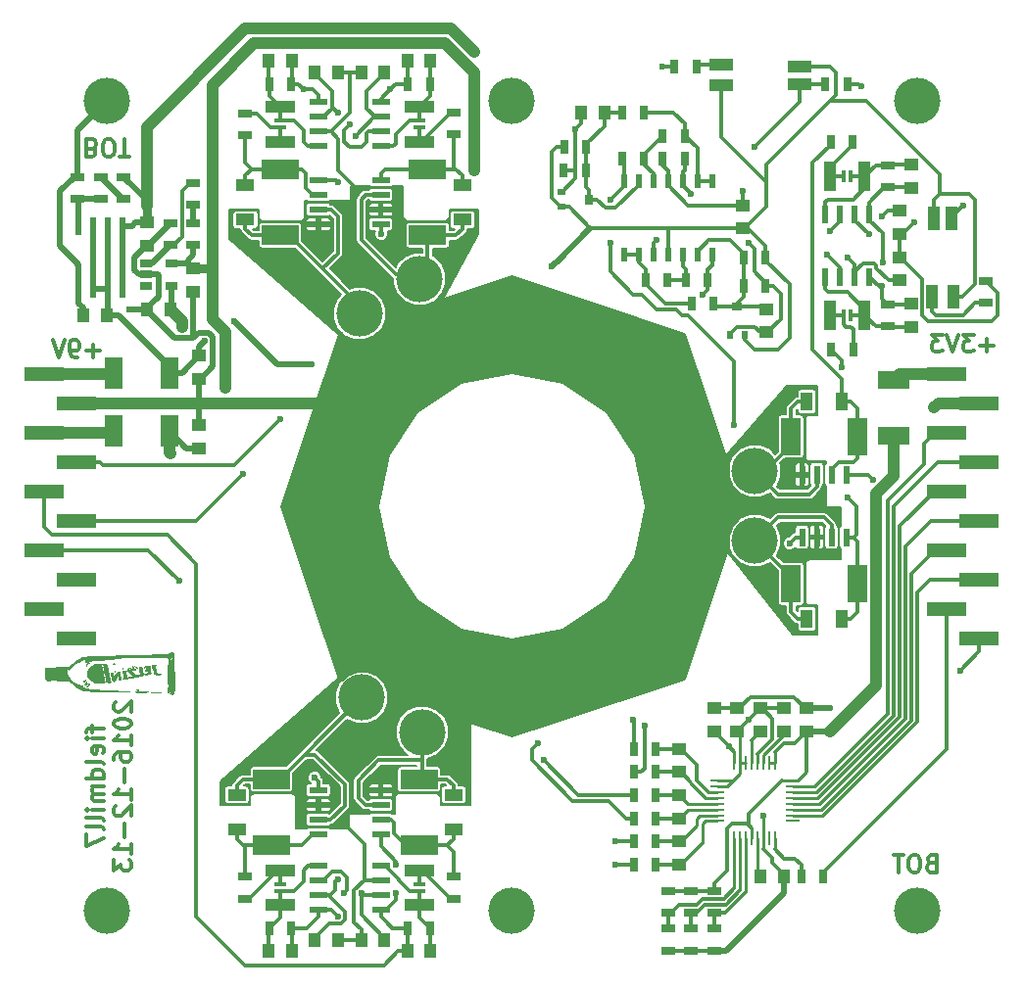
<source format=gbl>
G04 #@! TF.FileFunction,Copper,L2,Bot,Signal*
%FSLAX46Y46*%
G04 Gerber Fmt 4.6, Leading zero omitted, Abs format (unit mm)*
G04 Created by KiCad (PCBNEW 4.0.2-stable) date Tue 13 Dec 2016 10:43:35 AM CET*
%MOMM*%
G01*
G04 APERTURE LIST*
%ADD10C,0.100000*%
%ADD11C,0.300000*%
%ADD12C,0.010000*%
%ADD13R,1.000000X0.400000*%
%ADD14R,0.700000X1.300000*%
%ADD15R,3.400000X1.270000*%
%ADD16C,4.000000*%
%ADD17R,0.508000X1.143000*%
%ADD18R,1.250000X1.000000*%
%ADD19R,1.000000X1.250000*%
%ADD20R,0.600000X0.700000*%
%ADD21R,0.900000X0.700000*%
%ADD22R,2.500000X1.000000*%
%ADD23R,1.000000X2.500000*%
%ADD24R,0.400000X1.000000*%
%ADD25R,1.300000X0.700000*%
%ADD26R,3.180000X1.655000*%
%ADD27R,1.655000X3.180000*%
%ADD28R,0.600000X1.550000*%
%ADD29R,1.060000X0.650000*%
%ADD30R,1.200000X0.280000*%
%ADD31R,0.280000X1.200000*%
%ADD32R,1.550000X0.600000*%
%ADD33R,1.600000X1.000000*%
%ADD34R,1.000000X1.600000*%
%ADD35R,1.501140X2.700020*%
%ADD36R,2.700020X1.501140*%
%ADD37R,1.000000X2.000000*%
%ADD38R,2.000000X1.000000*%
%ADD39R,0.700000X0.600000*%
%ADD40R,0.700000X0.900000*%
%ADD41C,0.600000*%
%ADD42C,0.500000*%
%ADD43C,0.250000*%
%ADD44C,1.000000*%
%ADD45C,0.750000*%
%ADD46C,0.200000*%
%ADD47C,0.254000*%
G04 APERTURE END LIST*
D10*
D11*
X141642856Y-86107143D02*
X140499999Y-86107143D01*
X141071428Y-86678571D02*
X141071428Y-85535714D01*
X139928570Y-85178571D02*
X138999999Y-85178571D01*
X139499999Y-85750000D01*
X139285713Y-85750000D01*
X139142856Y-85821429D01*
X139071427Y-85892857D01*
X138999999Y-86035714D01*
X138999999Y-86392857D01*
X139071427Y-86535714D01*
X139142856Y-86607143D01*
X139285713Y-86678571D01*
X139714285Y-86678571D01*
X139857142Y-86607143D01*
X139928570Y-86535714D01*
X138571428Y-85178571D02*
X138071428Y-86678571D01*
X137571428Y-85178571D01*
X137214285Y-85178571D02*
X136285714Y-85178571D01*
X136785714Y-85750000D01*
X136571428Y-85750000D01*
X136428571Y-85821429D01*
X136357142Y-85892857D01*
X136285714Y-86035714D01*
X136285714Y-86392857D01*
X136357142Y-86535714D01*
X136428571Y-86607143D01*
X136571428Y-86678571D01*
X137000000Y-86678571D01*
X137142857Y-86607143D01*
X137214285Y-86535714D01*
X63728571Y-119035715D02*
X63728571Y-119607144D01*
X64728571Y-119250001D02*
X63442857Y-119250001D01*
X63300000Y-119321429D01*
X63228571Y-119464287D01*
X63228571Y-119607144D01*
X64728571Y-120107144D02*
X63728571Y-120107144D01*
X63228571Y-120107144D02*
X63300000Y-120035715D01*
X63371429Y-120107144D01*
X63300000Y-120178572D01*
X63228571Y-120107144D01*
X63371429Y-120107144D01*
X64657143Y-121392858D02*
X64728571Y-121250001D01*
X64728571Y-120964287D01*
X64657143Y-120821430D01*
X64514286Y-120750001D01*
X63942857Y-120750001D01*
X63800000Y-120821430D01*
X63728571Y-120964287D01*
X63728571Y-121250001D01*
X63800000Y-121392858D01*
X63942857Y-121464287D01*
X64085714Y-121464287D01*
X64228571Y-120750001D01*
X64728571Y-122321430D02*
X64657143Y-122178572D01*
X64514286Y-122107144D01*
X63228571Y-122107144D01*
X64728571Y-123535715D02*
X63228571Y-123535715D01*
X64657143Y-123535715D02*
X64728571Y-123392858D01*
X64728571Y-123107144D01*
X64657143Y-122964286D01*
X64585714Y-122892858D01*
X64442857Y-122821429D01*
X64014286Y-122821429D01*
X63871429Y-122892858D01*
X63800000Y-122964286D01*
X63728571Y-123107144D01*
X63728571Y-123392858D01*
X63800000Y-123535715D01*
X64728571Y-124250001D02*
X63728571Y-124250001D01*
X63871429Y-124250001D02*
X63800000Y-124321429D01*
X63728571Y-124464287D01*
X63728571Y-124678572D01*
X63800000Y-124821429D01*
X63942857Y-124892858D01*
X64728571Y-124892858D01*
X63942857Y-124892858D02*
X63800000Y-124964287D01*
X63728571Y-125107144D01*
X63728571Y-125321429D01*
X63800000Y-125464287D01*
X63942857Y-125535715D01*
X64728571Y-125535715D01*
X64728571Y-126250001D02*
X63728571Y-126250001D01*
X63228571Y-126250001D02*
X63300000Y-126178572D01*
X63371429Y-126250001D01*
X63300000Y-126321429D01*
X63228571Y-126250001D01*
X63371429Y-126250001D01*
X64728571Y-127178573D02*
X64657143Y-127035715D01*
X64514286Y-126964287D01*
X63228571Y-126964287D01*
X64728571Y-127964287D02*
X64657143Y-127821429D01*
X64514286Y-127750001D01*
X63228571Y-127750001D01*
X63228571Y-128392858D02*
X63228571Y-129392858D01*
X64728571Y-128750001D01*
X65771429Y-116964287D02*
X65700000Y-117035716D01*
X65628571Y-117178573D01*
X65628571Y-117535716D01*
X65700000Y-117678573D01*
X65771429Y-117750002D01*
X65914286Y-117821430D01*
X66057143Y-117821430D01*
X66271429Y-117750002D01*
X67128571Y-116892859D01*
X67128571Y-117821430D01*
X65628571Y-118750001D02*
X65628571Y-118892858D01*
X65700000Y-119035715D01*
X65771429Y-119107144D01*
X65914286Y-119178573D01*
X66200000Y-119250001D01*
X66557143Y-119250001D01*
X66842857Y-119178573D01*
X66985714Y-119107144D01*
X67057143Y-119035715D01*
X67128571Y-118892858D01*
X67128571Y-118750001D01*
X67057143Y-118607144D01*
X66985714Y-118535715D01*
X66842857Y-118464287D01*
X66557143Y-118392858D01*
X66200000Y-118392858D01*
X65914286Y-118464287D01*
X65771429Y-118535715D01*
X65700000Y-118607144D01*
X65628571Y-118750001D01*
X67128571Y-120678572D02*
X67128571Y-119821429D01*
X67128571Y-120250001D02*
X65628571Y-120250001D01*
X65842857Y-120107144D01*
X65985714Y-119964286D01*
X66057143Y-119821429D01*
X65628571Y-121964286D02*
X65628571Y-121678572D01*
X65700000Y-121535715D01*
X65771429Y-121464286D01*
X65985714Y-121321429D01*
X66271429Y-121250000D01*
X66842857Y-121250000D01*
X66985714Y-121321429D01*
X67057143Y-121392857D01*
X67128571Y-121535715D01*
X67128571Y-121821429D01*
X67057143Y-121964286D01*
X66985714Y-122035715D01*
X66842857Y-122107143D01*
X66485714Y-122107143D01*
X66342857Y-122035715D01*
X66271429Y-121964286D01*
X66200000Y-121821429D01*
X66200000Y-121535715D01*
X66271429Y-121392857D01*
X66342857Y-121321429D01*
X66485714Y-121250000D01*
X66557143Y-122750000D02*
X66557143Y-123892857D01*
X67128571Y-125392857D02*
X67128571Y-124535714D01*
X67128571Y-124964286D02*
X65628571Y-124964286D01*
X65842857Y-124821429D01*
X65985714Y-124678571D01*
X66057143Y-124535714D01*
X65771429Y-125964285D02*
X65700000Y-126035714D01*
X65628571Y-126178571D01*
X65628571Y-126535714D01*
X65700000Y-126678571D01*
X65771429Y-126750000D01*
X65914286Y-126821428D01*
X66057143Y-126821428D01*
X66271429Y-126750000D01*
X67128571Y-125892857D01*
X67128571Y-126821428D01*
X66557143Y-127464285D02*
X66557143Y-128607142D01*
X67128571Y-130107142D02*
X67128571Y-129249999D01*
X67128571Y-129678571D02*
X65628571Y-129678571D01*
X65842857Y-129535714D01*
X65985714Y-129392856D01*
X66057143Y-129249999D01*
X65628571Y-130607142D02*
X65628571Y-131535713D01*
X66200000Y-131035713D01*
X66200000Y-131249999D01*
X66271429Y-131392856D01*
X66342857Y-131464285D01*
X66485714Y-131535713D01*
X66842857Y-131535713D01*
X66985714Y-131464285D01*
X67057143Y-131392856D01*
X67128571Y-131249999D01*
X67128571Y-130821427D01*
X67057143Y-130678570D01*
X66985714Y-130607142D01*
X64428571Y-86607143D02*
X63285714Y-86607143D01*
X63857143Y-87178571D02*
X63857143Y-86035714D01*
X62500000Y-87178571D02*
X62214285Y-87178571D01*
X62071428Y-87107143D01*
X62000000Y-87035714D01*
X61857142Y-86821429D01*
X61785714Y-86535714D01*
X61785714Y-85964286D01*
X61857142Y-85821429D01*
X61928571Y-85750000D01*
X62071428Y-85678571D01*
X62357142Y-85678571D01*
X62500000Y-85750000D01*
X62571428Y-85821429D01*
X62642857Y-85964286D01*
X62642857Y-86321429D01*
X62571428Y-86464286D01*
X62500000Y-86535714D01*
X62357142Y-86607143D01*
X62071428Y-86607143D01*
X61928571Y-86535714D01*
X61857142Y-86464286D01*
X61785714Y-86321429D01*
X61357143Y-85678571D02*
X60857143Y-87178571D01*
X60357143Y-85678571D01*
X63750000Y-69107143D02*
X63964286Y-69035714D01*
X64035714Y-68964286D01*
X64107143Y-68821429D01*
X64107143Y-68607143D01*
X64035714Y-68464286D01*
X63964286Y-68392857D01*
X63821428Y-68321429D01*
X63250000Y-68321429D01*
X63250000Y-69821429D01*
X63750000Y-69821429D01*
X63892857Y-69750000D01*
X63964286Y-69678571D01*
X64035714Y-69535714D01*
X64035714Y-69392857D01*
X63964286Y-69250000D01*
X63892857Y-69178571D01*
X63750000Y-69107143D01*
X63250000Y-69107143D01*
X65035714Y-69821429D02*
X65321428Y-69821429D01*
X65464286Y-69750000D01*
X65607143Y-69607143D01*
X65678571Y-69321429D01*
X65678571Y-68821429D01*
X65607143Y-68535714D01*
X65464286Y-68392857D01*
X65321428Y-68321429D01*
X65035714Y-68321429D01*
X64892857Y-68392857D01*
X64750000Y-68535714D01*
X64678571Y-68821429D01*
X64678571Y-69321429D01*
X64750000Y-69607143D01*
X64892857Y-69750000D01*
X65035714Y-69821429D01*
X66107143Y-69821429D02*
X66964286Y-69821429D01*
X66535715Y-68321429D02*
X66535715Y-69821429D01*
X136250000Y-130892857D02*
X136035714Y-130964286D01*
X135964286Y-131035714D01*
X135892857Y-131178571D01*
X135892857Y-131392857D01*
X135964286Y-131535714D01*
X136035714Y-131607143D01*
X136178572Y-131678571D01*
X136750000Y-131678571D01*
X136750000Y-130178571D01*
X136250000Y-130178571D01*
X136107143Y-130250000D01*
X136035714Y-130321429D01*
X135964286Y-130464286D01*
X135964286Y-130607143D01*
X136035714Y-130750000D01*
X136107143Y-130821429D01*
X136250000Y-130892857D01*
X136750000Y-130892857D01*
X134964286Y-130178571D02*
X134678572Y-130178571D01*
X134535714Y-130250000D01*
X134392857Y-130392857D01*
X134321429Y-130678571D01*
X134321429Y-131178571D01*
X134392857Y-131464286D01*
X134535714Y-131607143D01*
X134678572Y-131678571D01*
X134964286Y-131678571D01*
X135107143Y-131607143D01*
X135250000Y-131464286D01*
X135321429Y-131178571D01*
X135321429Y-130678571D01*
X135250000Y-130392857D01*
X135107143Y-130250000D01*
X134964286Y-130178571D01*
X133892857Y-130178571D02*
X133035714Y-130178571D01*
X133464285Y-131678571D02*
X133464285Y-130178571D01*
D12*
G36*
X59658608Y-114465870D02*
X59662961Y-114666074D01*
X59672014Y-114800768D01*
X59689568Y-114889103D01*
X59719422Y-114950229D01*
X59765222Y-115003142D01*
X59819902Y-115053363D01*
X59873616Y-115079896D01*
X59949302Y-115085579D01*
X60069897Y-115073247D01*
X60190864Y-115055781D01*
X60351939Y-115036625D01*
X60482696Y-115029880D01*
X60558894Y-115036603D01*
X60565177Y-115039472D01*
X60623873Y-115051280D01*
X60749990Y-115061126D01*
X60926287Y-115068120D01*
X61135524Y-115071374D01*
X61186463Y-115071500D01*
X61758426Y-115071500D01*
X62039489Y-115358053D01*
X62325349Y-115610026D01*
X62626118Y-115791337D01*
X62960528Y-115910697D01*
X63347308Y-115976815D01*
X63375978Y-115979596D01*
X63504709Y-115988663D01*
X63694112Y-115998082D01*
X63933782Y-116007636D01*
X64213314Y-116017108D01*
X64522301Y-116026282D01*
X64850339Y-116034939D01*
X65187021Y-116042863D01*
X65521943Y-116049836D01*
X65844699Y-116055642D01*
X66144884Y-116060062D01*
X66412091Y-116062881D01*
X66635916Y-116063881D01*
X66805953Y-116062844D01*
X66911797Y-116059553D01*
X66943333Y-116054049D01*
X66897024Y-116046125D01*
X66777501Y-116035643D01*
X66596152Y-116023320D01*
X66364368Y-116009870D01*
X66093536Y-115996009D01*
X65821500Y-115983587D01*
X65302196Y-115960765D01*
X64859820Y-115940070D01*
X64486687Y-115920614D01*
X64175112Y-115901510D01*
X63917409Y-115881872D01*
X63705893Y-115860814D01*
X63532879Y-115837447D01*
X63390681Y-115810886D01*
X63271616Y-115780244D01*
X63167996Y-115744634D01*
X63072138Y-115703168D01*
X62977172Y-115655392D01*
X62895289Y-115599106D01*
X62865029Y-115550789D01*
X62867296Y-115543560D01*
X62863876Y-115523763D01*
X62842768Y-115533601D01*
X62778048Y-115532865D01*
X62679227Y-115492791D01*
X62651665Y-115476859D01*
X62517172Y-115405230D01*
X62361717Y-115337630D01*
X62327261Y-115324886D01*
X62097405Y-115214908D01*
X61914904Y-115069365D01*
X61797631Y-114902795D01*
X61791741Y-114889329D01*
X61745271Y-114797292D01*
X61710224Y-114779512D01*
X61692701Y-114798434D01*
X61650577Y-114837917D01*
X61618958Y-114800350D01*
X61596894Y-114683213D01*
X61584602Y-114511710D01*
X61575325Y-114359579D01*
X61560620Y-114274709D01*
X61534387Y-114239695D01*
X61490523Y-114237135D01*
X61488447Y-114237442D01*
X61407373Y-114228308D01*
X61377751Y-114205692D01*
X61391719Y-114172931D01*
X61471368Y-114161333D01*
X61577896Y-114144534D01*
X61643200Y-114110533D01*
X61684255Y-114085716D01*
X61693999Y-114131699D01*
X61710977Y-114195707D01*
X61752756Y-114188391D01*
X61805603Y-114113821D01*
X61814072Y-114096132D01*
X61943854Y-113899140D01*
X62132636Y-113723540D01*
X62354782Y-113588370D01*
X62584658Y-113512668D01*
X62603925Y-113509557D01*
X62679231Y-113476427D01*
X62701026Y-113447419D01*
X62749809Y-113393490D01*
X62845174Y-113333308D01*
X62956550Y-113281569D01*
X63053368Y-113252970D01*
X63098992Y-113256106D01*
X63126854Y-113259599D01*
X63119293Y-113241532D01*
X63148720Y-113225577D01*
X63258211Y-113210850D01*
X63448823Y-113197282D01*
X63721611Y-113184804D01*
X64077631Y-113173348D01*
X64224003Y-113169520D01*
X64804838Y-113155124D01*
X65388055Y-113140746D01*
X65965838Y-113126572D01*
X66530367Y-113112791D01*
X67073827Y-113099592D01*
X67588398Y-113087162D01*
X68066264Y-113075690D01*
X68499607Y-113065363D01*
X68880610Y-113056371D01*
X69201454Y-113048901D01*
X69454323Y-113043141D01*
X69631399Y-113039281D01*
X69648658Y-113038924D01*
X69867697Y-113035057D01*
X70018739Y-113035825D01*
X70118428Y-113043877D01*
X70183412Y-113061865D01*
X70230336Y-113092440D01*
X70275845Y-113138251D01*
X70276439Y-113138892D01*
X70348269Y-113242239D01*
X70358382Y-113348910D01*
X70353595Y-113377395D01*
X70344111Y-113451225D01*
X70344111Y-113836777D01*
X70369278Y-113842588D01*
X70372333Y-113865000D01*
X70356844Y-113899845D01*
X70344111Y-113893222D01*
X70339044Y-113842982D01*
X70344111Y-113836777D01*
X70344111Y-113451225D01*
X70337904Y-113499545D01*
X70324142Y-113688205D01*
X70312740Y-113925231D01*
X70304128Y-114192479D01*
X70298736Y-114471807D01*
X70296995Y-114745070D01*
X70299334Y-114994124D01*
X70306185Y-115200827D01*
X70309154Y-115251416D01*
X70323560Y-115447214D01*
X70337948Y-115573471D01*
X70356294Y-115645218D01*
X70382573Y-115677488D01*
X70420762Y-115685312D01*
X70423923Y-115685333D01*
X70481614Y-115696383D01*
X70465580Y-115738438D01*
X70462550Y-115742145D01*
X70435696Y-115803873D01*
X70443256Y-115826811D01*
X70438764Y-115852448D01*
X70421722Y-115854666D01*
X70380898Y-115889837D01*
X70372333Y-115934804D01*
X70400614Y-116007251D01*
X70463159Y-116047959D01*
X70526516Y-116039859D01*
X70542974Y-116021884D01*
X70577307Y-116007736D01*
X70599275Y-116045079D01*
X70622699Y-116121998D01*
X70597103Y-116148242D01*
X70538138Y-116151000D01*
X70473623Y-116171221D01*
X70467583Y-116203916D01*
X70518025Y-116242062D01*
X70607444Y-116256833D01*
X70670927Y-116252585D01*
X70721585Y-116234208D01*
X70760753Y-116193249D01*
X70789765Y-116121257D01*
X70809956Y-116009780D01*
X70822660Y-115850366D01*
X70829212Y-115634563D01*
X70830946Y-115353921D01*
X70829198Y-114999986D01*
X70828033Y-114859833D01*
X70824402Y-114520258D01*
X70819591Y-114180563D01*
X70813935Y-113858191D01*
X70807765Y-113570584D01*
X70801417Y-113335183D01*
X70796063Y-113187666D01*
X70774500Y-112700833D01*
X70632956Y-112687272D01*
X70620524Y-112688778D01*
X70620524Y-113078243D01*
X70664575Y-113147844D01*
X70657903Y-113244103D01*
X70648402Y-113259769D01*
X70648402Y-115649003D01*
X70666004Y-115679086D01*
X70668088Y-115685333D01*
X70689627Y-115781110D01*
X70702706Y-115895128D01*
X70706489Y-116002174D01*
X70700134Y-116077035D01*
X70682803Y-116094497D01*
X70681671Y-116093449D01*
X70664170Y-116038082D01*
X70649587Y-115925717D01*
X70642980Y-115821810D01*
X70640969Y-115695266D01*
X70648402Y-115649003D01*
X70648402Y-113259769D01*
X70605732Y-113330131D01*
X70582278Y-113348250D01*
X70537703Y-113363575D01*
X70537703Y-115092666D01*
X70559479Y-115126379D01*
X70553932Y-115177333D01*
X70529357Y-115245724D01*
X70515562Y-115262000D01*
X70502353Y-115226375D01*
X70499333Y-115177333D01*
X70515417Y-115108517D01*
X70537703Y-115092666D01*
X70537703Y-113363575D01*
X70489212Y-113380247D01*
X70489212Y-113587027D01*
X70495991Y-113628638D01*
X70488207Y-113683545D01*
X70473756Y-113684201D01*
X70463651Y-113627542D01*
X70470414Y-113603062D01*
X70489212Y-113587027D01*
X70489212Y-113380247D01*
X70488167Y-113380607D01*
X70427582Y-113351196D01*
X70415607Y-113301584D01*
X70441543Y-113224700D01*
X70500691Y-113144319D01*
X70568777Y-113086899D01*
X70620524Y-113078243D01*
X70620524Y-112688778D01*
X70478556Y-112705987D01*
X70406329Y-112750772D01*
X70402081Y-112753824D01*
X70402081Y-113595098D01*
X70407982Y-113653333D01*
X70401329Y-113713431D01*
X70386630Y-113706250D01*
X70381038Y-113619578D01*
X70386630Y-113600416D01*
X70402081Y-113595098D01*
X70402081Y-112753824D01*
X70377527Y-112771467D01*
X70377112Y-112771635D01*
X70377112Y-115325500D01*
X70430120Y-115473666D01*
X70466589Y-115588504D01*
X70466965Y-115637309D01*
X70430323Y-115631069D01*
X70417483Y-115623574D01*
X70386666Y-115565576D01*
X70374675Y-115464096D01*
X70374722Y-115460584D01*
X70377112Y-115325500D01*
X70377112Y-112771635D01*
X70335478Y-112788557D01*
X70271538Y-112802642D01*
X70177058Y-112814325D01*
X70043393Y-112824206D01*
X69861895Y-112832887D01*
X69623918Y-112840969D01*
X69320816Y-112849054D01*
X68943941Y-112857742D01*
X68833372Y-112860162D01*
X68466859Y-112868467D01*
X68033527Y-112878858D01*
X67551188Y-112890875D01*
X67037652Y-112904057D01*
X66510729Y-112917945D01*
X65988229Y-112932076D01*
X65487964Y-112945993D01*
X65250000Y-112952776D01*
X64767250Y-112966920D01*
X64361447Y-112979530D01*
X64024894Y-112991074D01*
X63749894Y-113002024D01*
X63528751Y-113012849D01*
X63353768Y-113024020D01*
X63217248Y-113036006D01*
X63111495Y-113049279D01*
X63028812Y-113064308D01*
X62961503Y-113081563D01*
X62919630Y-113095143D01*
X62641579Y-113204567D01*
X62416381Y-113325838D01*
X62212587Y-113478672D01*
X62024857Y-113656071D01*
X61741880Y-113943465D01*
X60974333Y-113954595D01*
X60974333Y-114174883D01*
X61090636Y-114177050D01*
X61142420Y-114182768D01*
X61120197Y-114190859D01*
X61111916Y-114191957D01*
X60963474Y-114198962D01*
X60836750Y-114191957D01*
X60804799Y-114183656D01*
X60848019Y-114177584D01*
X60956921Y-114174918D01*
X60974333Y-114174883D01*
X60974333Y-113954595D01*
X60725580Y-113958203D01*
X60440391Y-113963455D01*
X60183760Y-113970311D01*
X59967687Y-113978277D01*
X59804173Y-113986859D01*
X59705217Y-113995561D01*
X59680964Y-114001257D01*
X59669709Y-114052987D01*
X59661790Y-114170147D01*
X59658130Y-114333534D01*
X59658608Y-114465870D01*
X59658608Y-114465870D01*
G37*
X59658608Y-114465870D02*
X59662961Y-114666074D01*
X59672014Y-114800768D01*
X59689568Y-114889103D01*
X59719422Y-114950229D01*
X59765222Y-115003142D01*
X59819902Y-115053363D01*
X59873616Y-115079896D01*
X59949302Y-115085579D01*
X60069897Y-115073247D01*
X60190864Y-115055781D01*
X60351939Y-115036625D01*
X60482696Y-115029880D01*
X60558894Y-115036603D01*
X60565177Y-115039472D01*
X60623873Y-115051280D01*
X60749990Y-115061126D01*
X60926287Y-115068120D01*
X61135524Y-115071374D01*
X61186463Y-115071500D01*
X61758426Y-115071500D01*
X62039489Y-115358053D01*
X62325349Y-115610026D01*
X62626118Y-115791337D01*
X62960528Y-115910697D01*
X63347308Y-115976815D01*
X63375978Y-115979596D01*
X63504709Y-115988663D01*
X63694112Y-115998082D01*
X63933782Y-116007636D01*
X64213314Y-116017108D01*
X64522301Y-116026282D01*
X64850339Y-116034939D01*
X65187021Y-116042863D01*
X65521943Y-116049836D01*
X65844699Y-116055642D01*
X66144884Y-116060062D01*
X66412091Y-116062881D01*
X66635916Y-116063881D01*
X66805953Y-116062844D01*
X66911797Y-116059553D01*
X66943333Y-116054049D01*
X66897024Y-116046125D01*
X66777501Y-116035643D01*
X66596152Y-116023320D01*
X66364368Y-116009870D01*
X66093536Y-115996009D01*
X65821500Y-115983587D01*
X65302196Y-115960765D01*
X64859820Y-115940070D01*
X64486687Y-115920614D01*
X64175112Y-115901510D01*
X63917409Y-115881872D01*
X63705893Y-115860814D01*
X63532879Y-115837447D01*
X63390681Y-115810886D01*
X63271616Y-115780244D01*
X63167996Y-115744634D01*
X63072138Y-115703168D01*
X62977172Y-115655392D01*
X62895289Y-115599106D01*
X62865029Y-115550789D01*
X62867296Y-115543560D01*
X62863876Y-115523763D01*
X62842768Y-115533601D01*
X62778048Y-115532865D01*
X62679227Y-115492791D01*
X62651665Y-115476859D01*
X62517172Y-115405230D01*
X62361717Y-115337630D01*
X62327261Y-115324886D01*
X62097405Y-115214908D01*
X61914904Y-115069365D01*
X61797631Y-114902795D01*
X61791741Y-114889329D01*
X61745271Y-114797292D01*
X61710224Y-114779512D01*
X61692701Y-114798434D01*
X61650577Y-114837917D01*
X61618958Y-114800350D01*
X61596894Y-114683213D01*
X61584602Y-114511710D01*
X61575325Y-114359579D01*
X61560620Y-114274709D01*
X61534387Y-114239695D01*
X61490523Y-114237135D01*
X61488447Y-114237442D01*
X61407373Y-114228308D01*
X61377751Y-114205692D01*
X61391719Y-114172931D01*
X61471368Y-114161333D01*
X61577896Y-114144534D01*
X61643200Y-114110533D01*
X61684255Y-114085716D01*
X61693999Y-114131699D01*
X61710977Y-114195707D01*
X61752756Y-114188391D01*
X61805603Y-114113821D01*
X61814072Y-114096132D01*
X61943854Y-113899140D01*
X62132636Y-113723540D01*
X62354782Y-113588370D01*
X62584658Y-113512668D01*
X62603925Y-113509557D01*
X62679231Y-113476427D01*
X62701026Y-113447419D01*
X62749809Y-113393490D01*
X62845174Y-113333308D01*
X62956550Y-113281569D01*
X63053368Y-113252970D01*
X63098992Y-113256106D01*
X63126854Y-113259599D01*
X63119293Y-113241532D01*
X63148720Y-113225577D01*
X63258211Y-113210850D01*
X63448823Y-113197282D01*
X63721611Y-113184804D01*
X64077631Y-113173348D01*
X64224003Y-113169520D01*
X64804838Y-113155124D01*
X65388055Y-113140746D01*
X65965838Y-113126572D01*
X66530367Y-113112791D01*
X67073827Y-113099592D01*
X67588398Y-113087162D01*
X68066264Y-113075690D01*
X68499607Y-113065363D01*
X68880610Y-113056371D01*
X69201454Y-113048901D01*
X69454323Y-113043141D01*
X69631399Y-113039281D01*
X69648658Y-113038924D01*
X69867697Y-113035057D01*
X70018739Y-113035825D01*
X70118428Y-113043877D01*
X70183412Y-113061865D01*
X70230336Y-113092440D01*
X70275845Y-113138251D01*
X70276439Y-113138892D01*
X70348269Y-113242239D01*
X70358382Y-113348910D01*
X70353595Y-113377395D01*
X70344111Y-113451225D01*
X70344111Y-113836777D01*
X70369278Y-113842588D01*
X70372333Y-113865000D01*
X70356844Y-113899845D01*
X70344111Y-113893222D01*
X70339044Y-113842982D01*
X70344111Y-113836777D01*
X70344111Y-113451225D01*
X70337904Y-113499545D01*
X70324142Y-113688205D01*
X70312740Y-113925231D01*
X70304128Y-114192479D01*
X70298736Y-114471807D01*
X70296995Y-114745070D01*
X70299334Y-114994124D01*
X70306185Y-115200827D01*
X70309154Y-115251416D01*
X70323560Y-115447214D01*
X70337948Y-115573471D01*
X70356294Y-115645218D01*
X70382573Y-115677488D01*
X70420762Y-115685312D01*
X70423923Y-115685333D01*
X70481614Y-115696383D01*
X70465580Y-115738438D01*
X70462550Y-115742145D01*
X70435696Y-115803873D01*
X70443256Y-115826811D01*
X70438764Y-115852448D01*
X70421722Y-115854666D01*
X70380898Y-115889837D01*
X70372333Y-115934804D01*
X70400614Y-116007251D01*
X70463159Y-116047959D01*
X70526516Y-116039859D01*
X70542974Y-116021884D01*
X70577307Y-116007736D01*
X70599275Y-116045079D01*
X70622699Y-116121998D01*
X70597103Y-116148242D01*
X70538138Y-116151000D01*
X70473623Y-116171221D01*
X70467583Y-116203916D01*
X70518025Y-116242062D01*
X70607444Y-116256833D01*
X70670927Y-116252585D01*
X70721585Y-116234208D01*
X70760753Y-116193249D01*
X70789765Y-116121257D01*
X70809956Y-116009780D01*
X70822660Y-115850366D01*
X70829212Y-115634563D01*
X70830946Y-115353921D01*
X70829198Y-114999986D01*
X70828033Y-114859833D01*
X70824402Y-114520258D01*
X70819591Y-114180563D01*
X70813935Y-113858191D01*
X70807765Y-113570584D01*
X70801417Y-113335183D01*
X70796063Y-113187666D01*
X70774500Y-112700833D01*
X70632956Y-112687272D01*
X70620524Y-112688778D01*
X70620524Y-113078243D01*
X70664575Y-113147844D01*
X70657903Y-113244103D01*
X70648402Y-113259769D01*
X70648402Y-115649003D01*
X70666004Y-115679086D01*
X70668088Y-115685333D01*
X70689627Y-115781110D01*
X70702706Y-115895128D01*
X70706489Y-116002174D01*
X70700134Y-116077035D01*
X70682803Y-116094497D01*
X70681671Y-116093449D01*
X70664170Y-116038082D01*
X70649587Y-115925717D01*
X70642980Y-115821810D01*
X70640969Y-115695266D01*
X70648402Y-115649003D01*
X70648402Y-113259769D01*
X70605732Y-113330131D01*
X70582278Y-113348250D01*
X70537703Y-113363575D01*
X70537703Y-115092666D01*
X70559479Y-115126379D01*
X70553932Y-115177333D01*
X70529357Y-115245724D01*
X70515562Y-115262000D01*
X70502353Y-115226375D01*
X70499333Y-115177333D01*
X70515417Y-115108517D01*
X70537703Y-115092666D01*
X70537703Y-113363575D01*
X70489212Y-113380247D01*
X70489212Y-113587027D01*
X70495991Y-113628638D01*
X70488207Y-113683545D01*
X70473756Y-113684201D01*
X70463651Y-113627542D01*
X70470414Y-113603062D01*
X70489212Y-113587027D01*
X70489212Y-113380247D01*
X70488167Y-113380607D01*
X70427582Y-113351196D01*
X70415607Y-113301584D01*
X70441543Y-113224700D01*
X70500691Y-113144319D01*
X70568777Y-113086899D01*
X70620524Y-113078243D01*
X70620524Y-112688778D01*
X70478556Y-112705987D01*
X70406329Y-112750772D01*
X70402081Y-112753824D01*
X70402081Y-113595098D01*
X70407982Y-113653333D01*
X70401329Y-113713431D01*
X70386630Y-113706250D01*
X70381038Y-113619578D01*
X70386630Y-113600416D01*
X70402081Y-113595098D01*
X70402081Y-112753824D01*
X70377527Y-112771467D01*
X70377112Y-112771635D01*
X70377112Y-115325500D01*
X70430120Y-115473666D01*
X70466589Y-115588504D01*
X70466965Y-115637309D01*
X70430323Y-115631069D01*
X70417483Y-115623574D01*
X70386666Y-115565576D01*
X70374675Y-115464096D01*
X70374722Y-115460584D01*
X70377112Y-115325500D01*
X70377112Y-112771635D01*
X70335478Y-112788557D01*
X70271538Y-112802642D01*
X70177058Y-112814325D01*
X70043393Y-112824206D01*
X69861895Y-112832887D01*
X69623918Y-112840969D01*
X69320816Y-112849054D01*
X68943941Y-112857742D01*
X68833372Y-112860162D01*
X68466859Y-112868467D01*
X68033527Y-112878858D01*
X67551188Y-112890875D01*
X67037652Y-112904057D01*
X66510729Y-112917945D01*
X65988229Y-112932076D01*
X65487964Y-112945993D01*
X65250000Y-112952776D01*
X64767250Y-112966920D01*
X64361447Y-112979530D01*
X64024894Y-112991074D01*
X63749894Y-113002024D01*
X63528751Y-113012849D01*
X63353768Y-113024020D01*
X63217248Y-113036006D01*
X63111495Y-113049279D01*
X63028812Y-113064308D01*
X62961503Y-113081563D01*
X62919630Y-113095143D01*
X62641579Y-113204567D01*
X62416381Y-113325838D01*
X62212587Y-113478672D01*
X62024857Y-113656071D01*
X61741880Y-113943465D01*
X60974333Y-113954595D01*
X60974333Y-114174883D01*
X61090636Y-114177050D01*
X61142420Y-114182768D01*
X61120197Y-114190859D01*
X61111916Y-114191957D01*
X60963474Y-114198962D01*
X60836750Y-114191957D01*
X60804799Y-114183656D01*
X60848019Y-114177584D01*
X60956921Y-114174918D01*
X60974333Y-114174883D01*
X60974333Y-113954595D01*
X60725580Y-113958203D01*
X60440391Y-113963455D01*
X60183760Y-113970311D01*
X59967687Y-113978277D01*
X59804173Y-113986859D01*
X59705217Y-113995561D01*
X59680964Y-114001257D01*
X59669709Y-114052987D01*
X59661790Y-114170147D01*
X59658130Y-114333534D01*
X59658608Y-114465870D01*
G36*
X70250677Y-116052968D02*
X70269512Y-116128056D01*
X70306043Y-116150938D01*
X70308833Y-116151000D01*
X70360984Y-116145362D01*
X70364937Y-116140416D01*
X70357208Y-116095862D01*
X70346230Y-115995501D01*
X70341098Y-115939333D01*
X70320058Y-115790792D01*
X70293372Y-115717072D01*
X70267711Y-115720237D01*
X70249751Y-115802352D01*
X70245333Y-115909700D01*
X70250677Y-116052968D01*
X70250677Y-116052968D01*
G37*
X70250677Y-116052968D02*
X70269512Y-116128056D01*
X70306043Y-116150938D01*
X70308833Y-116151000D01*
X70360984Y-116145362D01*
X70364937Y-116140416D01*
X70357208Y-116095862D01*
X70346230Y-115995501D01*
X70341098Y-115939333D01*
X70320058Y-115790792D01*
X70293372Y-115717072D01*
X70267711Y-115720237D01*
X70249751Y-115802352D01*
X70245333Y-115909700D01*
X70250677Y-116052968D01*
G36*
X68879340Y-116093893D02*
X68943583Y-116097800D01*
X69165499Y-116103216D01*
X69412732Y-116102796D01*
X69599750Y-116097800D01*
X69670708Y-116093094D01*
X69663147Y-116089030D01*
X69583211Y-116085880D01*
X69437046Y-116083912D01*
X69271666Y-116083372D01*
X69075672Y-116084164D01*
X68940855Y-116086362D01*
X68873363Y-116089695D01*
X68879340Y-116093893D01*
X68879340Y-116093893D01*
G37*
X68879340Y-116093893D02*
X68943583Y-116097800D01*
X69165499Y-116103216D01*
X69412732Y-116102796D01*
X69599750Y-116097800D01*
X69670708Y-116093094D01*
X69663147Y-116089030D01*
X69583211Y-116085880D01*
X69437046Y-116083912D01*
X69271666Y-116083372D01*
X69075672Y-116084164D01*
X68940855Y-116086362D01*
X68873363Y-116089695D01*
X68879340Y-116093893D01*
G36*
X68903902Y-113801966D02*
X68926118Y-113906313D01*
X68961873Y-114052504D01*
X68974973Y-114103016D01*
X69045009Y-114325911D01*
X69119521Y-114473818D01*
X69169489Y-114531750D01*
X69311060Y-114610145D01*
X69465104Y-114619590D01*
X69591658Y-114566523D01*
X69647252Y-114519060D01*
X69634583Y-114492410D01*
X69599210Y-114477120D01*
X69506877Y-114477471D01*
X69459833Y-114501936D01*
X69388254Y-114532134D01*
X69350028Y-114510628D01*
X69316941Y-114448134D01*
X69279010Y-114333864D01*
X69241314Y-114190725D01*
X69208930Y-114041622D01*
X69186936Y-113909459D01*
X69180411Y-113817142D01*
X69189686Y-113787388D01*
X69228655Y-113740290D01*
X69229333Y-113732553D01*
X69193435Y-113718169D01*
X69108224Y-113717583D01*
X69007418Y-113728050D01*
X68924740Y-113746828D01*
X68899594Y-113759382D01*
X68903902Y-113801966D01*
X68903902Y-113801966D01*
G37*
X68903902Y-113801966D02*
X68926118Y-113906313D01*
X68961873Y-114052504D01*
X68974973Y-114103016D01*
X69045009Y-114325911D01*
X69119521Y-114473818D01*
X69169489Y-114531750D01*
X69311060Y-114610145D01*
X69465104Y-114619590D01*
X69591658Y-114566523D01*
X69647252Y-114519060D01*
X69634583Y-114492410D01*
X69599210Y-114477120D01*
X69506877Y-114477471D01*
X69459833Y-114501936D01*
X69388254Y-114532134D01*
X69350028Y-114510628D01*
X69316941Y-114448134D01*
X69279010Y-114333864D01*
X69241314Y-114190725D01*
X69208930Y-114041622D01*
X69186936Y-113909459D01*
X69180411Y-113817142D01*
X69189686Y-113787388D01*
X69228655Y-113740290D01*
X69229333Y-113732553D01*
X69193435Y-113718169D01*
X69108224Y-113717583D01*
X69007418Y-113728050D01*
X68924740Y-113746828D01*
X68899594Y-113759382D01*
X68903902Y-113801966D01*
G36*
X68263491Y-113960500D02*
X68355357Y-113958647D01*
X68438729Y-113963180D01*
X68466363Y-114013679D01*
X68467333Y-114036694D01*
X68431599Y-114122384D01*
X68382666Y-114149067D01*
X68308407Y-114187403D01*
X68308344Y-114226031D01*
X68376037Y-114239420D01*
X68404469Y-114235517D01*
X68489305Y-114236515D01*
X68530990Y-114297516D01*
X68537199Y-114319792D01*
X68533569Y-114423269D01*
X68466623Y-114476667D01*
X68351268Y-114472482D01*
X68277314Y-114469832D01*
X68255666Y-114492912D01*
X68280434Y-114549684D01*
X68360884Y-114569114D01*
X68506235Y-114552501D01*
X68575737Y-114538057D01*
X68735521Y-114496583D01*
X68819057Y-114458973D01*
X68834355Y-114420783D01*
X68820911Y-114402022D01*
X68788221Y-114337362D01*
X68756691Y-114225325D01*
X68731143Y-114093836D01*
X68716396Y-113970820D01*
X68717270Y-113884202D01*
X68727548Y-113861158D01*
X68757489Y-113826703D01*
X68715038Y-113810134D01*
X68610774Y-113812480D01*
X68455648Y-113834701D01*
X68328473Y-113867861D01*
X68248771Y-113906412D01*
X68224468Y-113940557D01*
X68263491Y-113960500D01*
X68263491Y-113960500D01*
G37*
X68263491Y-113960500D02*
X68355357Y-113958647D01*
X68438729Y-113963180D01*
X68466363Y-114013679D01*
X68467333Y-114036694D01*
X68431599Y-114122384D01*
X68382666Y-114149067D01*
X68308407Y-114187403D01*
X68308344Y-114226031D01*
X68376037Y-114239420D01*
X68404469Y-114235517D01*
X68489305Y-114236515D01*
X68530990Y-114297516D01*
X68537199Y-114319792D01*
X68533569Y-114423269D01*
X68466623Y-114476667D01*
X68351268Y-114472482D01*
X68277314Y-114469832D01*
X68255666Y-114492912D01*
X68280434Y-114549684D01*
X68360884Y-114569114D01*
X68506235Y-114552501D01*
X68575737Y-114538057D01*
X68735521Y-114496583D01*
X68819057Y-114458973D01*
X68834355Y-114420783D01*
X68820911Y-114402022D01*
X68788221Y-114337362D01*
X68756691Y-114225325D01*
X68731143Y-114093836D01*
X68716396Y-113970820D01*
X68717270Y-113884202D01*
X68727548Y-113861158D01*
X68757489Y-113826703D01*
X68715038Y-113810134D01*
X68610774Y-113812480D01*
X68455648Y-113834701D01*
X68328473Y-113867861D01*
X68248771Y-113906412D01*
X68224468Y-113940557D01*
X68263491Y-113960500D01*
G36*
X67490140Y-116070263D02*
X67571685Y-116085371D01*
X67716902Y-116095869D01*
X67904873Y-116100766D01*
X68103973Y-116099329D01*
X68292007Y-116092465D01*
X68436263Y-116082259D01*
X68523579Y-116070034D01*
X68540793Y-116057111D01*
X68537954Y-116055750D01*
X68467371Y-116043819D01*
X68331273Y-116034384D01*
X68148795Y-116028349D01*
X67939075Y-116026620D01*
X67924120Y-116026683D01*
X67698825Y-116029668D01*
X67552593Y-116036326D01*
X67479882Y-116047213D01*
X67475146Y-116062886D01*
X67490140Y-116070263D01*
X67490140Y-116070263D01*
G37*
X67490140Y-116070263D02*
X67571685Y-116085371D01*
X67716902Y-116095869D01*
X67904873Y-116100766D01*
X68103973Y-116099329D01*
X68292007Y-116092465D01*
X68436263Y-116082259D01*
X68523579Y-116070034D01*
X68540793Y-116057111D01*
X68537954Y-116055750D01*
X68467371Y-116043819D01*
X68331273Y-116034384D01*
X68148795Y-116028349D01*
X67939075Y-116026620D01*
X67924120Y-116026683D01*
X67698825Y-116029668D01*
X67552593Y-116036326D01*
X67479882Y-116047213D01*
X67475146Y-116062886D01*
X67490140Y-116070263D01*
G36*
X66802717Y-114252114D02*
X66878599Y-114337415D01*
X66986235Y-114445512D01*
X67005190Y-114463605D01*
X67113121Y-114572841D01*
X67187754Y-114661922D01*
X67215407Y-114714186D01*
X67214358Y-114718367D01*
X67161718Y-114741095D01*
X67058245Y-114753324D01*
X67025501Y-114754000D01*
X66913576Y-114767235D01*
X66860592Y-114799863D01*
X66876282Y-114841265D01*
X66922864Y-114865958D01*
X66991008Y-114867756D01*
X67118369Y-114851561D01*
X67282208Y-114820622D01*
X67356781Y-114803931D01*
X67543478Y-114761025D01*
X67716681Y-114722707D01*
X67846754Y-114695486D01*
X67874666Y-114690140D01*
X68040370Y-114656233D01*
X68133801Y-114627223D01*
X68166884Y-114599126D01*
X68167214Y-114592397D01*
X68154293Y-114538206D01*
X68125364Y-114431096D01*
X68103070Y-114351833D01*
X68070869Y-114210327D01*
X68056788Y-114088243D01*
X68058652Y-114044916D01*
X68057832Y-113978843D01*
X68009916Y-113953091D01*
X67939351Y-113949666D01*
X67838680Y-113956199D01*
X67781850Y-113971990D01*
X67781084Y-113972693D01*
X67778498Y-114022666D01*
X67794950Y-114129432D01*
X67821302Y-114246789D01*
X67859358Y-114425204D01*
X67861210Y-114537998D01*
X67821352Y-114598456D01*
X67734279Y-114619862D01*
X67666667Y-114619899D01*
X67560494Y-114605476D01*
X67467850Y-114561690D01*
X67362054Y-114473446D01*
X67300699Y-114412828D01*
X67197901Y-114305348D01*
X67149156Y-114241597D01*
X67147248Y-114206867D01*
X67184964Y-114186449D01*
X67189023Y-114185137D01*
X67296763Y-114174220D01*
X67384233Y-114185379D01*
X67467509Y-114186376D01*
X67496779Y-114151955D01*
X67459912Y-114105991D01*
X67431441Y-114092464D01*
X67359819Y-114086212D01*
X67240802Y-114095143D01*
X67098850Y-114115006D01*
X66958425Y-114141550D01*
X66843988Y-114170523D01*
X66780000Y-114197675D01*
X66774000Y-114206730D01*
X66802717Y-114252114D01*
X66802717Y-114252114D01*
G37*
X66802717Y-114252114D02*
X66878599Y-114337415D01*
X66986235Y-114445512D01*
X67005190Y-114463605D01*
X67113121Y-114572841D01*
X67187754Y-114661922D01*
X67215407Y-114714186D01*
X67214358Y-114718367D01*
X67161718Y-114741095D01*
X67058245Y-114753324D01*
X67025501Y-114754000D01*
X66913576Y-114767235D01*
X66860592Y-114799863D01*
X66876282Y-114841265D01*
X66922864Y-114865958D01*
X66991008Y-114867756D01*
X67118369Y-114851561D01*
X67282208Y-114820622D01*
X67356781Y-114803931D01*
X67543478Y-114761025D01*
X67716681Y-114722707D01*
X67846754Y-114695486D01*
X67874666Y-114690140D01*
X68040370Y-114656233D01*
X68133801Y-114627223D01*
X68166884Y-114599126D01*
X68167214Y-114592397D01*
X68154293Y-114538206D01*
X68125364Y-114431096D01*
X68103070Y-114351833D01*
X68070869Y-114210327D01*
X68056788Y-114088243D01*
X68058652Y-114044916D01*
X68057832Y-113978843D01*
X68009916Y-113953091D01*
X67939351Y-113949666D01*
X67838680Y-113956199D01*
X67781850Y-113971990D01*
X67781084Y-113972693D01*
X67778498Y-114022666D01*
X67794950Y-114129432D01*
X67821302Y-114246789D01*
X67859358Y-114425204D01*
X67861210Y-114537998D01*
X67821352Y-114598456D01*
X67734279Y-114619862D01*
X67666667Y-114619899D01*
X67560494Y-114605476D01*
X67467850Y-114561690D01*
X67362054Y-114473446D01*
X67300699Y-114412828D01*
X67197901Y-114305348D01*
X67149156Y-114241597D01*
X67147248Y-114206867D01*
X67184964Y-114186449D01*
X67189023Y-114185137D01*
X67296763Y-114174220D01*
X67384233Y-114185379D01*
X67467509Y-114186376D01*
X67496779Y-114151955D01*
X67459912Y-114105991D01*
X67431441Y-114092464D01*
X67359819Y-114086212D01*
X67240802Y-114095143D01*
X67098850Y-114115006D01*
X66958425Y-114141550D01*
X66843988Y-114170523D01*
X66780000Y-114197675D01*
X66774000Y-114206730D01*
X66802717Y-114252114D01*
G36*
X67616876Y-115932562D02*
X67665498Y-115939333D01*
X67732920Y-115921123D01*
X67747666Y-115897000D01*
X67711363Y-115865446D01*
X67639334Y-115854666D01*
X67567309Y-115868104D01*
X67557166Y-115897000D01*
X67616876Y-115932562D01*
X67616876Y-115932562D01*
G37*
X67616876Y-115932562D02*
X67665498Y-115939333D01*
X67732920Y-115921123D01*
X67747666Y-115897000D01*
X67711363Y-115865446D01*
X67639334Y-115854666D01*
X67567309Y-115868104D01*
X67557166Y-115897000D01*
X67616876Y-115932562D01*
G36*
X67599500Y-113992000D02*
X67620666Y-113970833D01*
X67599500Y-113949666D01*
X67578333Y-113970833D01*
X67599500Y-113992000D01*
X67599500Y-113992000D01*
G37*
X67599500Y-113992000D02*
X67620666Y-113970833D01*
X67599500Y-113949666D01*
X67578333Y-113970833D01*
X67599500Y-113992000D01*
G36*
X67514833Y-113949666D02*
X67536000Y-113928500D01*
X67514833Y-113907333D01*
X67493666Y-113928500D01*
X67514833Y-113949666D01*
X67514833Y-113949666D01*
G37*
X67514833Y-113949666D02*
X67536000Y-113928500D01*
X67514833Y-113907333D01*
X67493666Y-113928500D01*
X67514833Y-113949666D01*
G36*
X67387833Y-113865000D02*
X67409000Y-113843833D01*
X67387833Y-113822666D01*
X67366666Y-113843833D01*
X67387833Y-113865000D01*
X67387833Y-113865000D01*
G37*
X67387833Y-113865000D02*
X67409000Y-113843833D01*
X67387833Y-113822666D01*
X67366666Y-113843833D01*
X67387833Y-113865000D01*
G36*
X67216944Y-113896798D02*
X67247076Y-113977476D01*
X67315142Y-113986123D01*
X67319258Y-113984591D01*
X67321232Y-113948943D01*
X67282944Y-113896798D01*
X67230083Y-113846786D01*
X67215386Y-113859072D01*
X67216944Y-113896798D01*
X67216944Y-113896798D01*
G37*
X67216944Y-113896798D02*
X67247076Y-113977476D01*
X67315142Y-113986123D01*
X67319258Y-113984591D01*
X67321232Y-113948943D01*
X67282944Y-113896798D01*
X67230083Y-113846786D01*
X67215386Y-113859072D01*
X67216944Y-113896798D01*
G36*
X66968860Y-114041388D02*
X67024694Y-114076318D01*
X67030498Y-114076666D01*
X67069568Y-114048263D01*
X67070333Y-114041388D01*
X67036072Y-114009805D01*
X67008695Y-114006111D01*
X66966008Y-114024461D01*
X66968860Y-114041388D01*
X66968860Y-114041388D01*
G37*
X66968860Y-114041388D02*
X67024694Y-114076318D01*
X67030498Y-114076666D01*
X67069568Y-114048263D01*
X67070333Y-114041388D01*
X67036072Y-114009805D01*
X67008695Y-114006111D01*
X66966008Y-114024461D01*
X66968860Y-114041388D01*
G36*
X66830444Y-114104888D02*
X66855611Y-114099077D01*
X66858666Y-114076666D01*
X66843177Y-114041821D01*
X66830444Y-114048444D01*
X66825377Y-114098684D01*
X66830444Y-114104888D01*
X66830444Y-114104888D01*
G37*
X66830444Y-114104888D02*
X66855611Y-114099077D01*
X66858666Y-114076666D01*
X66843177Y-114041821D01*
X66830444Y-114048444D01*
X66825377Y-114098684D01*
X66830444Y-114104888D01*
G36*
X66369237Y-114347217D02*
X66428866Y-114576982D01*
X66457181Y-114740380D01*
X66455425Y-114849203D01*
X66428601Y-114910910D01*
X66399596Y-114955106D01*
X66425472Y-114966120D01*
X66514708Y-114951639D01*
X66629546Y-114932096D01*
X66712879Y-114923364D01*
X66715791Y-114923333D01*
X66769835Y-114896134D01*
X66758283Y-114838071D01*
X66749995Y-114828773D01*
X66718524Y-114765480D01*
X66687409Y-114654166D01*
X66661499Y-114522577D01*
X66645641Y-114398460D01*
X66644683Y-114309562D01*
X66654735Y-114283552D01*
X66679231Y-114248561D01*
X66638535Y-114225899D01*
X66551865Y-114221304D01*
X66478637Y-114230989D01*
X66387326Y-114259119D01*
X66361615Y-114304805D01*
X66369237Y-114347217D01*
X66369237Y-114347217D01*
G37*
X66369237Y-114347217D02*
X66428866Y-114576982D01*
X66457181Y-114740380D01*
X66455425Y-114849203D01*
X66428601Y-114910910D01*
X66399596Y-114955106D01*
X66425472Y-114966120D01*
X66514708Y-114951639D01*
X66629546Y-114932096D01*
X66712879Y-114923364D01*
X66715791Y-114923333D01*
X66769835Y-114896134D01*
X66758283Y-114838071D01*
X66749995Y-114828773D01*
X66718524Y-114765480D01*
X66687409Y-114654166D01*
X66661499Y-114522577D01*
X66645641Y-114398460D01*
X66644683Y-114309562D01*
X66654735Y-114283552D01*
X66679231Y-114248561D01*
X66638535Y-114225899D01*
X66551865Y-114221304D01*
X66478637Y-114230989D01*
X66387326Y-114259119D01*
X66361615Y-114304805D01*
X66369237Y-114347217D01*
G36*
X66371833Y-114076666D02*
X66393000Y-114055500D01*
X66371833Y-114034333D01*
X66350666Y-114055500D01*
X66371833Y-114076666D01*
X66371833Y-114076666D01*
G37*
X66371833Y-114076666D02*
X66393000Y-114055500D01*
X66371833Y-114034333D01*
X66350666Y-114055500D01*
X66371833Y-114076666D01*
G36*
X65360116Y-114552916D02*
X65386343Y-114648604D01*
X65419139Y-114788489D01*
X65437875Y-114876455D01*
X65477013Y-115023539D01*
X65525709Y-115106234D01*
X65578840Y-115139649D01*
X65633341Y-115152266D01*
X65680706Y-115136725D01*
X65731288Y-115081214D01*
X65795439Y-114973919D01*
X65883511Y-114803027D01*
X65896372Y-114777299D01*
X65954436Y-114665673D01*
X65992303Y-114621122D01*
X66020619Y-114647998D01*
X66050031Y-114750653D01*
X66072371Y-114849250D01*
X66078405Y-114935529D01*
X66055139Y-114965666D01*
X66013738Y-114998243D01*
X66012000Y-115010944D01*
X66044098Y-115040121D01*
X66113661Y-115040362D01*
X66180593Y-115016682D01*
X66204824Y-114986833D01*
X66200306Y-114925552D01*
X66179433Y-114809954D01*
X66154042Y-114696261D01*
X66122480Y-114540270D01*
X66119878Y-114443637D01*
X66143002Y-114389344D01*
X66164190Y-114345580D01*
X66115952Y-114331572D01*
X66091266Y-114331244D01*
X65944360Y-114347234D01*
X65839933Y-114404593D01*
X65753239Y-114520448D01*
X65716009Y-114590981D01*
X65653069Y-114711119D01*
X65601960Y-114796396D01*
X65580565Y-114822506D01*
X65554558Y-114798251D01*
X65527519Y-114714917D01*
X65521724Y-114687040D01*
X65512396Y-114565115D01*
X65544969Y-114500460D01*
X65551335Y-114496012D01*
X65565748Y-114470028D01*
X65500141Y-114458926D01*
X65469397Y-114458314D01*
X65375990Y-114464088D01*
X65347393Y-114493917D01*
X65360116Y-114552916D01*
X65360116Y-114552916D01*
G37*
X65360116Y-114552916D02*
X65386343Y-114648604D01*
X65419139Y-114788489D01*
X65437875Y-114876455D01*
X65477013Y-115023539D01*
X65525709Y-115106234D01*
X65578840Y-115139649D01*
X65633341Y-115152266D01*
X65680706Y-115136725D01*
X65731288Y-115081214D01*
X65795439Y-114973919D01*
X65883511Y-114803027D01*
X65896372Y-114777299D01*
X65954436Y-114665673D01*
X65992303Y-114621122D01*
X66020619Y-114647998D01*
X66050031Y-114750653D01*
X66072371Y-114849250D01*
X66078405Y-114935529D01*
X66055139Y-114965666D01*
X66013738Y-114998243D01*
X66012000Y-115010944D01*
X66044098Y-115040121D01*
X66113661Y-115040362D01*
X66180593Y-115016682D01*
X66204824Y-114986833D01*
X66200306Y-114925552D01*
X66179433Y-114809954D01*
X66154042Y-114696261D01*
X66122480Y-114540270D01*
X66119878Y-114443637D01*
X66143002Y-114389344D01*
X66164190Y-114345580D01*
X66115952Y-114331572D01*
X66091266Y-114331244D01*
X65944360Y-114347234D01*
X65839933Y-114404593D01*
X65753239Y-114520448D01*
X65716009Y-114590981D01*
X65653069Y-114711119D01*
X65601960Y-114796396D01*
X65580565Y-114822506D01*
X65554558Y-114798251D01*
X65527519Y-114714917D01*
X65521724Y-114687040D01*
X65512396Y-114565115D01*
X65544969Y-114500460D01*
X65551335Y-114496012D01*
X65565748Y-114470028D01*
X65500141Y-114458926D01*
X65469397Y-114458314D01*
X65375990Y-114464088D01*
X65347393Y-114493917D01*
X65360116Y-114552916D01*
G36*
X65694500Y-114330666D02*
X65715666Y-114309500D01*
X65694500Y-114288333D01*
X65673333Y-114309500D01*
X65694500Y-114330666D01*
X65694500Y-114330666D01*
G37*
X65694500Y-114330666D02*
X65715666Y-114309500D01*
X65694500Y-114288333D01*
X65673333Y-114309500D01*
X65694500Y-114330666D01*
G36*
X63162705Y-113386193D02*
X63194783Y-113435321D01*
X63190461Y-113476151D01*
X63180957Y-113520617D01*
X63208541Y-113490241D01*
X63209009Y-113489586D01*
X63249770Y-113459153D01*
X63305199Y-113488514D01*
X63340003Y-113521336D01*
X63418912Y-113585816D01*
X63476689Y-113611000D01*
X63481755Y-113588942D01*
X63430883Y-113535248D01*
X63423773Y-113529338D01*
X63358433Y-113454634D01*
X63366166Y-113407740D01*
X63420846Y-113392251D01*
X63545693Y-113374384D01*
X63726276Y-113355198D01*
X63948166Y-113335750D01*
X64196932Y-113317098D01*
X64458143Y-113300298D01*
X64717371Y-113286408D01*
X64960184Y-113276486D01*
X65172152Y-113271588D01*
X65228833Y-113271256D01*
X65396737Y-113266233D01*
X65536224Y-113253121D01*
X65621947Y-113234522D01*
X65631000Y-113230000D01*
X65623317Y-113211599D01*
X65533462Y-113199186D01*
X65360633Y-113192696D01*
X65144166Y-113191808D01*
X64749458Y-113196262D01*
X64378513Y-113205085D01*
X64040450Y-113217726D01*
X63744389Y-113233633D01*
X63499449Y-113252257D01*
X63314748Y-113273048D01*
X63199407Y-113295453D01*
X63165284Y-113311290D01*
X63134487Y-113362683D01*
X63162705Y-113386193D01*
X63162705Y-113386193D01*
G37*
X63162705Y-113386193D02*
X63194783Y-113435321D01*
X63190461Y-113476151D01*
X63180957Y-113520617D01*
X63208541Y-113490241D01*
X63209009Y-113489586D01*
X63249770Y-113459153D01*
X63305199Y-113488514D01*
X63340003Y-113521336D01*
X63418912Y-113585816D01*
X63476689Y-113611000D01*
X63481755Y-113588942D01*
X63430883Y-113535248D01*
X63423773Y-113529338D01*
X63358433Y-113454634D01*
X63366166Y-113407740D01*
X63420846Y-113392251D01*
X63545693Y-113374384D01*
X63726276Y-113355198D01*
X63948166Y-113335750D01*
X64196932Y-113317098D01*
X64458143Y-113300298D01*
X64717371Y-113286408D01*
X64960184Y-113276486D01*
X65172152Y-113271588D01*
X65228833Y-113271256D01*
X65396737Y-113266233D01*
X65536224Y-113253121D01*
X65621947Y-113234522D01*
X65631000Y-113230000D01*
X65623317Y-113211599D01*
X65533462Y-113199186D01*
X65360633Y-113192696D01*
X65144166Y-113191808D01*
X64749458Y-113196262D01*
X64378513Y-113205085D01*
X64040450Y-113217726D01*
X63744389Y-113233633D01*
X63499449Y-113252257D01*
X63314748Y-113273048D01*
X63199407Y-113295453D01*
X63165284Y-113311290D01*
X63134487Y-113362683D01*
X63162705Y-113386193D01*
G36*
X65580621Y-113690890D02*
X65609833Y-113695666D01*
X65666169Y-113672807D01*
X65673333Y-113653333D01*
X65639045Y-113615776D01*
X65609833Y-113611000D01*
X65553497Y-113633858D01*
X65546333Y-113653333D01*
X65580621Y-113690890D01*
X65580621Y-113690890D01*
G37*
X65580621Y-113690890D02*
X65609833Y-113695666D01*
X65666169Y-113672807D01*
X65673333Y-113653333D01*
X65639045Y-113615776D01*
X65609833Y-113611000D01*
X65553497Y-113633858D01*
X65546333Y-113653333D01*
X65580621Y-113690890D01*
G36*
X64732653Y-113736612D02*
X64795276Y-113796305D01*
X64794548Y-113831962D01*
X64758460Y-113856629D01*
X64712158Y-113913824D01*
X64722607Y-113952537D01*
X64743475Y-113992865D01*
X64760141Y-114048331D01*
X64776541Y-114138514D01*
X64796613Y-114282998D01*
X64809878Y-114386641D01*
X64839220Y-114522788D01*
X64882037Y-114603717D01*
X64898222Y-114614782D01*
X64935811Y-114644023D01*
X64909459Y-114670491D01*
X64881608Y-114727658D01*
X64894020Y-114759850D01*
X64918025Y-114846756D01*
X64917580Y-114912750D01*
X64928632Y-114989480D01*
X64970797Y-115003415D01*
X65015971Y-114952269D01*
X65026519Y-114921602D01*
X65062266Y-114858787D01*
X65093994Y-114850164D01*
X65148765Y-114894907D01*
X65128735Y-114956430D01*
X65060470Y-115007480D01*
X64971914Y-115079567D01*
X64965574Y-115150840D01*
X65041375Y-115212041D01*
X65062255Y-115220714D01*
X65201097Y-115257568D01*
X65296929Y-115250874D01*
X65334583Y-115201866D01*
X65334666Y-115198500D01*
X65300780Y-115142375D01*
X65271166Y-115135000D01*
X65219338Y-115104302D01*
X65209930Y-115043524D01*
X65247239Y-115000944D01*
X65259277Y-114957476D01*
X65250051Y-114866313D01*
X65226706Y-114759519D01*
X65196385Y-114669158D01*
X65166233Y-114627294D01*
X65163919Y-114627000D01*
X65150939Y-114590729D01*
X65155856Y-114503111D01*
X65156360Y-114499612D01*
X65154047Y-114388332D01*
X65124217Y-114310966D01*
X65094724Y-114237956D01*
X65102174Y-114203115D01*
X65117259Y-114109500D01*
X65080137Y-114006370D01*
X65007200Y-113933830D01*
X64989005Y-113926280D01*
X64927573Y-113900116D01*
X64942602Y-113872996D01*
X64967937Y-113857855D01*
X65034604Y-113795962D01*
X65026880Y-113736242D01*
X64954768Y-113687662D01*
X64916283Y-113679000D01*
X64916283Y-114040024D01*
X64950850Y-114053759D01*
X64994106Y-114115291D01*
X64979664Y-114142281D01*
X64979664Y-114420449D01*
X65038112Y-114430911D01*
X65051293Y-114442404D01*
X65059854Y-114495175D01*
X65016948Y-114537962D01*
X64993501Y-114542333D01*
X64958148Y-114508007D01*
X64953666Y-114478833D01*
X64979664Y-114420449D01*
X64979664Y-114142281D01*
X64960658Y-114177802D01*
X64953367Y-114182684D01*
X64905214Y-114173249D01*
X64884637Y-114141024D01*
X64876277Y-114064288D01*
X64916283Y-114040024D01*
X64916283Y-113679000D01*
X64828272Y-113659188D01*
X64742000Y-113655319D01*
X64636166Y-113656150D01*
X64732653Y-113736612D01*
X64732653Y-113736612D01*
G37*
X64732653Y-113736612D02*
X64795276Y-113796305D01*
X64794548Y-113831962D01*
X64758460Y-113856629D01*
X64712158Y-113913824D01*
X64722607Y-113952537D01*
X64743475Y-113992865D01*
X64760141Y-114048331D01*
X64776541Y-114138514D01*
X64796613Y-114282998D01*
X64809878Y-114386641D01*
X64839220Y-114522788D01*
X64882037Y-114603717D01*
X64898222Y-114614782D01*
X64935811Y-114644023D01*
X64909459Y-114670491D01*
X64881608Y-114727658D01*
X64894020Y-114759850D01*
X64918025Y-114846756D01*
X64917580Y-114912750D01*
X64928632Y-114989480D01*
X64970797Y-115003415D01*
X65015971Y-114952269D01*
X65026519Y-114921602D01*
X65062266Y-114858787D01*
X65093994Y-114850164D01*
X65148765Y-114894907D01*
X65128735Y-114956430D01*
X65060470Y-115007480D01*
X64971914Y-115079567D01*
X64965574Y-115150840D01*
X65041375Y-115212041D01*
X65062255Y-115220714D01*
X65201097Y-115257568D01*
X65296929Y-115250874D01*
X65334583Y-115201866D01*
X65334666Y-115198500D01*
X65300780Y-115142375D01*
X65271166Y-115135000D01*
X65219338Y-115104302D01*
X65209930Y-115043524D01*
X65247239Y-115000944D01*
X65259277Y-114957476D01*
X65250051Y-114866313D01*
X65226706Y-114759519D01*
X65196385Y-114669158D01*
X65166233Y-114627294D01*
X65163919Y-114627000D01*
X65150939Y-114590729D01*
X65155856Y-114503111D01*
X65156360Y-114499612D01*
X65154047Y-114388332D01*
X65124217Y-114310966D01*
X65094724Y-114237956D01*
X65102174Y-114203115D01*
X65117259Y-114109500D01*
X65080137Y-114006370D01*
X65007200Y-113933830D01*
X64989005Y-113926280D01*
X64927573Y-113900116D01*
X64942602Y-113872996D01*
X64967937Y-113857855D01*
X65034604Y-113795962D01*
X65026880Y-113736242D01*
X64954768Y-113687662D01*
X64916283Y-113679000D01*
X64916283Y-114040024D01*
X64950850Y-114053759D01*
X64994106Y-114115291D01*
X64979664Y-114142281D01*
X64979664Y-114420449D01*
X65038112Y-114430911D01*
X65051293Y-114442404D01*
X65059854Y-114495175D01*
X65016948Y-114537962D01*
X64993501Y-114542333D01*
X64958148Y-114508007D01*
X64953666Y-114478833D01*
X64979664Y-114420449D01*
X64979664Y-114142281D01*
X64960658Y-114177802D01*
X64953367Y-114182684D01*
X64905214Y-114173249D01*
X64884637Y-114141024D01*
X64876277Y-114064288D01*
X64916283Y-114040024D01*
X64916283Y-113679000D01*
X64828272Y-113659188D01*
X64742000Y-113655319D01*
X64636166Y-113656150D01*
X64732653Y-113736612D01*
G36*
X63340982Y-114638781D02*
X63443642Y-114851277D01*
X63589718Y-115012756D01*
X63733145Y-115124058D01*
X63877075Y-115197663D01*
X64044521Y-115240452D01*
X64258495Y-115259309D01*
X64423140Y-115262000D01*
X64611220Y-115260418D01*
X64729742Y-115253799D01*
X64793788Y-115239328D01*
X64818437Y-115214192D01*
X64820257Y-115187916D01*
X64809950Y-115123625D01*
X64785365Y-114991502D01*
X64749422Y-114806617D01*
X64705043Y-114584039D01*
X64664327Y-114383583D01*
X64514807Y-113653333D01*
X64297278Y-113653333D01*
X63995554Y-113687278D01*
X63740978Y-113790283D01*
X63529331Y-113964106D01*
X63516518Y-113978398D01*
X63376698Y-114192135D01*
X63318427Y-114415665D01*
X63340982Y-114638781D01*
X63340982Y-114638781D01*
G37*
X63340982Y-114638781D02*
X63443642Y-114851277D01*
X63589718Y-115012756D01*
X63733145Y-115124058D01*
X63877075Y-115197663D01*
X64044521Y-115240452D01*
X64258495Y-115259309D01*
X64423140Y-115262000D01*
X64611220Y-115260418D01*
X64729742Y-115253799D01*
X64793788Y-115239328D01*
X64818437Y-115214192D01*
X64820257Y-115187916D01*
X64809950Y-115123625D01*
X64785365Y-114991502D01*
X64749422Y-114806617D01*
X64705043Y-114584039D01*
X64664327Y-114383583D01*
X64514807Y-113653333D01*
X64297278Y-113653333D01*
X63995554Y-113687278D01*
X63740978Y-113790283D01*
X63529331Y-113964106D01*
X63516518Y-113978398D01*
X63376698Y-114192135D01*
X63318427Y-114415665D01*
X63340982Y-114638781D01*
G36*
X63379048Y-115516000D02*
X63421583Y-115481757D01*
X63465526Y-115407469D01*
X63488692Y-115337737D01*
X63473014Y-115324876D01*
X63472548Y-115325160D01*
X63421948Y-115376093D01*
X63381347Y-115445447D01*
X63366258Y-115501558D01*
X63379048Y-115516000D01*
X63379048Y-115516000D01*
G37*
X63379048Y-115516000D02*
X63421583Y-115481757D01*
X63465526Y-115407469D01*
X63488692Y-115337737D01*
X63473014Y-115324876D01*
X63472548Y-115325160D01*
X63421948Y-115376093D01*
X63381347Y-115445447D01*
X63366258Y-115501558D01*
X63379048Y-115516000D01*
G36*
X63274444Y-115374888D02*
X63324684Y-115379955D01*
X63330888Y-115374888D01*
X63325077Y-115349721D01*
X63302666Y-115346666D01*
X63267821Y-115362155D01*
X63274444Y-115374888D01*
X63274444Y-115374888D01*
G37*
X63274444Y-115374888D02*
X63324684Y-115379955D01*
X63330888Y-115374888D01*
X63325077Y-115349721D01*
X63302666Y-115346666D01*
X63267821Y-115362155D01*
X63274444Y-115374888D01*
G36*
X63274444Y-115586555D02*
X63324684Y-115591622D01*
X63330888Y-115586555D01*
X63325077Y-115561388D01*
X63302666Y-115558333D01*
X63267821Y-115573822D01*
X63274444Y-115586555D01*
X63274444Y-115586555D01*
G37*
X63274444Y-115586555D02*
X63324684Y-115591622D01*
X63330888Y-115586555D01*
X63325077Y-115561388D01*
X63302666Y-115558333D01*
X63267821Y-115573822D01*
X63274444Y-115586555D01*
G36*
X63274444Y-113681555D02*
X63299611Y-113675744D01*
X63302666Y-113653333D01*
X63287177Y-113618488D01*
X63274444Y-113625111D01*
X63269377Y-113675350D01*
X63274444Y-113681555D01*
X63274444Y-113681555D01*
G37*
X63274444Y-113681555D02*
X63299611Y-113675744D01*
X63302666Y-113653333D01*
X63287177Y-113618488D01*
X63274444Y-113625111D01*
X63269377Y-113675350D01*
X63274444Y-113681555D01*
G36*
X63206804Y-115304225D02*
X63209943Y-115304333D01*
X63258859Y-115270413D01*
X63276999Y-115237295D01*
X63278147Y-115187668D01*
X63252424Y-115187025D01*
X63201653Y-115225803D01*
X63182113Y-115276836D01*
X63206804Y-115304225D01*
X63206804Y-115304225D01*
G37*
X63206804Y-115304225D02*
X63209943Y-115304333D01*
X63258859Y-115270413D01*
X63276999Y-115237295D01*
X63278147Y-115187668D01*
X63252424Y-115187025D01*
X63201653Y-115225803D01*
X63182113Y-115276836D01*
X63206804Y-115304225D01*
G36*
X63239166Y-113822666D02*
X63260333Y-113801500D01*
X63239166Y-113780333D01*
X63218000Y-113801500D01*
X63239166Y-113822666D01*
X63239166Y-113822666D01*
G37*
X63239166Y-113822666D02*
X63260333Y-113801500D01*
X63239166Y-113780333D01*
X63218000Y-113801500D01*
X63239166Y-113822666D01*
G36*
X63125395Y-115417918D02*
X63191557Y-115422965D01*
X63206534Y-115414576D01*
X63193909Y-115395335D01*
X63150972Y-115392342D01*
X63105801Y-115402680D01*
X63125395Y-115417918D01*
X63125395Y-115417918D01*
G37*
X63125395Y-115417918D02*
X63191557Y-115422965D01*
X63206534Y-115414576D01*
X63193909Y-115395335D01*
X63150972Y-115392342D01*
X63105801Y-115402680D01*
X63125395Y-115417918D01*
G36*
X63013156Y-115177047D02*
X63100382Y-115154773D01*
X63108704Y-115151637D01*
X63162380Y-115111767D01*
X63175313Y-115067811D01*
X63143916Y-115051679D01*
X63088791Y-115075784D01*
X63029992Y-115115179D01*
X62986464Y-115162354D01*
X63013156Y-115177047D01*
X63013156Y-115177047D01*
G37*
X63013156Y-115177047D02*
X63100382Y-115154773D01*
X63108704Y-115151637D01*
X63162380Y-115111767D01*
X63175313Y-115067811D01*
X63143916Y-115051679D01*
X63088791Y-115075784D01*
X63029992Y-115115179D01*
X62986464Y-115162354D01*
X63013156Y-115177047D01*
G36*
X64932500Y-114119000D02*
X64953666Y-114097833D01*
X64932500Y-114076666D01*
X64911333Y-114097833D01*
X64932500Y-114119000D01*
X64932500Y-114119000D01*
G37*
X64932500Y-114119000D02*
X64953666Y-114097833D01*
X64932500Y-114076666D01*
X64911333Y-114097833D01*
X64932500Y-114119000D01*
D13*
X80000000Y-133300000D03*
X80000000Y-132700000D03*
D14*
X115050000Y-80500000D03*
X116950000Y-80500000D03*
D15*
X59600000Y-88570000D03*
X62400000Y-91110000D03*
X59600000Y-93650000D03*
X59600000Y-98730000D03*
X59600000Y-103810000D03*
X59600000Y-108890000D03*
X62400000Y-96190000D03*
X62400000Y-101270000D03*
X62400000Y-106350000D03*
X62400000Y-111430000D03*
D16*
X92053848Y-80370835D03*
D17*
X117310000Y-78302000D03*
X116040000Y-78302000D03*
X114770000Y-78302000D03*
X113500000Y-78302000D03*
X112230000Y-78302000D03*
X110960000Y-78302000D03*
X109690000Y-78302000D03*
X109690000Y-71952000D03*
X110960000Y-71952000D03*
X113500000Y-71952000D03*
X114770000Y-71952000D03*
X116040000Y-71952000D03*
X117310000Y-71952000D03*
X112230000Y-71952000D03*
D16*
X65000000Y-135000000D03*
X135000000Y-135000000D03*
X65000000Y-65000000D03*
X135000000Y-65000000D03*
X92258330Y-119562178D03*
X87062178Y-116562178D03*
X86857695Y-83370835D03*
X121000000Y-97000000D03*
X121000000Y-103000000D03*
X100000000Y-135000000D03*
X100000000Y-65000000D03*
D18*
X73000000Y-87000000D03*
X73000000Y-89000000D03*
X73000000Y-93000000D03*
X73000000Y-95000000D03*
D14*
X121950000Y-78500000D03*
X120050000Y-78500000D03*
X115950000Y-62000000D03*
X114050000Y-62000000D03*
X114950000Y-68000000D03*
X113050000Y-68000000D03*
X120050000Y-81000000D03*
X121950000Y-81000000D03*
X127100000Y-63500000D03*
X129000000Y-63500000D03*
D18*
X122000000Y-83000000D03*
X122000000Y-85000000D03*
D19*
X108000000Y-66000000D03*
X106000000Y-66000000D03*
D14*
X111550000Y-80500000D03*
X113450000Y-80500000D03*
X117450000Y-82500000D03*
X115550000Y-82500000D03*
D20*
X120150000Y-85200000D03*
X118850000Y-85200000D03*
D21*
X119500000Y-82800000D03*
D18*
X120000000Y-76000000D03*
X120000000Y-74000000D03*
D19*
X65000000Y-83500000D03*
X63000000Y-83500000D03*
X89000000Y-137500000D03*
X87000000Y-137500000D03*
X85000000Y-137500000D03*
X83000000Y-137500000D03*
D18*
X68500000Y-75500000D03*
X68500000Y-77500000D03*
D19*
X123500000Y-132000000D03*
X121500000Y-132000000D03*
X68500000Y-83000000D03*
X70500000Y-83000000D03*
D18*
X72500000Y-81500000D03*
X72500000Y-79500000D03*
D19*
X83000000Y-62500000D03*
X85000000Y-62500000D03*
X87000000Y-62500000D03*
X89000000Y-62500000D03*
D18*
X114500000Y-131000000D03*
X114500000Y-129000000D03*
X114500000Y-127000000D03*
X114500000Y-125000000D03*
X114500000Y-123000000D03*
X114500000Y-121000000D03*
X121500000Y-117500000D03*
X121500000Y-119500000D03*
X133500000Y-74500000D03*
X133500000Y-76500000D03*
X133500000Y-78500000D03*
X133500000Y-80500000D03*
X123500000Y-119500000D03*
X123500000Y-117500000D03*
X125500000Y-119500000D03*
X125500000Y-117500000D03*
X117500000Y-117500000D03*
X117500000Y-119500000D03*
X119500000Y-119500000D03*
X119500000Y-117500000D03*
D22*
X80000000Y-131500000D03*
X80000000Y-134500000D03*
D19*
X93000000Y-138500000D03*
X91000000Y-138500000D03*
X79000000Y-138500000D03*
X81000000Y-138500000D03*
D22*
X92000000Y-131500000D03*
X92000000Y-134500000D03*
X92000000Y-68500000D03*
X92000000Y-65500000D03*
D19*
X79000000Y-61500000D03*
X81000000Y-61500000D03*
X93000000Y-61500000D03*
X91000000Y-61500000D03*
D22*
X80000000Y-68500000D03*
X80000000Y-65500000D03*
D23*
X127500000Y-83500000D03*
X130500000Y-83500000D03*
D18*
X134500000Y-70500000D03*
X134500000Y-72500000D03*
X134500000Y-84500000D03*
X134500000Y-82500000D03*
D23*
X127500000Y-71500000D03*
X130500000Y-71500000D03*
D13*
X92000000Y-133300000D03*
X92000000Y-132700000D03*
X92000000Y-66700000D03*
X92000000Y-67300000D03*
X80000000Y-66700000D03*
X80000000Y-67300000D03*
D24*
X129300000Y-83500000D03*
X128700000Y-83500000D03*
X129300000Y-71500000D03*
X128700000Y-71500000D03*
D25*
X62500000Y-73450000D03*
X62500000Y-71550000D03*
X117500000Y-135200000D03*
X117500000Y-133300000D03*
X64500000Y-71550000D03*
X64500000Y-73450000D03*
X115500000Y-135200000D03*
X115500000Y-133300000D03*
X66500000Y-71550000D03*
X66500000Y-73450000D03*
X113500000Y-135200000D03*
X113500000Y-133300000D03*
X117500000Y-136550000D03*
X117500000Y-138450000D03*
X115500000Y-136550000D03*
X115500000Y-138450000D03*
X70500000Y-75550000D03*
X70500000Y-77450000D03*
X113500000Y-136550000D03*
X113500000Y-138450000D03*
D14*
X125050000Y-132000000D03*
X126950000Y-132000000D03*
D25*
X72500000Y-72050000D03*
X72500000Y-73950000D03*
D14*
X112450000Y-131000000D03*
X110550000Y-131000000D03*
D25*
X72500000Y-75550000D03*
X72500000Y-77450000D03*
D14*
X110550000Y-129000000D03*
X112450000Y-129000000D03*
X112450000Y-127000000D03*
X110550000Y-127000000D03*
X110550000Y-125000000D03*
X112450000Y-125000000D03*
X112450000Y-123000000D03*
X110550000Y-123000000D03*
X110550000Y-121000000D03*
X112450000Y-121000000D03*
D26*
X79250000Y-123642500D03*
X79250000Y-129357500D03*
D25*
X77000000Y-132050000D03*
X77000000Y-133950000D03*
D14*
X91050000Y-136500000D03*
X92950000Y-136500000D03*
X79050000Y-136500000D03*
X80950000Y-136500000D03*
D25*
X95000000Y-132050000D03*
X95000000Y-133950000D03*
D26*
X92000000Y-123642500D03*
X92000000Y-129357500D03*
X92750000Y-76607500D03*
X92750000Y-70892500D03*
D25*
X95000000Y-67900000D03*
X95000000Y-66000000D03*
D14*
X80950000Y-63500000D03*
X79050000Y-63500000D03*
X92950000Y-63500000D03*
X91050000Y-63500000D03*
D25*
X77000000Y-67950000D03*
X77000000Y-66050000D03*
D26*
X80000000Y-76607500D03*
X80000000Y-70892500D03*
D27*
X124142500Y-106750000D03*
X129857500Y-106750000D03*
D14*
X127600000Y-86500000D03*
X129500000Y-86500000D03*
D25*
X132500000Y-72450000D03*
X132500000Y-70550000D03*
X132500000Y-84450000D03*
X132500000Y-82550000D03*
D14*
X127550000Y-68500000D03*
X129450000Y-68500000D03*
D27*
X124142500Y-94000000D03*
X129857500Y-94000000D03*
D28*
X62595000Y-75800000D03*
X63865000Y-75800000D03*
X65135000Y-75800000D03*
X66405000Y-75800000D03*
X66405000Y-81200000D03*
X65135000Y-81200000D03*
X63865000Y-81200000D03*
X62595000Y-81200000D03*
D29*
X68400000Y-80950000D03*
X68400000Y-80000000D03*
X68400000Y-79050000D03*
X70600000Y-79050000D03*
X70600000Y-80950000D03*
D30*
X117750000Y-127250000D03*
X117750000Y-126750000D03*
X117750000Y-126250000D03*
X117750000Y-125750000D03*
X117750000Y-125250000D03*
X117750000Y-124750000D03*
X117750000Y-124250000D03*
X117750000Y-123750000D03*
D31*
X119250000Y-122250000D03*
X119750000Y-122250000D03*
X120250000Y-122250000D03*
X120750000Y-122250000D03*
X121250000Y-122250000D03*
X121750000Y-122250000D03*
X122250000Y-122250000D03*
X122750000Y-122250000D03*
D30*
X124250000Y-123750000D03*
X124250000Y-124250000D03*
X124250000Y-124750000D03*
X124250000Y-125250000D03*
X124250000Y-125750000D03*
X124250000Y-126250000D03*
X124250000Y-126750000D03*
X124250000Y-127250000D03*
D31*
X122750000Y-128750000D03*
X122250000Y-128750000D03*
X121750000Y-128750000D03*
X121250000Y-128750000D03*
X120750000Y-128750000D03*
X120250000Y-128750000D03*
X119750000Y-128750000D03*
X119250000Y-128750000D03*
D32*
X83300000Y-128405000D03*
X83300000Y-127135000D03*
X83300000Y-125865000D03*
X83300000Y-124595000D03*
X88700000Y-124595000D03*
X88700000Y-125865000D03*
X88700000Y-127135000D03*
X88700000Y-128405000D03*
X88700000Y-131095000D03*
X88700000Y-132365000D03*
X88700000Y-133635000D03*
X88700000Y-134905000D03*
X83300000Y-134905000D03*
X83300000Y-133635000D03*
X83300000Y-132365000D03*
X83300000Y-131095000D03*
X88700000Y-71845000D03*
X88700000Y-73115000D03*
X88700000Y-74385000D03*
X88700000Y-75655000D03*
X83300000Y-75655000D03*
X83300000Y-74385000D03*
X83300000Y-73115000D03*
X83300000Y-71845000D03*
X83300000Y-68905000D03*
X83300000Y-67635000D03*
X83300000Y-66365000D03*
X83300000Y-65095000D03*
X88700000Y-65095000D03*
X88700000Y-66365000D03*
X88700000Y-67635000D03*
X88700000Y-68905000D03*
D28*
X128905000Y-102700000D03*
X127635000Y-102700000D03*
X126365000Y-102700000D03*
X125095000Y-102700000D03*
X125095000Y-97300000D03*
X126365000Y-97300000D03*
X127635000Y-97300000D03*
X128905000Y-97300000D03*
X127095000Y-74800000D03*
X128365000Y-74800000D03*
X129635000Y-74800000D03*
X130905000Y-74800000D03*
X130905000Y-80200000D03*
X129635000Y-80200000D03*
X128365000Y-80200000D03*
X127095000Y-80200000D03*
D33*
X76250000Y-125000000D03*
X76250000Y-128000000D03*
X95000000Y-125000000D03*
X95000000Y-128000000D03*
X95750000Y-75250000D03*
X95750000Y-72250000D03*
X77000000Y-75250000D03*
X77000000Y-72250000D03*
D34*
X125500000Y-109750000D03*
X128500000Y-109750000D03*
X125500000Y-91000000D03*
X128500000Y-91000000D03*
D35*
X70400300Y-88500000D03*
X65599700Y-88500000D03*
X65599700Y-93500000D03*
X70400300Y-93500000D03*
D36*
X133000000Y-93900300D03*
X133000000Y-89099700D03*
D15*
X140400000Y-111430000D03*
X137600000Y-108890000D03*
X140400000Y-106350000D03*
X140400000Y-101270000D03*
X140400000Y-96190000D03*
X140400000Y-91110000D03*
X137600000Y-103810000D03*
X137600000Y-98730000D03*
X137600000Y-93650000D03*
X137600000Y-88570000D03*
D37*
X138139092Y-81900000D03*
X136339092Y-81900000D03*
X137989092Y-75100000D03*
X136489092Y-75100000D03*
D38*
X118100000Y-63660908D03*
X118100000Y-61860908D03*
X124900000Y-63510908D03*
X124900000Y-62010908D03*
D14*
X104550000Y-69000000D03*
X106450000Y-69000000D03*
X111450000Y-70000000D03*
X109550000Y-70000000D03*
D25*
X141000000Y-82450000D03*
X141000000Y-80550000D03*
D14*
X109550000Y-66000000D03*
X111450000Y-66000000D03*
X106400000Y-71000000D03*
X104500000Y-71000000D03*
X114950000Y-70000000D03*
X113050000Y-70000000D03*
D39*
X104300000Y-74150000D03*
X104300000Y-72850000D03*
D40*
X106700000Y-73500000D03*
D41*
X84750000Y-125500000D03*
X124000000Y-97250000D03*
X83250000Y-76750000D03*
X105500000Y-67425000D03*
X113000000Y-62000000D03*
X130250000Y-63750000D03*
X127500000Y-76250000D03*
X134750000Y-75500000D03*
X120000000Y-72750000D03*
X120500000Y-77250000D03*
X121750000Y-126750000D03*
X127500000Y-117500000D03*
X136500000Y-91500000D03*
X62500000Y-79000000D03*
X67000000Y-83000000D03*
X89000000Y-123500000D03*
X103500000Y-79250000D03*
X82750000Y-87750000D03*
X76000000Y-84000000D03*
X73500000Y-85750000D03*
X71500000Y-84500000D03*
X70500000Y-95500000D03*
X112500000Y-77000000D03*
X121000000Y-69000000D03*
X90000000Y-131000000D03*
X132000000Y-75000000D03*
X131250000Y-97750000D03*
X118750000Y-120750000D03*
X68500000Y-74000000D03*
X127250000Y-78250000D03*
X130860000Y-76500000D03*
X96750000Y-60750000D03*
X85000000Y-72000000D03*
X86000000Y-67000000D03*
X85000000Y-66000000D03*
X85500000Y-133500000D03*
X87000000Y-133500000D03*
X124000000Y-103250000D03*
X96750000Y-71000000D03*
X120500000Y-118500000D03*
X85000000Y-132250000D03*
X75250000Y-89750000D03*
X88750000Y-76500000D03*
X129000000Y-78500000D03*
X86500000Y-68000000D03*
X83000000Y-123500000D03*
X90000000Y-133500000D03*
X109000000Y-129000000D03*
X109000000Y-131000000D03*
X85000000Y-135500000D03*
X102750000Y-121999994D03*
X76750000Y-97250000D03*
X82000000Y-64000000D03*
X102250000Y-120500000D03*
X89500000Y-64000000D03*
X128500000Y-88000000D03*
X129000000Y-99250000D03*
X71250000Y-106500000D03*
X132073176Y-78992126D03*
X110500000Y-118500000D03*
X132000000Y-81000000D03*
X111500000Y-119000000D03*
X115500000Y-73000000D03*
X139000000Y-74000000D03*
X116500000Y-81750000D03*
X80000000Y-92500000D03*
X108500000Y-77250000D03*
X119250000Y-93000000D03*
X138750000Y-114250000D03*
X108500000Y-73500000D03*
D11*
X84135000Y-125865000D02*
X84385000Y-125865000D01*
X84385000Y-125865000D02*
X84750000Y-125500000D01*
X133500000Y-78500000D02*
X133625000Y-78500000D01*
X133625000Y-78500000D02*
X135500000Y-80375000D01*
X136000000Y-84000000D02*
X141500000Y-84000000D01*
X135500000Y-80375000D02*
X135500000Y-83500000D01*
X135500000Y-83500000D02*
X136000000Y-84000000D01*
X141500000Y-84000000D02*
X142000000Y-83500000D01*
X142000000Y-83500000D02*
X142000000Y-81550000D01*
X142000000Y-81550000D02*
X141000000Y-80550000D01*
D42*
X74200002Y-85413998D02*
X74200002Y-87924998D01*
X72950002Y-85049998D02*
X73836002Y-85049998D01*
X73125000Y-89000000D02*
X73000000Y-89000000D01*
X74200002Y-87924998D02*
X73125000Y-89000000D01*
X73836002Y-85049998D02*
X74200002Y-85413998D01*
X72500000Y-85500000D02*
X72950002Y-85049998D01*
D11*
X121950000Y-81000000D02*
X121950000Y-80700000D01*
X121950000Y-80700000D02*
X121000000Y-79750000D01*
X121000000Y-79750000D02*
X121000000Y-77750000D01*
X121000000Y-77750000D02*
X120500000Y-77250000D01*
X125095000Y-97300000D02*
X124050000Y-97300000D01*
X124050000Y-97300000D02*
X124000000Y-97250000D01*
X83300000Y-75655000D02*
X83300000Y-76700000D01*
X83300000Y-76700000D02*
X83250000Y-76750000D01*
X114050000Y-62000000D02*
X113000000Y-62000000D01*
X129000000Y-63500000D02*
X130000000Y-63500000D01*
X130000000Y-63500000D02*
X130250000Y-63750000D01*
X128365000Y-74800000D02*
X128365000Y-75385000D01*
X128365000Y-75385000D02*
X127500000Y-76250000D01*
X133500000Y-76500000D02*
X133750000Y-76500000D01*
X133750000Y-76500000D02*
X134750000Y-75500000D01*
X120000000Y-74000000D02*
X120000000Y-72750000D01*
X105500000Y-67425000D02*
X105500000Y-71000000D01*
X105150000Y-71000000D02*
X105500000Y-71000000D01*
X105500000Y-71000000D02*
X105500000Y-71700000D01*
X104500000Y-71000000D02*
X105150000Y-71000000D01*
X106000000Y-66000000D02*
X106000000Y-66925000D01*
X106000000Y-66925000D02*
X105500000Y-67425000D01*
X105500000Y-71700000D02*
X104350000Y-72850000D01*
X104350000Y-72850000D02*
X104300000Y-72850000D01*
X123250000Y-81650000D02*
X123250000Y-83875000D01*
X122125000Y-85000000D02*
X122000000Y-85000000D01*
X123250000Y-83875000D02*
X122125000Y-85000000D01*
X121950000Y-81000000D02*
X122600000Y-81000000D01*
X122600000Y-81000000D02*
X123250000Y-81650000D01*
X122000000Y-85000000D02*
X121500000Y-85000000D01*
X121500000Y-85000000D02*
X121000000Y-84500000D01*
X121000000Y-84500000D02*
X119500000Y-84500000D01*
X119500000Y-84500000D02*
X118850000Y-85150000D01*
X118850000Y-85150000D02*
X118850000Y-85200000D01*
D43*
X121750000Y-128750000D02*
X121750000Y-126750000D01*
D11*
X87246996Y-129246996D02*
X85500000Y-127500000D01*
X87246996Y-132365000D02*
X87246996Y-129246996D01*
X87000000Y-137500000D02*
X85000000Y-137500000D01*
X84375000Y-67635000D02*
X85000000Y-68260000D01*
X85000000Y-68260000D02*
X85000000Y-71000000D01*
X85000000Y-71000000D02*
X86500000Y-72500000D01*
X120000000Y-74000000D02*
X115230500Y-74000000D01*
X115230500Y-74000000D02*
X113500000Y-72269500D01*
X113500000Y-72269500D02*
X113500000Y-71952000D01*
X113050000Y-70000000D02*
X113050000Y-70550000D01*
X113500000Y-71000000D02*
X113500000Y-71952000D01*
X113050000Y-70550000D02*
X113500000Y-71000000D01*
D42*
X123500000Y-132000000D02*
X123500000Y-133500000D01*
X123500000Y-133500000D02*
X118550000Y-138450000D01*
X118550000Y-138450000D02*
X117500000Y-138450000D01*
X127500000Y-117500000D02*
X125500000Y-117500000D01*
D44*
X140400000Y-91110000D02*
X136890000Y-91110000D01*
X136890000Y-91110000D02*
X136500000Y-91500000D01*
D11*
X133500000Y-76500000D02*
X133500000Y-77500000D01*
X133500000Y-77500000D02*
X133500000Y-78500000D01*
X85000000Y-62500000D02*
X86000000Y-62500000D01*
X86000000Y-62500000D02*
X87000000Y-62500000D01*
X83300000Y-67635000D02*
X84375000Y-67635000D01*
X84375000Y-67635000D02*
X86000000Y-66010000D01*
X86000000Y-66010000D02*
X86000000Y-62500000D01*
D42*
X70875000Y-85500000D02*
X72500000Y-85500000D01*
X72500000Y-81500000D02*
X72500000Y-85500000D01*
X68500000Y-83000000D02*
X68500000Y-83125000D01*
X68500000Y-83125000D02*
X70875000Y-85500000D01*
X68500000Y-83000000D02*
X67000000Y-83000000D01*
X69500000Y-80070000D02*
X69500000Y-81875000D01*
X69500000Y-81875000D02*
X68500000Y-82875000D01*
X68400000Y-80000000D02*
X69430000Y-80000000D01*
X69430000Y-80000000D02*
X69500000Y-80070000D01*
X68500000Y-77500000D02*
X68375000Y-77500000D01*
X68375000Y-77500000D02*
X67375000Y-78500000D01*
X67375000Y-78500000D02*
X67375000Y-79600002D01*
X67375000Y-79600002D02*
X67774998Y-80000000D01*
X67774998Y-80000000D02*
X68400000Y-80000000D01*
X61000000Y-77500000D02*
X61000000Y-72750000D01*
X61000000Y-72750000D02*
X62200000Y-71550000D01*
X62200000Y-71550000D02*
X62500000Y-71550000D01*
X62500000Y-79000000D02*
X61000000Y-77500000D01*
X62500000Y-71550000D02*
X62500000Y-67500000D01*
X62500000Y-67500000D02*
X65000000Y-65000000D01*
X62595000Y-81200000D02*
X62595000Y-79095000D01*
X62595000Y-79095000D02*
X62500000Y-79000000D01*
X63000000Y-83500000D02*
X63000000Y-82880000D01*
X63000000Y-82880000D02*
X62595000Y-82475000D01*
X62595000Y-81200000D02*
X62595000Y-82475000D01*
X62595000Y-82475000D02*
X62620000Y-82500000D01*
D11*
X62500000Y-81105000D02*
X62595000Y-81200000D01*
D42*
X68500000Y-77500000D02*
X68550000Y-77500000D01*
X68550000Y-77500000D02*
X70500000Y-75550000D01*
X73000000Y-93000000D02*
X73000000Y-91110000D01*
D44*
X62400000Y-91110000D02*
X73000000Y-91110000D01*
X73000000Y-91110000D02*
X83890000Y-91110000D01*
D42*
X73000000Y-89000000D02*
X73000000Y-91110000D01*
D11*
X122500000Y-130400000D02*
X122500000Y-130875000D01*
X122500000Y-130875000D02*
X123500000Y-131875000D01*
X123500000Y-131875000D02*
X123500000Y-132000000D01*
D43*
X121750000Y-128750000D02*
X121750000Y-129650000D01*
D11*
X121750000Y-129650000D02*
X122500000Y-130400000D01*
X115500000Y-138450000D02*
X117500000Y-138450000D01*
X113500000Y-138450000D02*
X115500000Y-138450000D01*
X120625000Y-116500000D02*
X124375000Y-116500000D01*
X124375000Y-116500000D02*
X125375000Y-117500000D01*
X125375000Y-117500000D02*
X125500000Y-117500000D01*
X119500000Y-117500000D02*
X119625000Y-117500000D01*
X119625000Y-117500000D02*
X120625000Y-116500000D01*
X117500000Y-117500000D02*
X119500000Y-117500000D01*
X86399998Y-133211998D02*
X86399998Y-135974998D01*
X87246996Y-132365000D02*
X86399998Y-133211998D01*
X88700000Y-132365000D02*
X87246996Y-132365000D01*
X87000000Y-136575000D02*
X87000000Y-137500000D01*
X86399998Y-135974998D02*
X87000000Y-136575000D01*
X83300000Y-125865000D02*
X84135000Y-125865000D01*
X88700000Y-124595000D02*
X88700000Y-123800000D01*
X88700000Y-123800000D02*
X89000000Y-123500000D01*
D42*
X103500000Y-79250000D02*
X103799999Y-78950001D01*
X103799999Y-78950001D02*
X103849999Y-78950001D01*
X103849999Y-78950001D02*
X106800000Y-76000000D01*
X76000000Y-84000000D02*
X79750000Y-87750000D01*
X79750000Y-87750000D02*
X82750000Y-87750000D01*
X73000000Y-87000000D02*
X73000000Y-86250000D01*
X73000000Y-86250000D02*
X73500000Y-85750000D01*
D11*
X128000000Y-64500000D02*
X127500000Y-65000000D01*
X127500000Y-65000000D02*
X122000000Y-70500000D01*
X137000000Y-73000000D02*
X137000000Y-71334998D01*
X137000000Y-71334998D02*
X130665002Y-65000000D01*
X130665002Y-65000000D02*
X127500000Y-65000000D01*
X121950000Y-77550000D02*
X120400000Y-76000000D01*
X121950000Y-78500000D02*
X121950000Y-77550000D01*
X120400000Y-76000000D02*
X120000000Y-76000000D01*
X103500000Y-69400000D02*
X103500000Y-73400000D01*
X103500000Y-73400000D02*
X104250000Y-74150000D01*
X104250000Y-74150000D02*
X104300000Y-74150000D01*
X104550000Y-69000000D02*
X103900000Y-69000000D01*
X103900000Y-69000000D02*
X103500000Y-69400000D01*
X138139092Y-81900000D02*
X138939092Y-81900000D01*
X138939092Y-81900000D02*
X140000000Y-80839092D01*
X140000000Y-80839092D02*
X140000000Y-73500000D01*
X136489092Y-73510908D02*
X136489092Y-75100000D01*
X140000000Y-73500000D02*
X139500000Y-73000000D01*
X139500000Y-73000000D02*
X137000000Y-73000000D01*
X137000000Y-73000000D02*
X136489092Y-73510908D01*
X124900000Y-62010908D02*
X127510908Y-62010908D01*
X127510908Y-62010908D02*
X128000000Y-62500000D01*
X122000000Y-70500000D02*
X122000000Y-72000000D01*
X128000000Y-62500000D02*
X128000000Y-64500000D01*
X121950000Y-78500000D02*
X121950000Y-78800000D01*
X121950000Y-78800000D02*
X124000000Y-80850000D01*
X124000000Y-80850000D02*
X124000000Y-85500000D01*
X124000000Y-85500000D02*
X123000000Y-86500000D01*
X123000000Y-86500000D02*
X121000000Y-86500000D01*
X121000000Y-86500000D02*
X120150000Y-85650000D01*
X120150000Y-85650000D02*
X120150000Y-85200000D01*
X122000000Y-72000000D02*
X122000000Y-74125000D01*
X122000000Y-74125000D02*
X120125000Y-76000000D01*
X120125000Y-76000000D02*
X120000000Y-76000000D01*
X118100000Y-68100000D02*
X122000000Y-72000000D01*
X118100000Y-63660908D02*
X118100000Y-68100000D01*
X106800000Y-76000000D02*
X113500000Y-76000000D01*
X113500000Y-76000000D02*
X120000000Y-76000000D01*
X113500000Y-78302000D02*
X113500000Y-76000000D01*
X104300000Y-74150000D02*
X104950000Y-74150000D01*
X104950000Y-74150000D02*
X106800000Y-76000000D01*
D42*
X65135000Y-81200000D02*
X65135000Y-75800000D01*
X63865000Y-75800000D02*
X63865000Y-81200000D01*
X63865000Y-81200000D02*
X65135000Y-81200000D01*
X65135000Y-81200000D02*
X65135000Y-83365000D01*
X65135000Y-83365000D02*
X65000000Y-83500000D01*
X70400300Y-88500000D02*
X70400300Y-87900560D01*
X70400300Y-87900560D02*
X65999740Y-83500000D01*
X65999740Y-83500000D02*
X65000000Y-83500000D01*
X70400300Y-88500000D02*
X71500000Y-88500000D01*
X71500000Y-88500000D02*
X73000000Y-87000000D01*
D44*
X71500000Y-84500000D02*
X71500000Y-84000000D01*
X71500000Y-84000000D02*
X70500000Y-83000000D01*
X70400300Y-93500000D02*
X70400300Y-95400300D01*
X70400300Y-95400300D02*
X70500000Y-95500000D01*
D42*
X70600000Y-80950000D02*
X70600000Y-82900000D01*
X70600000Y-82900000D02*
X70500000Y-83000000D01*
X73000000Y-95000000D02*
X71900300Y-95000000D01*
X71900300Y-95000000D02*
X70400300Y-93500000D01*
D11*
X88700000Y-125865000D02*
X87365000Y-125865000D01*
X87365000Y-125865000D02*
X86750000Y-125250000D01*
X86750000Y-125250000D02*
X86750000Y-123750000D01*
X86750000Y-123750000D02*
X88500000Y-122000000D01*
X88500000Y-122000000D02*
X92258330Y-122000000D01*
X92258330Y-119562178D02*
X92258330Y-122000000D01*
X92258330Y-122000000D02*
X92258330Y-123384170D01*
X92258330Y-123384170D02*
X92000000Y-123642500D01*
X95000000Y-125000000D02*
X95000000Y-124200000D01*
X95000000Y-124200000D02*
X94442500Y-123642500D01*
X94442500Y-123642500D02*
X93890000Y-123642500D01*
X93890000Y-123642500D02*
X92000000Y-123642500D01*
X83300000Y-127135000D02*
X84365000Y-127135000D01*
X84365000Y-127135000D02*
X85600002Y-125899998D01*
X85600002Y-125899998D02*
X85600002Y-124100002D01*
X85600002Y-124100002D02*
X83000000Y-121500000D01*
X83000000Y-121500000D02*
X82124356Y-121500000D01*
X87062178Y-116562178D02*
X82124356Y-121500000D01*
X82124356Y-121500000D02*
X80000000Y-123624356D01*
X76250000Y-125000000D02*
X76250000Y-124200000D01*
X76250000Y-124200000D02*
X76807500Y-123642500D01*
X76807500Y-123642500D02*
X77360000Y-123642500D01*
X77360000Y-123642500D02*
X79250000Y-123642500D01*
X80012500Y-123642500D02*
X79250000Y-123642500D01*
X79250000Y-123624356D02*
X79250000Y-123642500D01*
X83300000Y-74385000D02*
X84385000Y-74385000D01*
X84385000Y-74385000D02*
X85000000Y-75000000D01*
X85000000Y-75000000D02*
X85000000Y-78155000D01*
X85000000Y-78155000D02*
X83655000Y-79500000D01*
X80762500Y-76607500D02*
X83655000Y-79500000D01*
X83655000Y-79500000D02*
X86857695Y-82702695D01*
X77000000Y-75250000D02*
X77000000Y-76050000D01*
X77000000Y-76050000D02*
X77557500Y-76607500D01*
X77557500Y-76607500D02*
X78110000Y-76607500D01*
X78110000Y-76607500D02*
X80000000Y-76607500D01*
X80000000Y-76607500D02*
X80762500Y-76607500D01*
X86857695Y-82702695D02*
X86857695Y-83370835D01*
X92750000Y-76607500D02*
X92750000Y-79674683D01*
X92750000Y-79674683D02*
X92053848Y-80370835D01*
X88700000Y-73115000D02*
X87385000Y-73115000D01*
X87385000Y-73115000D02*
X87000000Y-73500000D01*
X87000000Y-73500000D02*
X87000000Y-77000000D01*
X87000000Y-77000000D02*
X90000000Y-80000000D01*
X90000000Y-80000000D02*
X91683013Y-80000000D01*
X91683013Y-80000000D02*
X92053848Y-80370835D01*
X95750000Y-75250000D02*
X95750000Y-76050000D01*
X95192500Y-76607500D02*
X94640000Y-76607500D01*
X95750000Y-76050000D02*
X95192500Y-76607500D01*
X94640000Y-76607500D02*
X92750000Y-76607500D01*
X125740000Y-99000000D02*
X122999999Y-98999999D01*
X122999999Y-98999999D02*
X121000000Y-97000000D01*
X126365000Y-97300000D02*
X126365000Y-98375000D01*
X126365000Y-98375000D02*
X125740000Y-99000000D01*
X125500000Y-91000000D02*
X124700000Y-91000000D01*
X124700000Y-91000000D02*
X124142500Y-91557500D01*
X124142500Y-91557500D02*
X124142500Y-92110000D01*
X124142500Y-92110000D02*
X124142500Y-94000000D01*
X124142500Y-94000000D02*
X124142500Y-94762500D01*
X124142500Y-94762500D02*
X121905000Y-97000000D01*
X121905000Y-97000000D02*
X121000000Y-97000000D01*
X121000000Y-103000000D02*
X124142500Y-106142500D01*
X124142500Y-106142500D02*
X124142500Y-106750000D01*
X127010000Y-101000000D02*
X122999999Y-101000001D01*
X122999999Y-101000001D02*
X121000000Y-103000000D01*
X127635000Y-102700000D02*
X127635000Y-101625000D01*
X127635000Y-101625000D02*
X127010000Y-101000000D01*
X125500000Y-109750000D02*
X124700000Y-109750000D01*
X124700000Y-109750000D02*
X124142500Y-109192500D01*
X124142500Y-109192500D02*
X124142500Y-108640000D01*
X124142500Y-108640000D02*
X124142500Y-106750000D01*
X121905000Y-103000000D02*
X121000000Y-103000000D01*
X112230000Y-78302000D02*
X112230000Y-77270000D01*
X112230000Y-77270000D02*
X112500000Y-77000000D01*
X124900000Y-63510908D02*
X124900000Y-65100000D01*
X124900000Y-65100000D02*
X121000000Y-69000000D01*
X124900000Y-63510908D02*
X127089092Y-63510908D01*
X127089092Y-63510908D02*
X127100000Y-63500000D01*
X118100000Y-61860908D02*
X116089092Y-61860908D01*
X116089092Y-61860908D02*
X115950000Y-62000000D01*
X119500000Y-82800000D02*
X117750000Y-82800000D01*
X117750000Y-82800000D02*
X117450000Y-82500000D01*
X118850000Y-77000000D02*
X117024500Y-77000000D01*
X117024500Y-77000000D02*
X116040000Y-77984500D01*
X116040000Y-77984500D02*
X116040000Y-78302000D01*
X120050000Y-78500000D02*
X120050000Y-78200000D01*
X120050000Y-78200000D02*
X118850000Y-77000000D01*
X120050000Y-81000000D02*
X120050000Y-78500000D01*
X119500000Y-82500000D02*
X119500000Y-82800000D01*
X120050000Y-81950000D02*
X119500000Y-82500000D01*
X120050000Y-81000000D02*
X120050000Y-81950000D01*
X119500000Y-82800000D02*
X121800000Y-82800000D01*
X121800000Y-82800000D02*
X122000000Y-83000000D01*
X110960000Y-72269500D02*
X110960000Y-71952000D01*
X108979500Y-74250000D02*
X110960000Y-72269500D01*
X108100000Y-74250000D02*
X108979500Y-74250000D01*
X106700000Y-73500000D02*
X107350000Y-73500000D01*
X107350000Y-73500000D02*
X108100000Y-74250000D01*
X109550000Y-66000000D02*
X108000000Y-66000000D01*
X108000000Y-67150000D02*
X108000000Y-66000000D01*
X106450000Y-69000000D02*
X106450000Y-68700000D01*
X106450000Y-68700000D02*
X108000000Y-67150000D01*
X106450000Y-69000000D02*
X106450000Y-70950000D01*
X106450000Y-70950000D02*
X106400000Y-71000000D01*
X106700000Y-72700000D02*
X106400000Y-72400000D01*
X106400000Y-72400000D02*
X106400000Y-71000000D01*
X106700000Y-73500000D02*
X106700000Y-72700000D01*
X114770000Y-79270000D02*
X115050000Y-79550000D01*
X115050000Y-79550000D02*
X115050000Y-80500000D01*
X114770000Y-78302000D02*
X114770000Y-79270000D01*
X113450000Y-80500000D02*
X115050000Y-80500000D01*
X109690000Y-78302000D02*
X110960000Y-78302000D01*
X111550000Y-80500000D02*
X111550000Y-80800000D01*
X114900000Y-82500000D02*
X115550000Y-82500000D01*
X111550000Y-80800000D02*
X113250000Y-82500000D01*
X113250000Y-82500000D02*
X114900000Y-82500000D01*
X111550000Y-80500000D02*
X111550000Y-79550000D01*
X110960000Y-78960000D02*
X110960000Y-78302000D01*
X111550000Y-79550000D02*
X110960000Y-78960000D01*
X88700000Y-129450000D02*
X90000000Y-130750000D01*
X88700000Y-128405000D02*
X88700000Y-129450000D01*
X90000000Y-130750000D02*
X90000000Y-131000000D01*
D44*
X94750000Y-58750000D02*
X96450001Y-60450001D01*
D11*
X133500000Y-74500000D02*
X132500000Y-74500000D01*
X132500000Y-74500000D02*
X132000000Y-75000000D01*
X128905000Y-97300000D02*
X130800000Y-97300000D01*
X130800000Y-97300000D02*
X131250000Y-97750000D01*
X119250000Y-121250000D02*
X118750000Y-120750000D01*
X118750000Y-120750000D02*
X118500000Y-120500000D01*
X85799999Y-133200001D02*
X85500000Y-133500000D01*
X85799999Y-132161995D02*
X85799999Y-133200001D01*
X85288002Y-131649998D02*
X85799999Y-132161995D01*
X84490002Y-131649998D02*
X85288002Y-131649998D01*
X83775000Y-132365000D02*
X84490002Y-131649998D01*
X83300000Y-132365000D02*
X83775000Y-132365000D01*
D45*
X68500000Y-75500000D02*
X68500000Y-74000000D01*
D44*
X68500000Y-73550000D02*
X68500000Y-74000000D01*
D11*
X128365000Y-80200000D02*
X128365000Y-79365000D01*
X128365000Y-79365000D02*
X127250000Y-78250000D01*
D44*
X96450001Y-60450001D02*
X96750000Y-60750000D01*
X77000000Y-58750000D02*
X94750000Y-58750000D01*
X68500000Y-67250000D02*
X77000000Y-58750000D01*
X68500000Y-73550000D02*
X68500000Y-67250000D01*
D42*
X68500000Y-73550000D02*
X66500000Y-71550000D01*
D11*
X83300000Y-71845000D02*
X84845000Y-71845000D01*
X84845000Y-71845000D02*
X85000000Y-72000000D01*
X84700001Y-65700001D02*
X85000000Y-66000000D01*
X84500000Y-65640000D02*
X84640000Y-65640000D01*
X84640000Y-65640000D02*
X84700001Y-65700001D01*
X85500000Y-67500000D02*
X86000000Y-67000000D01*
X85500000Y-68500000D02*
X85500000Y-67500000D01*
X86000000Y-69000000D02*
X85500000Y-68500000D01*
X87000000Y-69000000D02*
X86000000Y-69000000D01*
X87500000Y-68500000D02*
X87000000Y-69000000D01*
X87500000Y-67760000D02*
X87500000Y-68500000D01*
X88700000Y-67635000D02*
X87625000Y-67635000D01*
X87625000Y-67635000D02*
X87500000Y-67760000D01*
X130860000Y-76500000D02*
X129635000Y-75275000D01*
X129635000Y-75275000D02*
X129635000Y-74800000D01*
X133500000Y-74500000D02*
X133375000Y-74500000D01*
X89000000Y-137500000D02*
X89000000Y-137375000D01*
X87000000Y-135375000D02*
X87000000Y-133924264D01*
X89000000Y-137375000D02*
X87000000Y-135375000D01*
X87000000Y-133924264D02*
X87000000Y-133500000D01*
X84500000Y-64125000D02*
X84500000Y-65640000D01*
X84500000Y-65640000D02*
X83775000Y-66365000D01*
X83775000Y-66365000D02*
X83300000Y-66365000D01*
X83000000Y-62500000D02*
X83000000Y-62625000D01*
X83000000Y-62625000D02*
X84500000Y-64125000D01*
D42*
X66405000Y-75800000D02*
X66405000Y-81200000D01*
X67500000Y-75505000D02*
X68495000Y-75505000D01*
X68495000Y-75505000D02*
X68500000Y-75500000D01*
X66405000Y-75800000D02*
X67205000Y-75800000D01*
X67205000Y-75800000D02*
X67500000Y-75505000D01*
D11*
X118500000Y-120500000D02*
X117500000Y-119500000D01*
D43*
X119250000Y-122250000D02*
X119250000Y-121250000D01*
D11*
X88700000Y-133635000D02*
X87135000Y-133635000D01*
X87135000Y-133635000D02*
X87000000Y-133500000D01*
D43*
X121250000Y-122250000D02*
X121250000Y-121415001D01*
D11*
X121250000Y-121415001D02*
X122500000Y-120165001D01*
X122500000Y-120165001D02*
X122500000Y-118375000D01*
X122500000Y-118375000D02*
X121625000Y-117500000D01*
X121625000Y-117500000D02*
X121500000Y-117500000D01*
X129635000Y-79725000D02*
X129635000Y-80200000D01*
X130360000Y-79000000D02*
X129635000Y-79725000D01*
X131320002Y-79000000D02*
X130360000Y-79000000D01*
X131505001Y-79430001D02*
X131505001Y-79184999D01*
X131505001Y-79184999D02*
X131320002Y-79000000D01*
X133500000Y-80500000D02*
X132575000Y-80500000D01*
X132575000Y-80500000D02*
X131505001Y-79430001D01*
X125095000Y-102700000D02*
X124550000Y-102700000D01*
X124550000Y-102700000D02*
X124000000Y-103250000D01*
D44*
X94250000Y-60000000D02*
X96750000Y-62500000D01*
X74125000Y-63625000D02*
X77750000Y-60000000D01*
X74125000Y-79500000D02*
X74125000Y-63625000D01*
X96750000Y-62500000D02*
X96750000Y-71000000D01*
X77750000Y-60000000D02*
X94250000Y-60000000D01*
D43*
X117750000Y-124250000D02*
X118650000Y-124250000D01*
X118650000Y-124250000D02*
X119150000Y-123750000D01*
X117750000Y-123750000D02*
X119150000Y-123750000D01*
X119750000Y-123150000D02*
X119750000Y-122250000D01*
X119150000Y-123750000D02*
X119750000Y-123150000D01*
D11*
X121500000Y-117500000D02*
X120500000Y-118500000D01*
X120500000Y-118500000D02*
X119500000Y-119500000D01*
X84135000Y-133635000D02*
X84365000Y-133635000D01*
X84365000Y-133635000D02*
X84750000Y-133250000D01*
X84750000Y-133250000D02*
X84750000Y-132500000D01*
X84750000Y-132500000D02*
X85000000Y-132250000D01*
D44*
X74125000Y-83875000D02*
X75250000Y-85000000D01*
X75250000Y-85000000D02*
X75250000Y-89750000D01*
X74125000Y-79500000D02*
X74125000Y-83875000D01*
D11*
X88700000Y-75655000D02*
X88700000Y-76450000D01*
X88700000Y-76450000D02*
X88750000Y-76500000D01*
D45*
X72500000Y-79500000D02*
X74125000Y-79500000D01*
D11*
X129500000Y-79000000D02*
X129510000Y-79000000D01*
X129510000Y-79000000D02*
X129635000Y-79125000D01*
X129635000Y-79125000D02*
X129635000Y-80200000D01*
X129000000Y-78500000D02*
X129500000Y-79000000D01*
X86500000Y-68000000D02*
X88135000Y-66365000D01*
X88135000Y-66365000D02*
X88700000Y-66365000D01*
X87500000Y-64125000D02*
X87500000Y-65640000D01*
X88225000Y-66365000D02*
X88700000Y-66365000D01*
X87500000Y-65640000D02*
X88225000Y-66365000D01*
X89000000Y-62500000D02*
X89000000Y-62625000D01*
X89000000Y-62625000D02*
X87500000Y-64125000D01*
D42*
X72500000Y-77450000D02*
X72500000Y-78300000D01*
X72500000Y-78300000D02*
X72050000Y-78750000D01*
X72050000Y-78750000D02*
X72050000Y-79050000D01*
X70600000Y-79050000D02*
X72050000Y-79050000D01*
X72050000Y-79050000D02*
X72500000Y-79500000D01*
D11*
X85299999Y-134799999D02*
X85000000Y-134500000D01*
X85600002Y-135100002D02*
X85299999Y-134799999D01*
X85288002Y-136100002D02*
X85600002Y-135788002D01*
X84274998Y-136100002D02*
X85288002Y-136100002D01*
X85600002Y-135788002D02*
X85600002Y-135100002D01*
X83000000Y-137375000D02*
X84274998Y-136100002D01*
X83000000Y-137500000D02*
X83000000Y-137375000D01*
D43*
X120250000Y-122250000D02*
X119750000Y-122250000D01*
D11*
X123500000Y-117500000D02*
X121500000Y-117500000D01*
D43*
X119750000Y-122250000D02*
X119750000Y-119750000D01*
D11*
X119750000Y-119750000D02*
X119500000Y-119500000D01*
X85000000Y-134500000D02*
X84135000Y-133635000D01*
X84135000Y-133635000D02*
X83300000Y-133635000D01*
X83300000Y-124595000D02*
X83300000Y-123800000D01*
X83300000Y-123800000D02*
X83000000Y-123500000D01*
D43*
X121250000Y-128750000D02*
X121250000Y-131750000D01*
D11*
X121250000Y-131750000D02*
X121500000Y-132000000D01*
X112450000Y-131000000D02*
X114500000Y-131000000D01*
D43*
X116500000Y-127500000D02*
X116500000Y-129125000D01*
D11*
X116500000Y-129125000D02*
X114625000Y-131000000D01*
X114625000Y-131000000D02*
X114500000Y-131000000D01*
D43*
X116750000Y-127250000D02*
X116500000Y-127500000D01*
X117750000Y-127250000D02*
X116750000Y-127250000D01*
D11*
X114500000Y-129000000D02*
X112450000Y-129000000D01*
D43*
X116000000Y-127000000D02*
X116000000Y-127625000D01*
X116000000Y-127625000D02*
X114625000Y-129000000D01*
X114625000Y-129000000D02*
X114500000Y-129000000D01*
X116250000Y-126750000D02*
X116000000Y-127000000D01*
X117750000Y-126750000D02*
X116250000Y-126750000D01*
D11*
X114500000Y-127000000D02*
X112450000Y-127000000D01*
D43*
X117750000Y-126250000D02*
X115250000Y-126250000D01*
X115250000Y-126250000D02*
X114500000Y-127000000D01*
D11*
X112450000Y-125000000D02*
X114500000Y-125000000D01*
D43*
X117750000Y-125750000D02*
X115250000Y-125750000D01*
X115250000Y-125750000D02*
X114500000Y-125000000D01*
D11*
X112450000Y-123000000D02*
X114500000Y-123000000D01*
X114625000Y-123000000D02*
X114500000Y-123000000D01*
D43*
X115425000Y-123925000D02*
X115425000Y-123800000D01*
D11*
X115425000Y-123800000D02*
X114625000Y-123000000D01*
D43*
X117750000Y-125250000D02*
X116750000Y-125250000D01*
X116750000Y-125250000D02*
X115425000Y-123925000D01*
D11*
X112450000Y-121000000D02*
X114500000Y-121000000D01*
X116000000Y-123780002D02*
X116000000Y-122375000D01*
X116000000Y-122375000D02*
X114625000Y-121000000D01*
X114625000Y-121000000D02*
X114500000Y-121000000D01*
D43*
X117750000Y-124750000D02*
X116969998Y-124750000D01*
X116969998Y-124750000D02*
X116000000Y-123780002D01*
D11*
X120750000Y-120250000D02*
X121500000Y-119500000D01*
D43*
X120750000Y-122250000D02*
X120750000Y-120250000D01*
D11*
X123500000Y-119801411D02*
X123500000Y-119500000D01*
D43*
X121750000Y-122250000D02*
X121750000Y-121551411D01*
X121750000Y-121551411D02*
X123500000Y-119801411D01*
D44*
X131500000Y-115500000D02*
X127500000Y-119500000D01*
X131500000Y-98906002D02*
X131500000Y-115500000D01*
X133000000Y-93900300D02*
X133000000Y-97406002D01*
X133000000Y-97406002D02*
X131500000Y-98906002D01*
D42*
X127500000Y-119500000D02*
X125500000Y-119500000D01*
D11*
X120500000Y-126600000D02*
X120500000Y-127400000D01*
X120500000Y-127400000D02*
X120400000Y-127500000D01*
D43*
X124250000Y-123750000D02*
X123350000Y-123750000D01*
D11*
X123350000Y-123750000D02*
X120500000Y-126600000D01*
X119000000Y-127500000D02*
X120400000Y-127500000D01*
D43*
X120750000Y-127850000D02*
X120750000Y-128750000D01*
D11*
X120400000Y-127500000D02*
X120750000Y-127850000D01*
X118650001Y-127849999D02*
X119000000Y-127500000D01*
X117500000Y-133300000D02*
X117500000Y-132650000D01*
X117500000Y-132650000D02*
X118650001Y-131499999D01*
X118650001Y-131499999D02*
X118650001Y-127849999D01*
D43*
X124710000Y-123750000D02*
X124250000Y-123750000D01*
X125500000Y-122960000D02*
X124710000Y-123750000D01*
D11*
X125500000Y-119500000D02*
X125500000Y-122960000D01*
X115500000Y-133300000D02*
X113500000Y-133300000D01*
X117500000Y-133300000D02*
X115500000Y-133300000D01*
D43*
X122750000Y-122250000D02*
X122750000Y-121250000D01*
D11*
X122750000Y-121250000D02*
X123500000Y-120500000D01*
X123500000Y-120500000D02*
X124500000Y-120500000D01*
X124500000Y-120500000D02*
X125500000Y-119500000D01*
D43*
X122250000Y-122250000D02*
X122750000Y-122250000D01*
D11*
X80000000Y-132700000D02*
X80000000Y-131500000D01*
X77000000Y-133950000D02*
X77300000Y-133950000D01*
X79750000Y-131500000D02*
X80000000Y-131500000D01*
X77300000Y-133950000D02*
X79750000Y-131500000D01*
X80000000Y-133300000D02*
X81200000Y-133300000D01*
X81200000Y-133300000D02*
X82000000Y-132500000D01*
X82000000Y-132500000D02*
X82000000Y-131500000D01*
X82000000Y-131500000D02*
X82405000Y-131095000D01*
X82405000Y-131095000D02*
X83300000Y-131095000D01*
X80000000Y-133700000D02*
X80000000Y-133300000D01*
X80000000Y-134500000D02*
X80000000Y-133700000D01*
X79000000Y-138500000D02*
X79000000Y-136550000D01*
X79000000Y-136550000D02*
X79050000Y-136500000D01*
X80000000Y-134500000D02*
X80000000Y-135550000D01*
X80000000Y-135550000D02*
X79050000Y-136500000D01*
X76807500Y-129357500D02*
X77000000Y-129357500D01*
X77000000Y-129357500D02*
X77360000Y-129357500D01*
X77000000Y-131400000D02*
X77000000Y-129357500D01*
X77000000Y-132050000D02*
X77000000Y-131400000D01*
X76250000Y-128000000D02*
X76250000Y-128800000D01*
X76250000Y-128800000D02*
X76807500Y-129357500D01*
X77360000Y-129357500D02*
X79250000Y-129357500D01*
X82230000Y-129000000D02*
X82230000Y-129017500D01*
X82230000Y-129017500D02*
X81890000Y-129357500D01*
X81890000Y-129357500D02*
X80000000Y-129357500D01*
X83300000Y-128405000D02*
X82825000Y-128405000D01*
X82825000Y-128405000D02*
X82230000Y-129000000D01*
X88700000Y-131095000D02*
X89095000Y-131095000D01*
X89095000Y-131095000D02*
X90250000Y-132250000D01*
X90250000Y-132250000D02*
X90250000Y-132350000D01*
X90250000Y-132350000D02*
X91200000Y-133300000D01*
X91200000Y-133300000D02*
X92000000Y-133300000D01*
X92000000Y-133700000D02*
X92000000Y-133300000D01*
X92000000Y-133611996D02*
X92000000Y-133700000D01*
X92000000Y-133700000D02*
X92000000Y-134500000D01*
X92000000Y-134500000D02*
X92000000Y-135550000D01*
X92000000Y-135550000D02*
X92950000Y-136500000D01*
X93000000Y-138500000D02*
X93000000Y-136550000D01*
X93000000Y-136550000D02*
X92950000Y-136500000D01*
X90000000Y-133924264D02*
X90000000Y-133500000D01*
X90000000Y-134080000D02*
X90000000Y-133924264D01*
X89175000Y-134905000D02*
X90000000Y-134080000D01*
X88700000Y-134905000D02*
X89175000Y-134905000D01*
X91000000Y-138500000D02*
X90200000Y-138500000D01*
X90200000Y-138500000D02*
X88950000Y-139750000D01*
X88950000Y-139750000D02*
X77000000Y-139750000D01*
X77000000Y-139750000D02*
X72750000Y-135500000D01*
X72750000Y-135500000D02*
X72750000Y-105000000D01*
X72750000Y-105000000D02*
X70250000Y-102500000D01*
X70250000Y-102500000D02*
X60250000Y-102500000D01*
X60250000Y-102500000D02*
X59600000Y-101850000D01*
X59600000Y-101850000D02*
X59600000Y-98730000D01*
X109000000Y-129000000D02*
X110550000Y-129000000D01*
X89195000Y-136000000D02*
X88700000Y-135505000D01*
X89695000Y-136500000D02*
X89195000Y-136000000D01*
X91050000Y-136500000D02*
X89695000Y-136500000D01*
X88700000Y-135505000D02*
X88700000Y-134905000D01*
X91000000Y-138500000D02*
X91000000Y-136550000D01*
X91000000Y-136550000D02*
X91050000Y-136500000D01*
X109000000Y-131000000D02*
X110550000Y-131000000D01*
X83300000Y-134905000D02*
X84405000Y-134905000D01*
X84405000Y-134905000D02*
X85000000Y-135500000D01*
X80950000Y-136500000D02*
X82305000Y-136500000D01*
X82305000Y-136500000D02*
X83300000Y-135505000D01*
X83300000Y-135505000D02*
X83300000Y-134905000D01*
X81000000Y-138500000D02*
X81000000Y-136550000D01*
X81000000Y-136550000D02*
X80950000Y-136500000D01*
X92000000Y-132700000D02*
X92000000Y-131500000D01*
X95000000Y-133950000D02*
X94700000Y-133950000D01*
X94700000Y-133950000D02*
X92250000Y-131500000D01*
X92250000Y-131500000D02*
X92000000Y-131500000D01*
X95000000Y-132050000D02*
X95000000Y-129915000D01*
X95000000Y-129915000D02*
X94442500Y-129357500D01*
X88700000Y-127135000D02*
X89535000Y-127135000D01*
X89535000Y-127135000D02*
X89800000Y-127400000D01*
X89800000Y-127400000D02*
X89800000Y-128300000D01*
X89800000Y-128300000D02*
X90857500Y-129357500D01*
X90857500Y-129357500D02*
X92000000Y-129357500D01*
X95000000Y-128000000D02*
X95000000Y-128800000D01*
X93890000Y-129357500D02*
X92000000Y-129357500D01*
X95000000Y-128800000D02*
X94442500Y-129357500D01*
X94442500Y-129357500D02*
X93890000Y-129357500D01*
X92000000Y-68500000D02*
X92000000Y-67300000D01*
X95000000Y-66000000D02*
X94700000Y-66000000D01*
X94700000Y-66000000D02*
X92200000Y-68500000D01*
X92200000Y-68500000D02*
X92000000Y-68500000D01*
X92000000Y-66700000D02*
X91200000Y-66700000D01*
X91200000Y-66700000D02*
X90000000Y-67900000D01*
X90000000Y-67900000D02*
X90000000Y-68680000D01*
X90000000Y-68680000D02*
X89775000Y-68905000D01*
X89775000Y-68905000D02*
X88700000Y-68905000D01*
X92000000Y-66700000D02*
X92000000Y-66080000D01*
X93000000Y-61500000D02*
X93000000Y-63450000D01*
X93000000Y-63450000D02*
X92950000Y-63500000D01*
X92950000Y-63500000D02*
X92950000Y-64550000D01*
X92950000Y-64550000D02*
X92000000Y-65500000D01*
X92000000Y-65500000D02*
X92000000Y-66080000D01*
X89052500Y-70892500D02*
X92750000Y-70892500D01*
X95192500Y-70892500D02*
X95000000Y-70892500D01*
X95000000Y-70892500D02*
X92750000Y-70892500D01*
X95000000Y-70335000D02*
X95000000Y-70892500D01*
X95000000Y-67900000D02*
X95000000Y-70335000D01*
X95750000Y-72250000D02*
X95750000Y-71450000D01*
X95750000Y-71450000D02*
X95192500Y-70892500D01*
X89052500Y-70892500D02*
X88700000Y-71245000D01*
X88700000Y-71245000D02*
X88700000Y-71845000D01*
X80000000Y-66700000D02*
X81200000Y-66700000D01*
X81200000Y-66700000D02*
X82000000Y-67500000D01*
X82000000Y-67500000D02*
X82000000Y-68500000D01*
X82000000Y-68500000D02*
X82405000Y-68905000D01*
X82405000Y-68905000D02*
X83300000Y-68905000D01*
X80000000Y-66080000D02*
X80000000Y-66700000D01*
X79000000Y-61500000D02*
X79000000Y-63450000D01*
X79000000Y-63450000D02*
X79050000Y-63500000D01*
X79050000Y-63500000D02*
X79050000Y-64550000D01*
X79050000Y-64550000D02*
X80000000Y-65500000D01*
X80000000Y-66080000D02*
X80000000Y-65500000D01*
X110550000Y-125000000D02*
X105750006Y-125000000D01*
X105750006Y-125000000D02*
X102750000Y-121999994D01*
X62400000Y-101270000D02*
X72730000Y-101270000D01*
X72730000Y-101270000D02*
X76750000Y-97250000D01*
X82805000Y-64000000D02*
X82000000Y-64000000D01*
X83300000Y-65095000D02*
X83300000Y-64495000D01*
X83300000Y-64495000D02*
X82805000Y-64000000D01*
X81500000Y-63500000D02*
X80950000Y-63500000D01*
X82000000Y-64000000D02*
X81500000Y-63500000D01*
X81000000Y-61500000D02*
X81000000Y-63450000D01*
X81000000Y-63450000D02*
X80950000Y-63500000D01*
X101750000Y-122000000D02*
X101750000Y-121000000D01*
X101750000Y-121000000D02*
X102250000Y-120500000D01*
X105250000Y-125500000D02*
X101750000Y-122000000D01*
X108400000Y-125500000D02*
X105250000Y-125500000D01*
X110550000Y-127000000D02*
X109900000Y-127000000D01*
X109900000Y-127000000D02*
X108400000Y-125500000D01*
X91050000Y-63500000D02*
X90000000Y-63500000D01*
X90000000Y-63500000D02*
X89500000Y-64000000D01*
X88700000Y-65095000D02*
X88700000Y-64800000D01*
X88700000Y-64800000D02*
X89500000Y-64000000D01*
X91000000Y-61500000D02*
X91000000Y-63450000D01*
X91000000Y-63450000D02*
X91050000Y-63500000D01*
X80000000Y-67300000D02*
X79200000Y-67300000D01*
X79200000Y-67300000D02*
X77950000Y-66050000D01*
X77950000Y-66050000D02*
X77000000Y-66050000D01*
X80000000Y-67300000D02*
X80000000Y-68500000D01*
X79750000Y-68500000D02*
X80000000Y-68500000D01*
X83300000Y-73115000D02*
X82825000Y-73115000D01*
X82825000Y-73115000D02*
X82224999Y-72514999D01*
X82224999Y-72514999D02*
X82224999Y-71227499D01*
X82224999Y-71227499D02*
X81890000Y-70892500D01*
X81890000Y-70892500D02*
X80000000Y-70892500D01*
X77000000Y-67950000D02*
X77000000Y-70335000D01*
X77000000Y-70335000D02*
X77557500Y-70892500D01*
X77000000Y-72250000D02*
X77000000Y-71450000D01*
X77000000Y-71450000D02*
X77557500Y-70892500D01*
X77557500Y-70892500D02*
X78110000Y-70892500D01*
X78110000Y-70892500D02*
X80000000Y-70892500D01*
X129500000Y-84700000D02*
X129500000Y-85550000D01*
X128700000Y-84300000D02*
X128900000Y-84500000D01*
X129500000Y-85550000D02*
X129500000Y-86500000D01*
X129300000Y-84500000D02*
X129500000Y-84700000D01*
X128900000Y-84500000D02*
X129300000Y-84500000D01*
X128700000Y-83500000D02*
X128700000Y-84300000D01*
X128700000Y-83500000D02*
X128300000Y-83500000D01*
X127500000Y-83500000D02*
X128300000Y-83500000D01*
X127095000Y-80200000D02*
X127095000Y-81275000D01*
X127095000Y-81275000D02*
X127320000Y-81500000D01*
X127320000Y-81500000D02*
X129000000Y-81500000D01*
X129000000Y-81500000D02*
X130500000Y-83000000D01*
X130500000Y-83000000D02*
X130500000Y-83500000D01*
X129300000Y-83500000D02*
X130500000Y-83500000D01*
X132500000Y-84450000D02*
X131450000Y-84450000D01*
X131450000Y-84450000D02*
X130500000Y-83500000D01*
X134500000Y-84500000D02*
X132550000Y-84500000D01*
X132550000Y-84500000D02*
X132500000Y-84450000D01*
X129750000Y-100000000D02*
X129750000Y-102455000D01*
X129750000Y-102455000D02*
X129505000Y-102700000D01*
X129000000Y-99250000D02*
X129750000Y-100000000D01*
X128500000Y-88000000D02*
X128500000Y-87400000D01*
X128500000Y-87400000D02*
X127600000Y-86500000D01*
X128905000Y-102700000D02*
X129505000Y-102700000D01*
X129505000Y-102700000D02*
X129857500Y-103052500D01*
X129857500Y-103052500D02*
X129857500Y-104860000D01*
X129857500Y-104860000D02*
X129857500Y-106750000D01*
X128500000Y-109750000D02*
X129300000Y-109750000D01*
X129300000Y-109750000D02*
X129857500Y-109192500D01*
X129857500Y-109192500D02*
X129857500Y-106750000D01*
X129300000Y-71500000D02*
X130500000Y-71500000D01*
X127095000Y-74800000D02*
X127095000Y-73725000D01*
X130500000Y-72500000D02*
X130500000Y-71500000D01*
X127095000Y-73725000D02*
X127320000Y-73500000D01*
X127320000Y-73500000D02*
X129500000Y-73500000D01*
X129500000Y-73500000D02*
X130500000Y-72500000D01*
X132500000Y-70550000D02*
X131450000Y-70550000D01*
X131450000Y-70550000D02*
X130500000Y-71500000D01*
X134500000Y-70500000D02*
X132550000Y-70500000D01*
X132550000Y-70500000D02*
X132500000Y-70550000D01*
X71250000Y-106500000D02*
X68560000Y-103810000D01*
X68560000Y-103810000D02*
X59600000Y-103810000D01*
X132073176Y-76443176D02*
X132073176Y-78567862D01*
X130905000Y-74800000D02*
X130905000Y-75275000D01*
X130905000Y-75275000D02*
X132073176Y-76443176D01*
X132073176Y-78567862D02*
X132073176Y-78992126D01*
X110550000Y-118550000D02*
X110500000Y-118500000D01*
X110550000Y-121000000D02*
X110550000Y-118550000D01*
X132500000Y-72450000D02*
X134450000Y-72450000D01*
X134450000Y-72450000D02*
X134500000Y-72500000D01*
X130905000Y-74800000D02*
X130905000Y-73745000D01*
X130905000Y-73745000D02*
X132200000Y-72450000D01*
X132200000Y-72450000D02*
X132500000Y-72450000D01*
X132500000Y-82550000D02*
X134450000Y-82550000D01*
X134450000Y-82550000D02*
X134500000Y-82500000D01*
X132000000Y-81000000D02*
X132000000Y-82050000D01*
X132000000Y-82050000D02*
X132500000Y-82550000D01*
X132000000Y-81000000D02*
X131705000Y-81000000D01*
X131705000Y-81000000D02*
X130905000Y-80200000D01*
X111500000Y-122700000D02*
X111500000Y-119000000D01*
X110550000Y-123000000D02*
X111200000Y-123000000D01*
X111200000Y-123000000D02*
X111500000Y-122700000D01*
X128700000Y-71500000D02*
X127500000Y-71500000D01*
X129450000Y-68500000D02*
X129450000Y-68800000D01*
X129450000Y-68800000D02*
X127500000Y-70750000D01*
X127500000Y-70750000D02*
X127500000Y-71500000D01*
X128500000Y-91000000D02*
X128500000Y-89000000D01*
X126000000Y-70350000D02*
X127550000Y-68800000D01*
X128500000Y-89000000D02*
X126000000Y-86500000D01*
X126000000Y-86500000D02*
X126000000Y-70350000D01*
X127550000Y-68800000D02*
X127550000Y-68500000D01*
X127635000Y-97300000D02*
X127635000Y-96825000D01*
X129857500Y-95890000D02*
X129857500Y-94000000D01*
X127635000Y-96825000D02*
X128235001Y-96224999D01*
X128235001Y-96224999D02*
X129522501Y-96224999D01*
X129522501Y-96224999D02*
X129857500Y-95890000D01*
X128500000Y-91000000D02*
X129300000Y-91000000D01*
X129300000Y-91000000D02*
X129857500Y-91557500D01*
X129857500Y-91557500D02*
X129857500Y-92110000D01*
X129857500Y-92110000D02*
X129857500Y-94000000D01*
X126950000Y-132000000D02*
X126950000Y-131700000D01*
X126950000Y-131700000D02*
X137600000Y-121050000D01*
X137600000Y-121050000D02*
X137600000Y-108890000D01*
X138400000Y-106350000D02*
X140400000Y-106350000D01*
X136150000Y-106350000D02*
X138400000Y-106350000D01*
X135000000Y-118682054D02*
X135000000Y-107500000D01*
D43*
X124250000Y-126750000D02*
X126932054Y-126750000D01*
D11*
X126932054Y-126750000D02*
X135000000Y-118682054D01*
X135000000Y-107500000D02*
X136150000Y-106350000D01*
X126795643Y-126250000D02*
X134500000Y-118545643D01*
X136535000Y-103810000D02*
X137600000Y-103810000D01*
X134500000Y-118545643D02*
X134500000Y-105845000D01*
X134500000Y-105845000D02*
X136535000Y-103810000D01*
D43*
X124250000Y-126250000D02*
X126795643Y-126250000D01*
D11*
X134000000Y-118409232D02*
X134000000Y-103500000D01*
D43*
X124250000Y-125750000D02*
X126659232Y-125750000D01*
D11*
X138400000Y-101270000D02*
X140400000Y-101270000D01*
X136230000Y-101270000D02*
X138400000Y-101270000D01*
X134000000Y-103500000D02*
X136230000Y-101270000D01*
X126659232Y-125750000D02*
X134000000Y-118409232D01*
D43*
X124250000Y-125250000D02*
X126522821Y-125250000D01*
D11*
X136535000Y-98730000D02*
X137600000Y-98730000D01*
X133500000Y-118272821D02*
X133500000Y-101765000D01*
X126522821Y-125250000D02*
X133500000Y-118272821D01*
X133500000Y-101765000D02*
X136535000Y-98730000D01*
D43*
X124250000Y-124750000D02*
X126386411Y-124750000D01*
D11*
X126386411Y-124750000D02*
X133000000Y-118136411D01*
X133000000Y-118136411D02*
X133000000Y-100000000D01*
X133000000Y-100000000D02*
X136810000Y-96190000D01*
X136810000Y-96190000D02*
X138400000Y-96190000D01*
X138400000Y-96190000D02*
X140400000Y-96190000D01*
D42*
X62500000Y-73450000D02*
X64500000Y-73450000D01*
X62595000Y-75800000D02*
X62595000Y-73545000D01*
X62595000Y-73545000D02*
X62500000Y-73450000D01*
D11*
X118450000Y-135200000D02*
X117500000Y-135200000D01*
X120250000Y-133400000D02*
X118450000Y-135200000D01*
D43*
X120250000Y-128750000D02*
X120250000Y-133400000D01*
D11*
X117500000Y-136550000D02*
X117500000Y-135200000D01*
D42*
X66500000Y-73450000D02*
X66400000Y-73450000D01*
X66400000Y-73450000D02*
X64500000Y-71550000D01*
D43*
X119750000Y-133226413D02*
X119750000Y-129650000D01*
D11*
X116709986Y-134450011D02*
X118526402Y-134450011D01*
X115959997Y-135200000D02*
X116709986Y-134450011D01*
D43*
X119750000Y-129650000D02*
X119750000Y-128750000D01*
D11*
X115500000Y-135200000D02*
X115959997Y-135200000D01*
X118526402Y-134450011D02*
X119750000Y-133226413D01*
X115500000Y-136550000D02*
X115500000Y-135200000D01*
X118340002Y-134000000D02*
X119250000Y-133090002D01*
X113500000Y-135200000D02*
X113800000Y-135200000D01*
X114500000Y-134500000D02*
X116023587Y-134500000D01*
X113800000Y-135200000D02*
X114500000Y-134500000D01*
X116023587Y-134500000D02*
X116523587Y-134000000D01*
X116523587Y-134000000D02*
X118340002Y-134000000D01*
D43*
X119250000Y-133090002D02*
X119250000Y-128750000D01*
X119250000Y-128750000D02*
X119250000Y-129210000D01*
D11*
X113500000Y-135200000D02*
X113500000Y-136550000D01*
X72500000Y-72050000D02*
X72200000Y-72050000D01*
X72200000Y-72050000D02*
X71500000Y-72750000D01*
X71500000Y-72750000D02*
X71500000Y-76750000D01*
X71500000Y-76750000D02*
X70800000Y-77450000D01*
X70800000Y-77450000D02*
X70500000Y-77450000D01*
D42*
X68400000Y-79050000D02*
X68900000Y-79050000D01*
X68900000Y-79050000D02*
X70500000Y-77450000D01*
D11*
X124500000Y-130500000D02*
X125050000Y-131050000D01*
X125050000Y-131050000D02*
X125050000Y-132000000D01*
X123550000Y-130500000D02*
X124500000Y-130500000D01*
D43*
X122750000Y-128750000D02*
X122750000Y-129700000D01*
D11*
X122750000Y-129700000D02*
X123550000Y-130500000D01*
D42*
X72500000Y-75550000D02*
X72500000Y-73950000D01*
D44*
X59600000Y-88570000D02*
X65529700Y-88570000D01*
X65529700Y-88570000D02*
X65599700Y-88500000D01*
X59600000Y-93650000D02*
X65449700Y-93650000D01*
X65449700Y-93650000D02*
X65599700Y-93500000D01*
X137600000Y-88570000D02*
X133529700Y-88570000D01*
X133529700Y-88570000D02*
X133000000Y-89099700D01*
D43*
X124250000Y-124250000D02*
X126250000Y-124250000D01*
D11*
X126250000Y-124250000D02*
X132500000Y-118000000D01*
X132500000Y-118000000D02*
X132500000Y-99500000D01*
X132500000Y-99500000D02*
X135600000Y-96400000D01*
X135600000Y-96400000D02*
X135600000Y-94585000D01*
X135600000Y-94585000D02*
X136535000Y-93650000D01*
X136535000Y-93650000D02*
X137600000Y-93650000D01*
X136639092Y-83500000D02*
X139000000Y-83500000D01*
X139000000Y-83500000D02*
X140050000Y-82450000D01*
X140050000Y-82450000D02*
X141000000Y-82450000D01*
X136339092Y-81900000D02*
X136339092Y-83200000D01*
X136339092Y-83200000D02*
X136639092Y-83500000D01*
X115500000Y-73000000D02*
X114770000Y-72270000D01*
X114770000Y-72270000D02*
X114770000Y-71952000D01*
X137989092Y-75100000D02*
X137989092Y-75010908D01*
X137989092Y-75010908D02*
X139000000Y-74000000D01*
X114950000Y-70950000D02*
X114900500Y-70950000D01*
X114900500Y-70950000D02*
X114770000Y-71080500D01*
X114770000Y-71080500D02*
X114770000Y-71952000D01*
X114950000Y-70000000D02*
X114950000Y-70950000D01*
X116950000Y-80500000D02*
X116950000Y-81300000D01*
X116950000Y-81300000D02*
X116500000Y-81750000D01*
X64710000Y-96500000D02*
X76000000Y-96500000D01*
X76000000Y-96500000D02*
X80000000Y-92500000D01*
X62400000Y-96190000D02*
X64400000Y-96190000D01*
X64400000Y-96190000D02*
X64710000Y-96500000D01*
X117310000Y-79190000D02*
X116950000Y-79550000D01*
X116950000Y-79550000D02*
X116950000Y-80500000D01*
X117310000Y-78302000D02*
X117310000Y-79190000D01*
X119250000Y-93000000D02*
X119250000Y-87500000D01*
X115250000Y-83500000D02*
X114750000Y-83500000D01*
X114750000Y-83500000D02*
X114250000Y-83000000D01*
X114250000Y-83000000D02*
X112509998Y-83000000D01*
X119250000Y-87500000D02*
X115250000Y-83500000D01*
X112509998Y-83000000D02*
X111259998Y-81750000D01*
X111259998Y-81750000D02*
X110500000Y-81750000D01*
X110500000Y-81750000D02*
X108500000Y-79750000D01*
X108500000Y-79750000D02*
X108500000Y-79500000D01*
X108500000Y-79500000D02*
X108500000Y-77250000D01*
X138750000Y-114250000D02*
X140400000Y-112600000D01*
X140400000Y-112600000D02*
X140400000Y-111430000D01*
X109690000Y-71952000D02*
X109690000Y-72310000D01*
X109690000Y-72310000D02*
X108500000Y-73500000D01*
X109690000Y-71952000D02*
X109690000Y-70140000D01*
X109690000Y-70140000D02*
X109550000Y-70000000D01*
X111450000Y-70000000D02*
X111450000Y-69600000D01*
X111450000Y-69600000D02*
X113050000Y-68000000D01*
X111450000Y-70000000D02*
X111450000Y-70450000D01*
X111450000Y-70450000D02*
X112230000Y-71230000D01*
X112230000Y-71230000D02*
X112230000Y-71952000D01*
X117310000Y-71952000D02*
X116040000Y-71952000D01*
X114950000Y-68000000D02*
X115000000Y-68000000D01*
X115000000Y-68000000D02*
X116040000Y-69040000D01*
X116040000Y-69040000D02*
X116040000Y-71080500D01*
X116040000Y-71080500D02*
X116040000Y-71952000D01*
X111450000Y-66000000D02*
X114000000Y-66000000D01*
X114000000Y-66000000D02*
X114950000Y-66950000D01*
X114950000Y-66950000D02*
X114950000Y-68000000D01*
D46*
G36*
X96400000Y-118557656D02*
X96400000Y-125875000D01*
X93875000Y-125875000D01*
X93875000Y-125250000D01*
X93846455Y-125106494D01*
X93765165Y-124984835D01*
X93643506Y-124903545D01*
X93500000Y-124875000D01*
X90250000Y-124875000D01*
X90106494Y-124903545D01*
X89984835Y-124984835D01*
X89903545Y-125106494D01*
X89875000Y-125250000D01*
X89875000Y-126650000D01*
X89712452Y-126650000D01*
X89694255Y-126621721D01*
X89594003Y-126553222D01*
X89475000Y-126529123D01*
X87925000Y-126529123D01*
X87813827Y-126550042D01*
X87711721Y-126615745D01*
X87688316Y-126650000D01*
X86000000Y-126650000D01*
X85961094Y-126657879D01*
X85928319Y-126680273D01*
X85906839Y-126713654D01*
X85900000Y-126750000D01*
X85900000Y-127900000D01*
X84299582Y-127900000D01*
X84294255Y-127891721D01*
X84194003Y-127823222D01*
X84075000Y-127799123D01*
X82525000Y-127799123D01*
X82413827Y-127820042D01*
X82311721Y-127885745D01*
X82301981Y-127900000D01*
X81375000Y-127900000D01*
X81375000Y-126090000D01*
X82225000Y-126090000D01*
X82225000Y-126224673D01*
X82270672Y-126334936D01*
X82355063Y-126419328D01*
X82465326Y-126465000D01*
X83071000Y-126465000D01*
X83146000Y-126390000D01*
X83146000Y-126015000D01*
X83454000Y-126015000D01*
X83454000Y-126390000D01*
X83529000Y-126465000D01*
X84134674Y-126465000D01*
X84244937Y-126419328D01*
X84329328Y-126334936D01*
X84375000Y-126224673D01*
X84375000Y-126090000D01*
X84300000Y-126015000D01*
X83454000Y-126015000D01*
X83146000Y-126015000D01*
X82300000Y-126015000D01*
X82225000Y-126090000D01*
X81375000Y-126090000D01*
X81375000Y-125505327D01*
X82225000Y-125505327D01*
X82225000Y-125640000D01*
X82300000Y-125715000D01*
X83146000Y-125715000D01*
X83146000Y-125340000D01*
X83454000Y-125340000D01*
X83454000Y-125715000D01*
X84300000Y-125715000D01*
X84375000Y-125640000D01*
X84375000Y-125505327D01*
X84329328Y-125395064D01*
X84244937Y-125310672D01*
X84134674Y-125265000D01*
X83529000Y-125265000D01*
X83454000Y-125340000D01*
X83146000Y-125340000D01*
X83071000Y-125265000D01*
X82465326Y-125265000D01*
X82355063Y-125310672D01*
X82270672Y-125395064D01*
X82225000Y-125505327D01*
X81375000Y-125505327D01*
X81375000Y-125250000D01*
X81346455Y-125106494D01*
X81265165Y-124984835D01*
X81143506Y-124903545D01*
X81000000Y-124875000D01*
X77750000Y-124875000D01*
X77606494Y-124903545D01*
X77484835Y-124984835D01*
X77403545Y-125106494D01*
X77375000Y-125250000D01*
X77375000Y-125875000D01*
X74850000Y-125875000D01*
X74850000Y-124500000D01*
X75144123Y-124500000D01*
X75144123Y-125500000D01*
X75165042Y-125611173D01*
X75230745Y-125713279D01*
X75330997Y-125781778D01*
X75450000Y-125805877D01*
X77050000Y-125805877D01*
X77161173Y-125784958D01*
X77263279Y-125719255D01*
X77331778Y-125619003D01*
X77355877Y-125500000D01*
X77355877Y-124500000D01*
X77334958Y-124388827D01*
X77269255Y-124286721D01*
X77169003Y-124218222D01*
X77050000Y-124194123D01*
X76892273Y-124194123D01*
X76993896Y-124092500D01*
X77354123Y-124092500D01*
X77354123Y-124470000D01*
X77375042Y-124581173D01*
X77440745Y-124683279D01*
X77540997Y-124751778D01*
X77660000Y-124775877D01*
X80840000Y-124775877D01*
X80951173Y-124754958D01*
X81053279Y-124689255D01*
X81121778Y-124589003D01*
X81145877Y-124470000D01*
X81145877Y-124295000D01*
X82219123Y-124295000D01*
X82219123Y-124895000D01*
X82240042Y-125006173D01*
X82305745Y-125108279D01*
X82405997Y-125176778D01*
X82525000Y-125200877D01*
X84075000Y-125200877D01*
X84186173Y-125179958D01*
X84288279Y-125114255D01*
X84356778Y-125014003D01*
X84380877Y-124895000D01*
X84380877Y-124295000D01*
X84359958Y-124183827D01*
X84294255Y-124081721D01*
X84194003Y-124013222D01*
X84075000Y-123989123D01*
X83750000Y-123989123D01*
X83750000Y-123800000D01*
X83715746Y-123627792D01*
X83618198Y-123481802D01*
X83600032Y-123463636D01*
X83600104Y-123381176D01*
X83508952Y-123160571D01*
X83340317Y-122991641D01*
X83119871Y-122900104D01*
X82881176Y-122899896D01*
X82660571Y-122991048D01*
X82491641Y-123159683D01*
X82400104Y-123380129D01*
X82399896Y-123618824D01*
X82491048Y-123839429D01*
X82640481Y-123989123D01*
X82525000Y-123989123D01*
X82413827Y-124010042D01*
X82311721Y-124075745D01*
X82243222Y-124175997D01*
X82219123Y-124295000D01*
X81145877Y-124295000D01*
X81145877Y-123114875D01*
X82310752Y-121950000D01*
X82813604Y-121950000D01*
X85150002Y-124286398D01*
X85150002Y-125713602D01*
X84263142Y-126600462D01*
X84194003Y-126553222D01*
X84075000Y-126529123D01*
X82525000Y-126529123D01*
X82413827Y-126550042D01*
X82311721Y-126615745D01*
X82243222Y-126715997D01*
X82219123Y-126835000D01*
X82219123Y-127435000D01*
X82240042Y-127546173D01*
X82305745Y-127648279D01*
X82405997Y-127716778D01*
X82525000Y-127740877D01*
X84075000Y-127740877D01*
X84186173Y-127719958D01*
X84288279Y-127654255D01*
X84335599Y-127585000D01*
X84365000Y-127585000D01*
X84537208Y-127550746D01*
X84683198Y-127453198D01*
X85918200Y-126218196D01*
X86015749Y-126072205D01*
X86050002Y-125899998D01*
X86050002Y-124100002D01*
X86015748Y-123927794D01*
X85918200Y-123781804D01*
X85886396Y-123750000D01*
X86300000Y-123750000D01*
X86300000Y-125250000D01*
X86334254Y-125422208D01*
X86417506Y-125546802D01*
X86431802Y-125568198D01*
X87046802Y-126183198D01*
X87192792Y-126280746D01*
X87365000Y-126315000D01*
X87665026Y-126315000D01*
X87705745Y-126378279D01*
X87805997Y-126446778D01*
X87925000Y-126470877D01*
X89475000Y-126470877D01*
X89586173Y-126449958D01*
X89688279Y-126384255D01*
X89756778Y-126284003D01*
X89780877Y-126165000D01*
X89780877Y-125565000D01*
X89759958Y-125453827D01*
X89694255Y-125351721D01*
X89594003Y-125283222D01*
X89475000Y-125259123D01*
X87925000Y-125259123D01*
X87813827Y-125280042D01*
X87711721Y-125345745D01*
X87664401Y-125415000D01*
X87551396Y-125415000D01*
X87200000Y-125063604D01*
X87200000Y-124820000D01*
X87625000Y-124820000D01*
X87625000Y-124954673D01*
X87670672Y-125064936D01*
X87755063Y-125149328D01*
X87865326Y-125195000D01*
X88471000Y-125195000D01*
X88546000Y-125120000D01*
X88546000Y-124745000D01*
X88854000Y-124745000D01*
X88854000Y-125120000D01*
X88929000Y-125195000D01*
X89534674Y-125195000D01*
X89644937Y-125149328D01*
X89729328Y-125064936D01*
X89775000Y-124954673D01*
X89775000Y-124820000D01*
X89700000Y-124745000D01*
X88854000Y-124745000D01*
X88546000Y-124745000D01*
X87700000Y-124745000D01*
X87625000Y-124820000D01*
X87200000Y-124820000D01*
X87200000Y-124235327D01*
X87625000Y-124235327D01*
X87625000Y-124370000D01*
X87700000Y-124445000D01*
X88546000Y-124445000D01*
X88546000Y-124070000D01*
X88854000Y-124070000D01*
X88854000Y-124445000D01*
X89700000Y-124445000D01*
X89775000Y-124370000D01*
X89775000Y-124235327D01*
X89729328Y-124125064D01*
X89644937Y-124040672D01*
X89534674Y-123995000D01*
X88929000Y-123995000D01*
X88854000Y-124070000D01*
X88546000Y-124070000D01*
X88471000Y-123995000D01*
X87865326Y-123995000D01*
X87755063Y-124040672D01*
X87670672Y-124125064D01*
X87625000Y-124235327D01*
X87200000Y-124235327D01*
X87200000Y-123936396D01*
X88686396Y-122450000D01*
X91808330Y-122450000D01*
X91808330Y-122509123D01*
X90410000Y-122509123D01*
X90298827Y-122530042D01*
X90196721Y-122595745D01*
X90128222Y-122695997D01*
X90104123Y-122815000D01*
X90104123Y-124470000D01*
X90125042Y-124581173D01*
X90190745Y-124683279D01*
X90290997Y-124751778D01*
X90410000Y-124775877D01*
X93590000Y-124775877D01*
X93701173Y-124754958D01*
X93803279Y-124689255D01*
X93871778Y-124589003D01*
X93895877Y-124470000D01*
X93895877Y-124092500D01*
X94256104Y-124092500D01*
X94357727Y-124194123D01*
X94200000Y-124194123D01*
X94088827Y-124215042D01*
X93986721Y-124280745D01*
X93918222Y-124380997D01*
X93894123Y-124500000D01*
X93894123Y-125500000D01*
X93915042Y-125611173D01*
X93980745Y-125713279D01*
X94080997Y-125781778D01*
X94200000Y-125805877D01*
X95800000Y-125805877D01*
X95911173Y-125784958D01*
X96013279Y-125719255D01*
X96081778Y-125619003D01*
X96105877Y-125500000D01*
X96105877Y-124500000D01*
X96084958Y-124388827D01*
X96019255Y-124286721D01*
X95919003Y-124218222D01*
X95800000Y-124194123D01*
X95448831Y-124194123D01*
X95415746Y-124027792D01*
X95318198Y-123881802D01*
X94760698Y-123324302D01*
X94733544Y-123306158D01*
X94614708Y-123226754D01*
X94442500Y-123192500D01*
X93895877Y-123192500D01*
X93895877Y-122815000D01*
X93874958Y-122703827D01*
X93809255Y-122601721D01*
X93709003Y-122533222D01*
X93590000Y-122509123D01*
X92708330Y-122509123D01*
X92708330Y-121862572D01*
X92713821Y-121862577D01*
X93559473Y-121513160D01*
X94207038Y-120866725D01*
X94557930Y-120021683D01*
X94558729Y-119106687D01*
X94209312Y-118261035D01*
X93562877Y-117613470D01*
X92717835Y-117262578D01*
X91802839Y-117261779D01*
X90957187Y-117611196D01*
X90309622Y-118257631D01*
X89958730Y-119102673D01*
X89957931Y-120017669D01*
X90307348Y-120863321D01*
X90953783Y-121510886D01*
X91047980Y-121550000D01*
X88500000Y-121550000D01*
X88327792Y-121584254D01*
X88196162Y-121672207D01*
X88181802Y-121681802D01*
X86431802Y-123431802D01*
X86334254Y-123577792D01*
X86300000Y-123750000D01*
X85886396Y-123750000D01*
X83318198Y-121181802D01*
X83174780Y-121085972D01*
X85753752Y-118507000D01*
X85757631Y-118510886D01*
X86602673Y-118861778D01*
X87517669Y-118862577D01*
X88363321Y-118513160D01*
X89010886Y-117866725D01*
X89361778Y-117021683D01*
X89362577Y-116106687D01*
X89013160Y-115261035D01*
X88366725Y-114613470D01*
X87521683Y-114262578D01*
X86606687Y-114261779D01*
X85761035Y-114611196D01*
X85113470Y-115257631D01*
X84762578Y-116102673D01*
X84761779Y-117017669D01*
X85111196Y-117863321D01*
X85117912Y-117870048D01*
X80478837Y-122509123D01*
X77660000Y-122509123D01*
X77548827Y-122530042D01*
X77446721Y-122595745D01*
X77378222Y-122695997D01*
X77354123Y-122815000D01*
X77354123Y-123192500D01*
X76807500Y-123192500D01*
X76635292Y-123226754D01*
X76516456Y-123306158D01*
X76489302Y-123324302D01*
X75931802Y-123881802D01*
X75834254Y-124027792D01*
X75801169Y-124194123D01*
X75450000Y-124194123D01*
X75338827Y-124215042D01*
X75236721Y-124280745D01*
X75168222Y-124380997D01*
X75144123Y-124500000D01*
X74850000Y-124500000D01*
X74850000Y-123795290D01*
X87012012Y-113122505D01*
X96400000Y-118557656D01*
X96400000Y-118557656D01*
G37*
X96400000Y-118557656D02*
X96400000Y-125875000D01*
X93875000Y-125875000D01*
X93875000Y-125250000D01*
X93846455Y-125106494D01*
X93765165Y-124984835D01*
X93643506Y-124903545D01*
X93500000Y-124875000D01*
X90250000Y-124875000D01*
X90106494Y-124903545D01*
X89984835Y-124984835D01*
X89903545Y-125106494D01*
X89875000Y-125250000D01*
X89875000Y-126650000D01*
X89712452Y-126650000D01*
X89694255Y-126621721D01*
X89594003Y-126553222D01*
X89475000Y-126529123D01*
X87925000Y-126529123D01*
X87813827Y-126550042D01*
X87711721Y-126615745D01*
X87688316Y-126650000D01*
X86000000Y-126650000D01*
X85961094Y-126657879D01*
X85928319Y-126680273D01*
X85906839Y-126713654D01*
X85900000Y-126750000D01*
X85900000Y-127900000D01*
X84299582Y-127900000D01*
X84294255Y-127891721D01*
X84194003Y-127823222D01*
X84075000Y-127799123D01*
X82525000Y-127799123D01*
X82413827Y-127820042D01*
X82311721Y-127885745D01*
X82301981Y-127900000D01*
X81375000Y-127900000D01*
X81375000Y-126090000D01*
X82225000Y-126090000D01*
X82225000Y-126224673D01*
X82270672Y-126334936D01*
X82355063Y-126419328D01*
X82465326Y-126465000D01*
X83071000Y-126465000D01*
X83146000Y-126390000D01*
X83146000Y-126015000D01*
X83454000Y-126015000D01*
X83454000Y-126390000D01*
X83529000Y-126465000D01*
X84134674Y-126465000D01*
X84244937Y-126419328D01*
X84329328Y-126334936D01*
X84375000Y-126224673D01*
X84375000Y-126090000D01*
X84300000Y-126015000D01*
X83454000Y-126015000D01*
X83146000Y-126015000D01*
X82300000Y-126015000D01*
X82225000Y-126090000D01*
X81375000Y-126090000D01*
X81375000Y-125505327D01*
X82225000Y-125505327D01*
X82225000Y-125640000D01*
X82300000Y-125715000D01*
X83146000Y-125715000D01*
X83146000Y-125340000D01*
X83454000Y-125340000D01*
X83454000Y-125715000D01*
X84300000Y-125715000D01*
X84375000Y-125640000D01*
X84375000Y-125505327D01*
X84329328Y-125395064D01*
X84244937Y-125310672D01*
X84134674Y-125265000D01*
X83529000Y-125265000D01*
X83454000Y-125340000D01*
X83146000Y-125340000D01*
X83071000Y-125265000D01*
X82465326Y-125265000D01*
X82355063Y-125310672D01*
X82270672Y-125395064D01*
X82225000Y-125505327D01*
X81375000Y-125505327D01*
X81375000Y-125250000D01*
X81346455Y-125106494D01*
X81265165Y-124984835D01*
X81143506Y-124903545D01*
X81000000Y-124875000D01*
X77750000Y-124875000D01*
X77606494Y-124903545D01*
X77484835Y-124984835D01*
X77403545Y-125106494D01*
X77375000Y-125250000D01*
X77375000Y-125875000D01*
X74850000Y-125875000D01*
X74850000Y-124500000D01*
X75144123Y-124500000D01*
X75144123Y-125500000D01*
X75165042Y-125611173D01*
X75230745Y-125713279D01*
X75330997Y-125781778D01*
X75450000Y-125805877D01*
X77050000Y-125805877D01*
X77161173Y-125784958D01*
X77263279Y-125719255D01*
X77331778Y-125619003D01*
X77355877Y-125500000D01*
X77355877Y-124500000D01*
X77334958Y-124388827D01*
X77269255Y-124286721D01*
X77169003Y-124218222D01*
X77050000Y-124194123D01*
X76892273Y-124194123D01*
X76993896Y-124092500D01*
X77354123Y-124092500D01*
X77354123Y-124470000D01*
X77375042Y-124581173D01*
X77440745Y-124683279D01*
X77540997Y-124751778D01*
X77660000Y-124775877D01*
X80840000Y-124775877D01*
X80951173Y-124754958D01*
X81053279Y-124689255D01*
X81121778Y-124589003D01*
X81145877Y-124470000D01*
X81145877Y-124295000D01*
X82219123Y-124295000D01*
X82219123Y-124895000D01*
X82240042Y-125006173D01*
X82305745Y-125108279D01*
X82405997Y-125176778D01*
X82525000Y-125200877D01*
X84075000Y-125200877D01*
X84186173Y-125179958D01*
X84288279Y-125114255D01*
X84356778Y-125014003D01*
X84380877Y-124895000D01*
X84380877Y-124295000D01*
X84359958Y-124183827D01*
X84294255Y-124081721D01*
X84194003Y-124013222D01*
X84075000Y-123989123D01*
X83750000Y-123989123D01*
X83750000Y-123800000D01*
X83715746Y-123627792D01*
X83618198Y-123481802D01*
X83600032Y-123463636D01*
X83600104Y-123381176D01*
X83508952Y-123160571D01*
X83340317Y-122991641D01*
X83119871Y-122900104D01*
X82881176Y-122899896D01*
X82660571Y-122991048D01*
X82491641Y-123159683D01*
X82400104Y-123380129D01*
X82399896Y-123618824D01*
X82491048Y-123839429D01*
X82640481Y-123989123D01*
X82525000Y-123989123D01*
X82413827Y-124010042D01*
X82311721Y-124075745D01*
X82243222Y-124175997D01*
X82219123Y-124295000D01*
X81145877Y-124295000D01*
X81145877Y-123114875D01*
X82310752Y-121950000D01*
X82813604Y-121950000D01*
X85150002Y-124286398D01*
X85150002Y-125713602D01*
X84263142Y-126600462D01*
X84194003Y-126553222D01*
X84075000Y-126529123D01*
X82525000Y-126529123D01*
X82413827Y-126550042D01*
X82311721Y-126615745D01*
X82243222Y-126715997D01*
X82219123Y-126835000D01*
X82219123Y-127435000D01*
X82240042Y-127546173D01*
X82305745Y-127648279D01*
X82405997Y-127716778D01*
X82525000Y-127740877D01*
X84075000Y-127740877D01*
X84186173Y-127719958D01*
X84288279Y-127654255D01*
X84335599Y-127585000D01*
X84365000Y-127585000D01*
X84537208Y-127550746D01*
X84683198Y-127453198D01*
X85918200Y-126218196D01*
X86015749Y-126072205D01*
X86050002Y-125899998D01*
X86050002Y-124100002D01*
X86015748Y-123927794D01*
X85918200Y-123781804D01*
X85886396Y-123750000D01*
X86300000Y-123750000D01*
X86300000Y-125250000D01*
X86334254Y-125422208D01*
X86417506Y-125546802D01*
X86431802Y-125568198D01*
X87046802Y-126183198D01*
X87192792Y-126280746D01*
X87365000Y-126315000D01*
X87665026Y-126315000D01*
X87705745Y-126378279D01*
X87805997Y-126446778D01*
X87925000Y-126470877D01*
X89475000Y-126470877D01*
X89586173Y-126449958D01*
X89688279Y-126384255D01*
X89756778Y-126284003D01*
X89780877Y-126165000D01*
X89780877Y-125565000D01*
X89759958Y-125453827D01*
X89694255Y-125351721D01*
X89594003Y-125283222D01*
X89475000Y-125259123D01*
X87925000Y-125259123D01*
X87813827Y-125280042D01*
X87711721Y-125345745D01*
X87664401Y-125415000D01*
X87551396Y-125415000D01*
X87200000Y-125063604D01*
X87200000Y-124820000D01*
X87625000Y-124820000D01*
X87625000Y-124954673D01*
X87670672Y-125064936D01*
X87755063Y-125149328D01*
X87865326Y-125195000D01*
X88471000Y-125195000D01*
X88546000Y-125120000D01*
X88546000Y-124745000D01*
X88854000Y-124745000D01*
X88854000Y-125120000D01*
X88929000Y-125195000D01*
X89534674Y-125195000D01*
X89644937Y-125149328D01*
X89729328Y-125064936D01*
X89775000Y-124954673D01*
X89775000Y-124820000D01*
X89700000Y-124745000D01*
X88854000Y-124745000D01*
X88546000Y-124745000D01*
X87700000Y-124745000D01*
X87625000Y-124820000D01*
X87200000Y-124820000D01*
X87200000Y-124235327D01*
X87625000Y-124235327D01*
X87625000Y-124370000D01*
X87700000Y-124445000D01*
X88546000Y-124445000D01*
X88546000Y-124070000D01*
X88854000Y-124070000D01*
X88854000Y-124445000D01*
X89700000Y-124445000D01*
X89775000Y-124370000D01*
X89775000Y-124235327D01*
X89729328Y-124125064D01*
X89644937Y-124040672D01*
X89534674Y-123995000D01*
X88929000Y-123995000D01*
X88854000Y-124070000D01*
X88546000Y-124070000D01*
X88471000Y-123995000D01*
X87865326Y-123995000D01*
X87755063Y-124040672D01*
X87670672Y-124125064D01*
X87625000Y-124235327D01*
X87200000Y-124235327D01*
X87200000Y-123936396D01*
X88686396Y-122450000D01*
X91808330Y-122450000D01*
X91808330Y-122509123D01*
X90410000Y-122509123D01*
X90298827Y-122530042D01*
X90196721Y-122595745D01*
X90128222Y-122695997D01*
X90104123Y-122815000D01*
X90104123Y-124470000D01*
X90125042Y-124581173D01*
X90190745Y-124683279D01*
X90290997Y-124751778D01*
X90410000Y-124775877D01*
X93590000Y-124775877D01*
X93701173Y-124754958D01*
X93803279Y-124689255D01*
X93871778Y-124589003D01*
X93895877Y-124470000D01*
X93895877Y-124092500D01*
X94256104Y-124092500D01*
X94357727Y-124194123D01*
X94200000Y-124194123D01*
X94088827Y-124215042D01*
X93986721Y-124280745D01*
X93918222Y-124380997D01*
X93894123Y-124500000D01*
X93894123Y-125500000D01*
X93915042Y-125611173D01*
X93980745Y-125713279D01*
X94080997Y-125781778D01*
X94200000Y-125805877D01*
X95800000Y-125805877D01*
X95911173Y-125784958D01*
X96013279Y-125719255D01*
X96081778Y-125619003D01*
X96105877Y-125500000D01*
X96105877Y-124500000D01*
X96084958Y-124388827D01*
X96019255Y-124286721D01*
X95919003Y-124218222D01*
X95800000Y-124194123D01*
X95448831Y-124194123D01*
X95415746Y-124027792D01*
X95318198Y-123881802D01*
X94760698Y-123324302D01*
X94733544Y-123306158D01*
X94614708Y-123226754D01*
X94442500Y-123192500D01*
X93895877Y-123192500D01*
X93895877Y-122815000D01*
X93874958Y-122703827D01*
X93809255Y-122601721D01*
X93709003Y-122533222D01*
X93590000Y-122509123D01*
X92708330Y-122509123D01*
X92708330Y-121862572D01*
X92713821Y-121862577D01*
X93559473Y-121513160D01*
X94207038Y-120866725D01*
X94557930Y-120021683D01*
X94558729Y-119106687D01*
X94209312Y-118261035D01*
X93562877Y-117613470D01*
X92717835Y-117262578D01*
X91802839Y-117261779D01*
X90957187Y-117611196D01*
X90309622Y-118257631D01*
X89958730Y-119102673D01*
X89957931Y-120017669D01*
X90307348Y-120863321D01*
X90953783Y-121510886D01*
X91047980Y-121550000D01*
X88500000Y-121550000D01*
X88327792Y-121584254D01*
X88196162Y-121672207D01*
X88181802Y-121681802D01*
X86431802Y-123431802D01*
X86334254Y-123577792D01*
X86300000Y-123750000D01*
X85886396Y-123750000D01*
X83318198Y-121181802D01*
X83174780Y-121085972D01*
X85753752Y-118507000D01*
X85757631Y-118510886D01*
X86602673Y-118861778D01*
X87517669Y-118862577D01*
X88363321Y-118513160D01*
X89010886Y-117866725D01*
X89361778Y-117021683D01*
X89362577Y-116106687D01*
X89013160Y-115261035D01*
X88366725Y-114613470D01*
X87521683Y-114262578D01*
X86606687Y-114261779D01*
X85761035Y-114611196D01*
X85113470Y-115257631D01*
X84762578Y-116102673D01*
X84761779Y-117017669D01*
X85111196Y-117863321D01*
X85117912Y-117870048D01*
X80478837Y-122509123D01*
X77660000Y-122509123D01*
X77548827Y-122530042D01*
X77446721Y-122595745D01*
X77378222Y-122695997D01*
X77354123Y-122815000D01*
X77354123Y-123192500D01*
X76807500Y-123192500D01*
X76635292Y-123226754D01*
X76516456Y-123306158D01*
X76489302Y-123324302D01*
X75931802Y-123881802D01*
X75834254Y-124027792D01*
X75801169Y-124194123D01*
X75450000Y-124194123D01*
X75338827Y-124215042D01*
X75236721Y-124280745D01*
X75168222Y-124380997D01*
X75144123Y-124500000D01*
X74850000Y-124500000D01*
X74850000Y-123795290D01*
X87012012Y-113122505D01*
X96400000Y-118557656D01*
G36*
X126375000Y-92125000D02*
X125750000Y-92125000D01*
X125606494Y-92153545D01*
X125484835Y-92234835D01*
X125403545Y-92356494D01*
X125375000Y-92500000D01*
X125375000Y-95750000D01*
X125403545Y-95893506D01*
X125484835Y-96015165D01*
X125606494Y-96096455D01*
X125750000Y-96125000D01*
X127150000Y-96125000D01*
X127150000Y-96287548D01*
X127121721Y-96305745D01*
X127053222Y-96405997D01*
X127029123Y-96525000D01*
X127029123Y-98075000D01*
X127050042Y-98186173D01*
X127115745Y-98288279D01*
X127150000Y-98311684D01*
X127150000Y-100000000D01*
X127157879Y-100038906D01*
X127180273Y-100071681D01*
X127213654Y-100093161D01*
X127250000Y-100100000D01*
X128400000Y-100100000D01*
X128400000Y-101700418D01*
X128391721Y-101705745D01*
X128323222Y-101805997D01*
X128299123Y-101925000D01*
X128299123Y-103475000D01*
X128320042Y-103586173D01*
X128385745Y-103688279D01*
X128400000Y-103698019D01*
X128400000Y-104625000D01*
X125750000Y-104625000D01*
X125606494Y-104653545D01*
X125484835Y-104734835D01*
X125403545Y-104856494D01*
X125375000Y-105000000D01*
X125375000Y-108250000D01*
X125403545Y-108393506D01*
X125484835Y-108515165D01*
X125606494Y-108596455D01*
X125750000Y-108625000D01*
X126375000Y-108625000D01*
X126375000Y-111150000D01*
X124298322Y-111150000D01*
X118600000Y-103965159D01*
X118600000Y-103455491D01*
X118699601Y-103455491D01*
X119049018Y-104301143D01*
X119695453Y-104948708D01*
X120540495Y-105299600D01*
X121455491Y-105300399D01*
X122301143Y-104950982D01*
X122307870Y-104944266D01*
X123009123Y-105645519D01*
X123009123Y-108340000D01*
X123030042Y-108451173D01*
X123095745Y-108553279D01*
X123195997Y-108621778D01*
X123315000Y-108645877D01*
X123692500Y-108645877D01*
X123692500Y-109192500D01*
X123726754Y-109364708D01*
X123771585Y-109431802D01*
X123824302Y-109510698D01*
X124381802Y-110068198D01*
X124527792Y-110165746D01*
X124694123Y-110198831D01*
X124694123Y-110550000D01*
X124715042Y-110661173D01*
X124780745Y-110763279D01*
X124880997Y-110831778D01*
X125000000Y-110855877D01*
X126000000Y-110855877D01*
X126111173Y-110834958D01*
X126213279Y-110769255D01*
X126281778Y-110669003D01*
X126305877Y-110550000D01*
X126305877Y-108950000D01*
X126284958Y-108838827D01*
X126219255Y-108736721D01*
X126119003Y-108668222D01*
X126000000Y-108644123D01*
X125000000Y-108644123D01*
X124888827Y-108665042D01*
X124786721Y-108730745D01*
X124718222Y-108830997D01*
X124694123Y-108950000D01*
X124694123Y-109107727D01*
X124592500Y-109006104D01*
X124592500Y-108645877D01*
X124970000Y-108645877D01*
X125081173Y-108624958D01*
X125183279Y-108559255D01*
X125251778Y-108459003D01*
X125275877Y-108340000D01*
X125275877Y-105160000D01*
X125254958Y-105048827D01*
X125189255Y-104946721D01*
X125089003Y-104878222D01*
X124970000Y-104854123D01*
X123490519Y-104854123D01*
X122944822Y-104308426D01*
X122948708Y-104304547D01*
X123299600Y-103459505D01*
X123299679Y-103368824D01*
X123399896Y-103368824D01*
X123491048Y-103589429D01*
X123659683Y-103758359D01*
X123880129Y-103849896D01*
X124118824Y-103850104D01*
X124339429Y-103758952D01*
X124508359Y-103590317D01*
X124510065Y-103586209D01*
X124575745Y-103688279D01*
X124675997Y-103756778D01*
X124795000Y-103780877D01*
X125395000Y-103780877D01*
X125506173Y-103759958D01*
X125608279Y-103694255D01*
X125676778Y-103594003D01*
X125700877Y-103475000D01*
X125700877Y-102929000D01*
X125765000Y-102929000D01*
X125765000Y-103534674D01*
X125810672Y-103644937D01*
X125895064Y-103729328D01*
X126005327Y-103775000D01*
X126140000Y-103775000D01*
X126215000Y-103700000D01*
X126215000Y-102854000D01*
X126515000Y-102854000D01*
X126515000Y-103700000D01*
X126590000Y-103775000D01*
X126724673Y-103775000D01*
X126834936Y-103729328D01*
X126919328Y-103644937D01*
X126965000Y-103534674D01*
X126965000Y-102929000D01*
X126890000Y-102854000D01*
X126515000Y-102854000D01*
X126215000Y-102854000D01*
X125840000Y-102854000D01*
X125765000Y-102929000D01*
X125700877Y-102929000D01*
X125700877Y-101925000D01*
X125689649Y-101865326D01*
X125765000Y-101865326D01*
X125765000Y-102471000D01*
X125840000Y-102546000D01*
X126215000Y-102546000D01*
X126215000Y-101700000D01*
X126515000Y-101700000D01*
X126515000Y-102546000D01*
X126890000Y-102546000D01*
X126965000Y-102471000D01*
X126965000Y-101865326D01*
X126919328Y-101755063D01*
X126834936Y-101670672D01*
X126724673Y-101625000D01*
X126590000Y-101625000D01*
X126515000Y-101700000D01*
X126215000Y-101700000D01*
X126140000Y-101625000D01*
X126005327Y-101625000D01*
X125895064Y-101670672D01*
X125810672Y-101755063D01*
X125765000Y-101865326D01*
X125689649Y-101865326D01*
X125679958Y-101813827D01*
X125614255Y-101711721D01*
X125514003Y-101643222D01*
X125395000Y-101619123D01*
X124795000Y-101619123D01*
X124683827Y-101640042D01*
X124581721Y-101705745D01*
X124513222Y-101805997D01*
X124489123Y-101925000D01*
X124489123Y-102262109D01*
X124377792Y-102284254D01*
X124231802Y-102381802D01*
X123963636Y-102649968D01*
X123881176Y-102649896D01*
X123660571Y-102741048D01*
X123491641Y-102909683D01*
X123400104Y-103130129D01*
X123399896Y-103368824D01*
X123299679Y-103368824D01*
X123300399Y-102544509D01*
X122950982Y-101698857D01*
X122944266Y-101692130D01*
X123186395Y-101450001D01*
X126823604Y-101450000D01*
X127104521Y-101730917D01*
X127053222Y-101805997D01*
X127029123Y-101925000D01*
X127029123Y-103475000D01*
X127050042Y-103586173D01*
X127115745Y-103688279D01*
X127215997Y-103756778D01*
X127335000Y-103780877D01*
X127935000Y-103780877D01*
X128046173Y-103759958D01*
X128148279Y-103694255D01*
X128216778Y-103594003D01*
X128240877Y-103475000D01*
X128240877Y-101925000D01*
X128219958Y-101813827D01*
X128154255Y-101711721D01*
X128085000Y-101664401D01*
X128085000Y-101625000D01*
X128050746Y-101452792D01*
X127953198Y-101306802D01*
X127328198Y-100681802D01*
X127182208Y-100584254D01*
X127010000Y-100550000D01*
X122999999Y-100550001D01*
X122827791Y-100584255D01*
X122681802Y-100681802D01*
X122308426Y-101055178D01*
X122304547Y-101051292D01*
X121459505Y-100700400D01*
X120544509Y-100699601D01*
X119698857Y-101049018D01*
X119051292Y-101695453D01*
X118700400Y-102540495D01*
X118699601Y-103455491D01*
X118600000Y-103455491D01*
X118600000Y-97455491D01*
X118699601Y-97455491D01*
X119049018Y-98301143D01*
X119695453Y-98948708D01*
X120540495Y-99299600D01*
X121455491Y-99300399D01*
X122301143Y-98950982D01*
X122307870Y-98944266D01*
X122681801Y-99318197D01*
X122827791Y-99415745D01*
X122999999Y-99449999D01*
X125740000Y-99450000D01*
X125912208Y-99415746D01*
X126058198Y-99318198D01*
X126683198Y-98693198D01*
X126780746Y-98547208D01*
X126815000Y-98375000D01*
X126815000Y-98334974D01*
X126878279Y-98294255D01*
X126946778Y-98194003D01*
X126970877Y-98075000D01*
X126970877Y-96525000D01*
X126949958Y-96413827D01*
X126884255Y-96311721D01*
X126784003Y-96243222D01*
X126665000Y-96219123D01*
X126065000Y-96219123D01*
X125953827Y-96240042D01*
X125851721Y-96305745D01*
X125783222Y-96405997D01*
X125759123Y-96525000D01*
X125759123Y-98075000D01*
X125780042Y-98186173D01*
X125833835Y-98269769D01*
X125553604Y-98550000D01*
X123186395Y-98549999D01*
X122944822Y-98308426D01*
X122948708Y-98304547D01*
X123270743Y-97529000D01*
X124495000Y-97529000D01*
X124495000Y-98134674D01*
X124540672Y-98244937D01*
X124625064Y-98329328D01*
X124735327Y-98375000D01*
X124870000Y-98375000D01*
X124945000Y-98300000D01*
X124945000Y-97454000D01*
X125245000Y-97454000D01*
X125245000Y-98300000D01*
X125320000Y-98375000D01*
X125454673Y-98375000D01*
X125564936Y-98329328D01*
X125649328Y-98244937D01*
X125695000Y-98134674D01*
X125695000Y-97529000D01*
X125620000Y-97454000D01*
X125245000Y-97454000D01*
X124945000Y-97454000D01*
X124570000Y-97454000D01*
X124495000Y-97529000D01*
X123270743Y-97529000D01*
X123299600Y-97459505D01*
X123300399Y-96544509D01*
X123267681Y-96465326D01*
X124495000Y-96465326D01*
X124495000Y-97071000D01*
X124570000Y-97146000D01*
X124945000Y-97146000D01*
X124945000Y-96300000D01*
X125245000Y-96300000D01*
X125245000Y-97146000D01*
X125620000Y-97146000D01*
X125695000Y-97071000D01*
X125695000Y-96465326D01*
X125649328Y-96355063D01*
X125564936Y-96270672D01*
X125454673Y-96225000D01*
X125320000Y-96225000D01*
X125245000Y-96300000D01*
X124945000Y-96300000D01*
X124870000Y-96225000D01*
X124735327Y-96225000D01*
X124625064Y-96270672D01*
X124540672Y-96355063D01*
X124495000Y-96465326D01*
X123267681Y-96465326D01*
X123211657Y-96329739D01*
X123645519Y-95895877D01*
X124970000Y-95895877D01*
X125081173Y-95874958D01*
X125183279Y-95809255D01*
X125251778Y-95709003D01*
X125275877Y-95590000D01*
X125275877Y-92410000D01*
X125254958Y-92298827D01*
X125189255Y-92196721D01*
X125089003Y-92128222D01*
X124970000Y-92104123D01*
X124592500Y-92104123D01*
X124592500Y-91743896D01*
X124694123Y-91642273D01*
X124694123Y-91800000D01*
X124715042Y-91911173D01*
X124780745Y-92013279D01*
X124880997Y-92081778D01*
X125000000Y-92105877D01*
X126000000Y-92105877D01*
X126111173Y-92084958D01*
X126213279Y-92019255D01*
X126281778Y-91919003D01*
X126305877Y-91800000D01*
X126305877Y-90200000D01*
X126284958Y-90088827D01*
X126219255Y-89986721D01*
X126119003Y-89918222D01*
X126000000Y-89894123D01*
X125000000Y-89894123D01*
X124888827Y-89915042D01*
X124786721Y-89980745D01*
X124718222Y-90080997D01*
X124694123Y-90200000D01*
X124694123Y-90551169D01*
X124527792Y-90584254D01*
X124381802Y-90681802D01*
X123824302Y-91239302D01*
X123726754Y-91385292D01*
X123692500Y-91557500D01*
X123692500Y-92104123D01*
X123315000Y-92104123D01*
X123203827Y-92125042D01*
X123101721Y-92190745D01*
X123033222Y-92290997D01*
X123009123Y-92410000D01*
X123009123Y-95259481D01*
X122760531Y-95508073D01*
X122304547Y-95051292D01*
X121459505Y-94700400D01*
X120544509Y-94699601D01*
X119698857Y-95049018D01*
X119051292Y-95695453D01*
X118700400Y-96540495D01*
X118699601Y-97455491D01*
X118600000Y-97455491D01*
X118600000Y-95537573D01*
X123795377Y-89600000D01*
X126375000Y-89600000D01*
X126375000Y-92125000D01*
X126375000Y-92125000D01*
G37*
X126375000Y-92125000D02*
X125750000Y-92125000D01*
X125606494Y-92153545D01*
X125484835Y-92234835D01*
X125403545Y-92356494D01*
X125375000Y-92500000D01*
X125375000Y-95750000D01*
X125403545Y-95893506D01*
X125484835Y-96015165D01*
X125606494Y-96096455D01*
X125750000Y-96125000D01*
X127150000Y-96125000D01*
X127150000Y-96287548D01*
X127121721Y-96305745D01*
X127053222Y-96405997D01*
X127029123Y-96525000D01*
X127029123Y-98075000D01*
X127050042Y-98186173D01*
X127115745Y-98288279D01*
X127150000Y-98311684D01*
X127150000Y-100000000D01*
X127157879Y-100038906D01*
X127180273Y-100071681D01*
X127213654Y-100093161D01*
X127250000Y-100100000D01*
X128400000Y-100100000D01*
X128400000Y-101700418D01*
X128391721Y-101705745D01*
X128323222Y-101805997D01*
X128299123Y-101925000D01*
X128299123Y-103475000D01*
X128320042Y-103586173D01*
X128385745Y-103688279D01*
X128400000Y-103698019D01*
X128400000Y-104625000D01*
X125750000Y-104625000D01*
X125606494Y-104653545D01*
X125484835Y-104734835D01*
X125403545Y-104856494D01*
X125375000Y-105000000D01*
X125375000Y-108250000D01*
X125403545Y-108393506D01*
X125484835Y-108515165D01*
X125606494Y-108596455D01*
X125750000Y-108625000D01*
X126375000Y-108625000D01*
X126375000Y-111150000D01*
X124298322Y-111150000D01*
X118600000Y-103965159D01*
X118600000Y-103455491D01*
X118699601Y-103455491D01*
X119049018Y-104301143D01*
X119695453Y-104948708D01*
X120540495Y-105299600D01*
X121455491Y-105300399D01*
X122301143Y-104950982D01*
X122307870Y-104944266D01*
X123009123Y-105645519D01*
X123009123Y-108340000D01*
X123030042Y-108451173D01*
X123095745Y-108553279D01*
X123195997Y-108621778D01*
X123315000Y-108645877D01*
X123692500Y-108645877D01*
X123692500Y-109192500D01*
X123726754Y-109364708D01*
X123771585Y-109431802D01*
X123824302Y-109510698D01*
X124381802Y-110068198D01*
X124527792Y-110165746D01*
X124694123Y-110198831D01*
X124694123Y-110550000D01*
X124715042Y-110661173D01*
X124780745Y-110763279D01*
X124880997Y-110831778D01*
X125000000Y-110855877D01*
X126000000Y-110855877D01*
X126111173Y-110834958D01*
X126213279Y-110769255D01*
X126281778Y-110669003D01*
X126305877Y-110550000D01*
X126305877Y-108950000D01*
X126284958Y-108838827D01*
X126219255Y-108736721D01*
X126119003Y-108668222D01*
X126000000Y-108644123D01*
X125000000Y-108644123D01*
X124888827Y-108665042D01*
X124786721Y-108730745D01*
X124718222Y-108830997D01*
X124694123Y-108950000D01*
X124694123Y-109107727D01*
X124592500Y-109006104D01*
X124592500Y-108645877D01*
X124970000Y-108645877D01*
X125081173Y-108624958D01*
X125183279Y-108559255D01*
X125251778Y-108459003D01*
X125275877Y-108340000D01*
X125275877Y-105160000D01*
X125254958Y-105048827D01*
X125189255Y-104946721D01*
X125089003Y-104878222D01*
X124970000Y-104854123D01*
X123490519Y-104854123D01*
X122944822Y-104308426D01*
X122948708Y-104304547D01*
X123299600Y-103459505D01*
X123299679Y-103368824D01*
X123399896Y-103368824D01*
X123491048Y-103589429D01*
X123659683Y-103758359D01*
X123880129Y-103849896D01*
X124118824Y-103850104D01*
X124339429Y-103758952D01*
X124508359Y-103590317D01*
X124510065Y-103586209D01*
X124575745Y-103688279D01*
X124675997Y-103756778D01*
X124795000Y-103780877D01*
X125395000Y-103780877D01*
X125506173Y-103759958D01*
X125608279Y-103694255D01*
X125676778Y-103594003D01*
X125700877Y-103475000D01*
X125700877Y-102929000D01*
X125765000Y-102929000D01*
X125765000Y-103534674D01*
X125810672Y-103644937D01*
X125895064Y-103729328D01*
X126005327Y-103775000D01*
X126140000Y-103775000D01*
X126215000Y-103700000D01*
X126215000Y-102854000D01*
X126515000Y-102854000D01*
X126515000Y-103700000D01*
X126590000Y-103775000D01*
X126724673Y-103775000D01*
X126834936Y-103729328D01*
X126919328Y-103644937D01*
X126965000Y-103534674D01*
X126965000Y-102929000D01*
X126890000Y-102854000D01*
X126515000Y-102854000D01*
X126215000Y-102854000D01*
X125840000Y-102854000D01*
X125765000Y-102929000D01*
X125700877Y-102929000D01*
X125700877Y-101925000D01*
X125689649Y-101865326D01*
X125765000Y-101865326D01*
X125765000Y-102471000D01*
X125840000Y-102546000D01*
X126215000Y-102546000D01*
X126215000Y-101700000D01*
X126515000Y-101700000D01*
X126515000Y-102546000D01*
X126890000Y-102546000D01*
X126965000Y-102471000D01*
X126965000Y-101865326D01*
X126919328Y-101755063D01*
X126834936Y-101670672D01*
X126724673Y-101625000D01*
X126590000Y-101625000D01*
X126515000Y-101700000D01*
X126215000Y-101700000D01*
X126140000Y-101625000D01*
X126005327Y-101625000D01*
X125895064Y-101670672D01*
X125810672Y-101755063D01*
X125765000Y-101865326D01*
X125689649Y-101865326D01*
X125679958Y-101813827D01*
X125614255Y-101711721D01*
X125514003Y-101643222D01*
X125395000Y-101619123D01*
X124795000Y-101619123D01*
X124683827Y-101640042D01*
X124581721Y-101705745D01*
X124513222Y-101805997D01*
X124489123Y-101925000D01*
X124489123Y-102262109D01*
X124377792Y-102284254D01*
X124231802Y-102381802D01*
X123963636Y-102649968D01*
X123881176Y-102649896D01*
X123660571Y-102741048D01*
X123491641Y-102909683D01*
X123400104Y-103130129D01*
X123399896Y-103368824D01*
X123299679Y-103368824D01*
X123300399Y-102544509D01*
X122950982Y-101698857D01*
X122944266Y-101692130D01*
X123186395Y-101450001D01*
X126823604Y-101450000D01*
X127104521Y-101730917D01*
X127053222Y-101805997D01*
X127029123Y-101925000D01*
X127029123Y-103475000D01*
X127050042Y-103586173D01*
X127115745Y-103688279D01*
X127215997Y-103756778D01*
X127335000Y-103780877D01*
X127935000Y-103780877D01*
X128046173Y-103759958D01*
X128148279Y-103694255D01*
X128216778Y-103594003D01*
X128240877Y-103475000D01*
X128240877Y-101925000D01*
X128219958Y-101813827D01*
X128154255Y-101711721D01*
X128085000Y-101664401D01*
X128085000Y-101625000D01*
X128050746Y-101452792D01*
X127953198Y-101306802D01*
X127328198Y-100681802D01*
X127182208Y-100584254D01*
X127010000Y-100550000D01*
X122999999Y-100550001D01*
X122827791Y-100584255D01*
X122681802Y-100681802D01*
X122308426Y-101055178D01*
X122304547Y-101051292D01*
X121459505Y-100700400D01*
X120544509Y-100699601D01*
X119698857Y-101049018D01*
X119051292Y-101695453D01*
X118700400Y-102540495D01*
X118699601Y-103455491D01*
X118600000Y-103455491D01*
X118600000Y-97455491D01*
X118699601Y-97455491D01*
X119049018Y-98301143D01*
X119695453Y-98948708D01*
X120540495Y-99299600D01*
X121455491Y-99300399D01*
X122301143Y-98950982D01*
X122307870Y-98944266D01*
X122681801Y-99318197D01*
X122827791Y-99415745D01*
X122999999Y-99449999D01*
X125740000Y-99450000D01*
X125912208Y-99415746D01*
X126058198Y-99318198D01*
X126683198Y-98693198D01*
X126780746Y-98547208D01*
X126815000Y-98375000D01*
X126815000Y-98334974D01*
X126878279Y-98294255D01*
X126946778Y-98194003D01*
X126970877Y-98075000D01*
X126970877Y-96525000D01*
X126949958Y-96413827D01*
X126884255Y-96311721D01*
X126784003Y-96243222D01*
X126665000Y-96219123D01*
X126065000Y-96219123D01*
X125953827Y-96240042D01*
X125851721Y-96305745D01*
X125783222Y-96405997D01*
X125759123Y-96525000D01*
X125759123Y-98075000D01*
X125780042Y-98186173D01*
X125833835Y-98269769D01*
X125553604Y-98550000D01*
X123186395Y-98549999D01*
X122944822Y-98308426D01*
X122948708Y-98304547D01*
X123270743Y-97529000D01*
X124495000Y-97529000D01*
X124495000Y-98134674D01*
X124540672Y-98244937D01*
X124625064Y-98329328D01*
X124735327Y-98375000D01*
X124870000Y-98375000D01*
X124945000Y-98300000D01*
X124945000Y-97454000D01*
X125245000Y-97454000D01*
X125245000Y-98300000D01*
X125320000Y-98375000D01*
X125454673Y-98375000D01*
X125564936Y-98329328D01*
X125649328Y-98244937D01*
X125695000Y-98134674D01*
X125695000Y-97529000D01*
X125620000Y-97454000D01*
X125245000Y-97454000D01*
X124945000Y-97454000D01*
X124570000Y-97454000D01*
X124495000Y-97529000D01*
X123270743Y-97529000D01*
X123299600Y-97459505D01*
X123300399Y-96544509D01*
X123267681Y-96465326D01*
X124495000Y-96465326D01*
X124495000Y-97071000D01*
X124570000Y-97146000D01*
X124945000Y-97146000D01*
X124945000Y-96300000D01*
X125245000Y-96300000D01*
X125245000Y-97146000D01*
X125620000Y-97146000D01*
X125695000Y-97071000D01*
X125695000Y-96465326D01*
X125649328Y-96355063D01*
X125564936Y-96270672D01*
X125454673Y-96225000D01*
X125320000Y-96225000D01*
X125245000Y-96300000D01*
X124945000Y-96300000D01*
X124870000Y-96225000D01*
X124735327Y-96225000D01*
X124625064Y-96270672D01*
X124540672Y-96355063D01*
X124495000Y-96465326D01*
X123267681Y-96465326D01*
X123211657Y-96329739D01*
X123645519Y-95895877D01*
X124970000Y-95895877D01*
X125081173Y-95874958D01*
X125183279Y-95809255D01*
X125251778Y-95709003D01*
X125275877Y-95590000D01*
X125275877Y-92410000D01*
X125254958Y-92298827D01*
X125189255Y-92196721D01*
X125089003Y-92128222D01*
X124970000Y-92104123D01*
X124592500Y-92104123D01*
X124592500Y-91743896D01*
X124694123Y-91642273D01*
X124694123Y-91800000D01*
X124715042Y-91911173D01*
X124780745Y-92013279D01*
X124880997Y-92081778D01*
X125000000Y-92105877D01*
X126000000Y-92105877D01*
X126111173Y-92084958D01*
X126213279Y-92019255D01*
X126281778Y-91919003D01*
X126305877Y-91800000D01*
X126305877Y-90200000D01*
X126284958Y-90088827D01*
X126219255Y-89986721D01*
X126119003Y-89918222D01*
X126000000Y-89894123D01*
X125000000Y-89894123D01*
X124888827Y-89915042D01*
X124786721Y-89980745D01*
X124718222Y-90080997D01*
X124694123Y-90200000D01*
X124694123Y-90551169D01*
X124527792Y-90584254D01*
X124381802Y-90681802D01*
X123824302Y-91239302D01*
X123726754Y-91385292D01*
X123692500Y-91557500D01*
X123692500Y-92104123D01*
X123315000Y-92104123D01*
X123203827Y-92125042D01*
X123101721Y-92190745D01*
X123033222Y-92290997D01*
X123009123Y-92410000D01*
X123009123Y-95259481D01*
X122760531Y-95508073D01*
X122304547Y-95051292D01*
X121459505Y-94700400D01*
X120544509Y-94699601D01*
X119698857Y-95049018D01*
X119051292Y-95695453D01*
X118700400Y-96540495D01*
X118699601Y-97455491D01*
X118600000Y-97455491D01*
X118600000Y-95537573D01*
X123795377Y-89600000D01*
X126375000Y-89600000D01*
X126375000Y-92125000D01*
D47*
G36*
X114899598Y-85100403D02*
X118694349Y-96484658D01*
X118673404Y-96535100D01*
X118672597Y-97460838D01*
X119026115Y-98316418D01*
X119444712Y-98735747D01*
X119866130Y-100000000D01*
X119444555Y-101264725D01*
X119028415Y-101680139D01*
X118673404Y-102535100D01*
X118672597Y-103460838D01*
X118694692Y-103514313D01*
X114899597Y-114899598D01*
X100000000Y-119866130D01*
X93780063Y-117792818D01*
X93578191Y-117590593D01*
X92723230Y-117235582D01*
X92106743Y-117235045D01*
X89389382Y-116329258D01*
X89389581Y-116101340D01*
X89036063Y-115245760D01*
X88382039Y-114590593D01*
X87527078Y-114235582D01*
X86601340Y-114234775D01*
X85745760Y-114588293D01*
X85350425Y-114982939D01*
X85100403Y-114899598D01*
X80133870Y-100000000D01*
X88422500Y-100000000D01*
X89303785Y-104430517D01*
X91813471Y-108186529D01*
X95569483Y-110696215D01*
X100000000Y-111577500D01*
X104430517Y-110696215D01*
X108186529Y-108186529D01*
X110696215Y-104430517D01*
X111577500Y-100000000D01*
X110696215Y-95569483D01*
X108186529Y-91813471D01*
X104430517Y-89303785D01*
X100000000Y-88422500D01*
X95569483Y-89303785D01*
X91813471Y-91813471D01*
X89303785Y-95569483D01*
X88422500Y-100000000D01*
X80133870Y-100000000D01*
X85100403Y-85100403D01*
X85247344Y-85051423D01*
X85537834Y-85342420D01*
X86392795Y-85697431D01*
X87318533Y-85698238D01*
X88174113Y-85344720D01*
X88829280Y-84690696D01*
X89184291Y-83835735D01*
X89184375Y-83739079D01*
X92307439Y-82698057D01*
X92514686Y-82698238D01*
X93370266Y-82344720D01*
X93371677Y-82343311D01*
X100000000Y-80133870D01*
X114899598Y-85100403D01*
X114899598Y-85100403D01*
G37*
X114899598Y-85100403D02*
X118694349Y-96484658D01*
X118673404Y-96535100D01*
X118672597Y-97460838D01*
X119026115Y-98316418D01*
X119444712Y-98735747D01*
X119866130Y-100000000D01*
X119444555Y-101264725D01*
X119028415Y-101680139D01*
X118673404Y-102535100D01*
X118672597Y-103460838D01*
X118694692Y-103514313D01*
X114899597Y-114899598D01*
X100000000Y-119866130D01*
X93780063Y-117792818D01*
X93578191Y-117590593D01*
X92723230Y-117235582D01*
X92106743Y-117235045D01*
X89389382Y-116329258D01*
X89389581Y-116101340D01*
X89036063Y-115245760D01*
X88382039Y-114590593D01*
X87527078Y-114235582D01*
X86601340Y-114234775D01*
X85745760Y-114588293D01*
X85350425Y-114982939D01*
X85100403Y-114899598D01*
X80133870Y-100000000D01*
X88422500Y-100000000D01*
X89303785Y-104430517D01*
X91813471Y-108186529D01*
X95569483Y-110696215D01*
X100000000Y-111577500D01*
X104430517Y-110696215D01*
X108186529Y-108186529D01*
X110696215Y-104430517D01*
X111577500Y-100000000D01*
X110696215Y-95569483D01*
X108186529Y-91813471D01*
X104430517Y-89303785D01*
X100000000Y-88422500D01*
X95569483Y-89303785D01*
X91813471Y-91813471D01*
X89303785Y-95569483D01*
X88422500Y-100000000D01*
X80133870Y-100000000D01*
X85100403Y-85100403D01*
X85247344Y-85051423D01*
X85537834Y-85342420D01*
X86392795Y-85697431D01*
X87318533Y-85698238D01*
X88174113Y-85344720D01*
X88829280Y-84690696D01*
X89184291Y-83835735D01*
X89184375Y-83739079D01*
X92307439Y-82698057D01*
X92514686Y-82698238D01*
X93370266Y-82344720D01*
X93371677Y-82343311D01*
X100000000Y-80133870D01*
X114899598Y-85100403D01*
D46*
G36*
X87705745Y-72358279D02*
X87805997Y-72426778D01*
X87925000Y-72450877D01*
X89475000Y-72450877D01*
X89586173Y-72429958D01*
X89688279Y-72364255D01*
X89698019Y-72350000D01*
X90625000Y-72350000D01*
X90625000Y-75000000D01*
X90653545Y-75143506D01*
X90734835Y-75265165D01*
X90856494Y-75346455D01*
X91000000Y-75375000D01*
X94250000Y-75375000D01*
X94393506Y-75346455D01*
X94515165Y-75265165D01*
X94596455Y-75143506D01*
X94625000Y-75000000D01*
X94625000Y-74375000D01*
X97150000Y-74375000D01*
X97150000Y-76474657D01*
X93924310Y-82429777D01*
X87009018Y-86875322D01*
X75600000Y-76954436D01*
X75600000Y-74750000D01*
X75894123Y-74750000D01*
X75894123Y-75750000D01*
X75915042Y-75861173D01*
X75980745Y-75963279D01*
X76080997Y-76031778D01*
X76200000Y-76055877D01*
X76551169Y-76055877D01*
X76584254Y-76222208D01*
X76610092Y-76260877D01*
X76681802Y-76368198D01*
X77239302Y-76925698D01*
X77385292Y-77023246D01*
X77557500Y-77057500D01*
X78104123Y-77057500D01*
X78104123Y-77435000D01*
X78125042Y-77546173D01*
X78190745Y-77648279D01*
X78290997Y-77716778D01*
X78410000Y-77740877D01*
X81259481Y-77740877D01*
X85247235Y-81728631D01*
X84908987Y-82066288D01*
X84558095Y-82911330D01*
X84557296Y-83826326D01*
X84906713Y-84671978D01*
X85553148Y-85319543D01*
X86398190Y-85670435D01*
X87313186Y-85671234D01*
X88158838Y-85321817D01*
X88806403Y-84675382D01*
X89157295Y-83830340D01*
X89158094Y-82915344D01*
X88808677Y-82069692D01*
X88162242Y-81422127D01*
X87317200Y-81071235D01*
X86402204Y-81070436D01*
X86019827Y-81228431D01*
X84291396Y-79500000D01*
X85318198Y-78473198D01*
X85415746Y-78327208D01*
X85450000Y-78155000D01*
X85450000Y-75000000D01*
X85415746Y-74827792D01*
X85318198Y-74681802D01*
X84703198Y-74066802D01*
X84655751Y-74035099D01*
X84557208Y-73969254D01*
X84385000Y-73935000D01*
X84334974Y-73935000D01*
X84294255Y-73871721D01*
X84194003Y-73803222D01*
X84075000Y-73779123D01*
X82525000Y-73779123D01*
X82413827Y-73800042D01*
X82311721Y-73865745D01*
X82243222Y-73965997D01*
X82219123Y-74085000D01*
X82219123Y-74685000D01*
X82240042Y-74796173D01*
X82305745Y-74898279D01*
X82405997Y-74966778D01*
X82525000Y-74990877D01*
X84075000Y-74990877D01*
X84186173Y-74969958D01*
X84275854Y-74912250D01*
X84550000Y-75186396D01*
X84550000Y-77968604D01*
X83655000Y-78863604D01*
X81895877Y-77104481D01*
X81895877Y-75880000D01*
X82225000Y-75880000D01*
X82225000Y-76014673D01*
X82270672Y-76124936D01*
X82355063Y-76209328D01*
X82465326Y-76255000D01*
X83071000Y-76255000D01*
X83146000Y-76180000D01*
X83146000Y-75805000D01*
X83454000Y-75805000D01*
X83454000Y-76180000D01*
X83529000Y-76255000D01*
X84134674Y-76255000D01*
X84244937Y-76209328D01*
X84329328Y-76124936D01*
X84375000Y-76014673D01*
X84375000Y-75880000D01*
X84300000Y-75805000D01*
X83454000Y-75805000D01*
X83146000Y-75805000D01*
X82300000Y-75805000D01*
X82225000Y-75880000D01*
X81895877Y-75880000D01*
X81895877Y-75780000D01*
X81874958Y-75668827D01*
X81809255Y-75566721D01*
X81709003Y-75498222D01*
X81590000Y-75474123D01*
X78410000Y-75474123D01*
X78298827Y-75495042D01*
X78196721Y-75560745D01*
X78128222Y-75660997D01*
X78104123Y-75780000D01*
X78104123Y-76157500D01*
X77743896Y-76157500D01*
X77642273Y-76055877D01*
X77800000Y-76055877D01*
X77911173Y-76034958D01*
X78013279Y-75969255D01*
X78081778Y-75869003D01*
X78105877Y-75750000D01*
X78105877Y-74750000D01*
X78084958Y-74638827D01*
X78019255Y-74536721D01*
X77919003Y-74468222D01*
X77800000Y-74444123D01*
X76200000Y-74444123D01*
X76088827Y-74465042D01*
X75986721Y-74530745D01*
X75918222Y-74630997D01*
X75894123Y-74750000D01*
X75600000Y-74750000D01*
X75600000Y-74375000D01*
X78125000Y-74375000D01*
X78125000Y-75000000D01*
X78153545Y-75143506D01*
X78234835Y-75265165D01*
X78356494Y-75346455D01*
X78500000Y-75375000D01*
X81750000Y-75375000D01*
X81893506Y-75346455D01*
X81970024Y-75295327D01*
X82225000Y-75295327D01*
X82225000Y-75430000D01*
X82300000Y-75505000D01*
X83146000Y-75505000D01*
X83146000Y-75130000D01*
X83454000Y-75130000D01*
X83454000Y-75505000D01*
X84300000Y-75505000D01*
X84375000Y-75430000D01*
X84375000Y-75295327D01*
X84329328Y-75185064D01*
X84244937Y-75100672D01*
X84134674Y-75055000D01*
X83529000Y-75055000D01*
X83454000Y-75130000D01*
X83146000Y-75130000D01*
X83071000Y-75055000D01*
X82465326Y-75055000D01*
X82355063Y-75100672D01*
X82270672Y-75185064D01*
X82225000Y-75295327D01*
X81970024Y-75295327D01*
X82015165Y-75265165D01*
X82096455Y-75143506D01*
X82125000Y-75000000D01*
X82125000Y-73600000D01*
X82287548Y-73600000D01*
X82305745Y-73628279D01*
X82405997Y-73696778D01*
X82525000Y-73720877D01*
X84075000Y-73720877D01*
X84186173Y-73699958D01*
X84288279Y-73634255D01*
X84311684Y-73600000D01*
X86000000Y-73600000D01*
X86038906Y-73592121D01*
X86071681Y-73569727D01*
X86093161Y-73536346D01*
X86100000Y-73500000D01*
X86550000Y-73500000D01*
X86550000Y-77000000D01*
X86584254Y-77172208D01*
X86681802Y-77318198D01*
X89681802Y-80318198D01*
X89753851Y-80366340D01*
X89753449Y-80826326D01*
X90102866Y-81671978D01*
X90749301Y-82319543D01*
X91594343Y-82670435D01*
X92509339Y-82671234D01*
X93354991Y-82321817D01*
X94002556Y-81675382D01*
X94353448Y-80830340D01*
X94354247Y-79915344D01*
X94004830Y-79069692D01*
X93358395Y-78422127D01*
X93200000Y-78356356D01*
X93200000Y-77740877D01*
X94340000Y-77740877D01*
X94451173Y-77719958D01*
X94553279Y-77654255D01*
X94621778Y-77554003D01*
X94645877Y-77435000D01*
X94645877Y-77057500D01*
X95192500Y-77057500D01*
X95364708Y-77023246D01*
X95510698Y-76925698D01*
X96068198Y-76368198D01*
X96139908Y-76260877D01*
X96165746Y-76222208D01*
X96198831Y-76055877D01*
X96550000Y-76055877D01*
X96661173Y-76034958D01*
X96763279Y-75969255D01*
X96831778Y-75869003D01*
X96855877Y-75750000D01*
X96855877Y-74750000D01*
X96834958Y-74638827D01*
X96769255Y-74536721D01*
X96669003Y-74468222D01*
X96550000Y-74444123D01*
X94950000Y-74444123D01*
X94838827Y-74465042D01*
X94736721Y-74530745D01*
X94668222Y-74630997D01*
X94644123Y-74750000D01*
X94644123Y-75750000D01*
X94665042Y-75861173D01*
X94730745Y-75963279D01*
X94830997Y-76031778D01*
X94950000Y-76055877D01*
X95107727Y-76055877D01*
X95006104Y-76157500D01*
X94645877Y-76157500D01*
X94645877Y-75780000D01*
X94624958Y-75668827D01*
X94559255Y-75566721D01*
X94459003Y-75498222D01*
X94340000Y-75474123D01*
X91160000Y-75474123D01*
X91048827Y-75495042D01*
X90946721Y-75560745D01*
X90878222Y-75660997D01*
X90854123Y-75780000D01*
X90854123Y-77435000D01*
X90875042Y-77546173D01*
X90940745Y-77648279D01*
X91040997Y-77716778D01*
X91160000Y-77740877D01*
X92300000Y-77740877D01*
X92300000Y-78071049D01*
X91598357Y-78070436D01*
X90752705Y-78419853D01*
X90105140Y-79066288D01*
X89987058Y-79350662D01*
X87450000Y-76813604D01*
X87450000Y-75355000D01*
X87619123Y-75355000D01*
X87619123Y-75955000D01*
X87640042Y-76066173D01*
X87705745Y-76168279D01*
X87805997Y-76236778D01*
X87925000Y-76260877D01*
X88199622Y-76260877D01*
X88150104Y-76380129D01*
X88149896Y-76618824D01*
X88241048Y-76839429D01*
X88409683Y-77008359D01*
X88630129Y-77099896D01*
X88868824Y-77100104D01*
X89089429Y-77008952D01*
X89258359Y-76840317D01*
X89349896Y-76619871D01*
X89350104Y-76381176D01*
X89300398Y-76260877D01*
X89475000Y-76260877D01*
X89586173Y-76239958D01*
X89688279Y-76174255D01*
X89756778Y-76074003D01*
X89780877Y-75955000D01*
X89780877Y-75355000D01*
X89759958Y-75243827D01*
X89694255Y-75141721D01*
X89594003Y-75073222D01*
X89475000Y-75049123D01*
X87925000Y-75049123D01*
X87813827Y-75070042D01*
X87711721Y-75135745D01*
X87643222Y-75235997D01*
X87619123Y-75355000D01*
X87450000Y-75355000D01*
X87450000Y-74610000D01*
X87625000Y-74610000D01*
X87625000Y-74744673D01*
X87670672Y-74854936D01*
X87755063Y-74939328D01*
X87865326Y-74985000D01*
X88471000Y-74985000D01*
X88546000Y-74910000D01*
X88546000Y-74535000D01*
X88854000Y-74535000D01*
X88854000Y-74910000D01*
X88929000Y-74985000D01*
X89534674Y-74985000D01*
X89644937Y-74939328D01*
X89729328Y-74854936D01*
X89775000Y-74744673D01*
X89775000Y-74610000D01*
X89700000Y-74535000D01*
X88854000Y-74535000D01*
X88546000Y-74535000D01*
X87700000Y-74535000D01*
X87625000Y-74610000D01*
X87450000Y-74610000D01*
X87450000Y-74025327D01*
X87625000Y-74025327D01*
X87625000Y-74160000D01*
X87700000Y-74235000D01*
X88546000Y-74235000D01*
X88546000Y-73860000D01*
X88854000Y-73860000D01*
X88854000Y-74235000D01*
X89700000Y-74235000D01*
X89775000Y-74160000D01*
X89775000Y-74025327D01*
X89729328Y-73915064D01*
X89644937Y-73830672D01*
X89534674Y-73785000D01*
X88929000Y-73785000D01*
X88854000Y-73860000D01*
X88546000Y-73860000D01*
X88471000Y-73785000D01*
X87865326Y-73785000D01*
X87755063Y-73830672D01*
X87670672Y-73915064D01*
X87625000Y-74025327D01*
X87450000Y-74025327D01*
X87450000Y-73686396D01*
X87571396Y-73565000D01*
X87665026Y-73565000D01*
X87705745Y-73628279D01*
X87805997Y-73696778D01*
X87925000Y-73720877D01*
X89475000Y-73720877D01*
X89586173Y-73699958D01*
X89688279Y-73634255D01*
X89756778Y-73534003D01*
X89780877Y-73415000D01*
X89780877Y-72815000D01*
X89759958Y-72703827D01*
X89694255Y-72601721D01*
X89594003Y-72533222D01*
X89475000Y-72509123D01*
X87925000Y-72509123D01*
X87813827Y-72530042D01*
X87711721Y-72595745D01*
X87664401Y-72665000D01*
X87385000Y-72665000D01*
X87212792Y-72699254D01*
X87066802Y-72796802D01*
X86681802Y-73181802D01*
X86584254Y-73327792D01*
X86550000Y-73500000D01*
X86100000Y-73500000D01*
X86100000Y-72350000D01*
X87700418Y-72350000D01*
X87705745Y-72358279D01*
X87705745Y-72358279D01*
G37*
X87705745Y-72358279D02*
X87805997Y-72426778D01*
X87925000Y-72450877D01*
X89475000Y-72450877D01*
X89586173Y-72429958D01*
X89688279Y-72364255D01*
X89698019Y-72350000D01*
X90625000Y-72350000D01*
X90625000Y-75000000D01*
X90653545Y-75143506D01*
X90734835Y-75265165D01*
X90856494Y-75346455D01*
X91000000Y-75375000D01*
X94250000Y-75375000D01*
X94393506Y-75346455D01*
X94515165Y-75265165D01*
X94596455Y-75143506D01*
X94625000Y-75000000D01*
X94625000Y-74375000D01*
X97150000Y-74375000D01*
X97150000Y-76474657D01*
X93924310Y-82429777D01*
X87009018Y-86875322D01*
X75600000Y-76954436D01*
X75600000Y-74750000D01*
X75894123Y-74750000D01*
X75894123Y-75750000D01*
X75915042Y-75861173D01*
X75980745Y-75963279D01*
X76080997Y-76031778D01*
X76200000Y-76055877D01*
X76551169Y-76055877D01*
X76584254Y-76222208D01*
X76610092Y-76260877D01*
X76681802Y-76368198D01*
X77239302Y-76925698D01*
X77385292Y-77023246D01*
X77557500Y-77057500D01*
X78104123Y-77057500D01*
X78104123Y-77435000D01*
X78125042Y-77546173D01*
X78190745Y-77648279D01*
X78290997Y-77716778D01*
X78410000Y-77740877D01*
X81259481Y-77740877D01*
X85247235Y-81728631D01*
X84908987Y-82066288D01*
X84558095Y-82911330D01*
X84557296Y-83826326D01*
X84906713Y-84671978D01*
X85553148Y-85319543D01*
X86398190Y-85670435D01*
X87313186Y-85671234D01*
X88158838Y-85321817D01*
X88806403Y-84675382D01*
X89157295Y-83830340D01*
X89158094Y-82915344D01*
X88808677Y-82069692D01*
X88162242Y-81422127D01*
X87317200Y-81071235D01*
X86402204Y-81070436D01*
X86019827Y-81228431D01*
X84291396Y-79500000D01*
X85318198Y-78473198D01*
X85415746Y-78327208D01*
X85450000Y-78155000D01*
X85450000Y-75000000D01*
X85415746Y-74827792D01*
X85318198Y-74681802D01*
X84703198Y-74066802D01*
X84655751Y-74035099D01*
X84557208Y-73969254D01*
X84385000Y-73935000D01*
X84334974Y-73935000D01*
X84294255Y-73871721D01*
X84194003Y-73803222D01*
X84075000Y-73779123D01*
X82525000Y-73779123D01*
X82413827Y-73800042D01*
X82311721Y-73865745D01*
X82243222Y-73965997D01*
X82219123Y-74085000D01*
X82219123Y-74685000D01*
X82240042Y-74796173D01*
X82305745Y-74898279D01*
X82405997Y-74966778D01*
X82525000Y-74990877D01*
X84075000Y-74990877D01*
X84186173Y-74969958D01*
X84275854Y-74912250D01*
X84550000Y-75186396D01*
X84550000Y-77968604D01*
X83655000Y-78863604D01*
X81895877Y-77104481D01*
X81895877Y-75880000D01*
X82225000Y-75880000D01*
X82225000Y-76014673D01*
X82270672Y-76124936D01*
X82355063Y-76209328D01*
X82465326Y-76255000D01*
X83071000Y-76255000D01*
X83146000Y-76180000D01*
X83146000Y-75805000D01*
X83454000Y-75805000D01*
X83454000Y-76180000D01*
X83529000Y-76255000D01*
X84134674Y-76255000D01*
X84244937Y-76209328D01*
X84329328Y-76124936D01*
X84375000Y-76014673D01*
X84375000Y-75880000D01*
X84300000Y-75805000D01*
X83454000Y-75805000D01*
X83146000Y-75805000D01*
X82300000Y-75805000D01*
X82225000Y-75880000D01*
X81895877Y-75880000D01*
X81895877Y-75780000D01*
X81874958Y-75668827D01*
X81809255Y-75566721D01*
X81709003Y-75498222D01*
X81590000Y-75474123D01*
X78410000Y-75474123D01*
X78298827Y-75495042D01*
X78196721Y-75560745D01*
X78128222Y-75660997D01*
X78104123Y-75780000D01*
X78104123Y-76157500D01*
X77743896Y-76157500D01*
X77642273Y-76055877D01*
X77800000Y-76055877D01*
X77911173Y-76034958D01*
X78013279Y-75969255D01*
X78081778Y-75869003D01*
X78105877Y-75750000D01*
X78105877Y-74750000D01*
X78084958Y-74638827D01*
X78019255Y-74536721D01*
X77919003Y-74468222D01*
X77800000Y-74444123D01*
X76200000Y-74444123D01*
X76088827Y-74465042D01*
X75986721Y-74530745D01*
X75918222Y-74630997D01*
X75894123Y-74750000D01*
X75600000Y-74750000D01*
X75600000Y-74375000D01*
X78125000Y-74375000D01*
X78125000Y-75000000D01*
X78153545Y-75143506D01*
X78234835Y-75265165D01*
X78356494Y-75346455D01*
X78500000Y-75375000D01*
X81750000Y-75375000D01*
X81893506Y-75346455D01*
X81970024Y-75295327D01*
X82225000Y-75295327D01*
X82225000Y-75430000D01*
X82300000Y-75505000D01*
X83146000Y-75505000D01*
X83146000Y-75130000D01*
X83454000Y-75130000D01*
X83454000Y-75505000D01*
X84300000Y-75505000D01*
X84375000Y-75430000D01*
X84375000Y-75295327D01*
X84329328Y-75185064D01*
X84244937Y-75100672D01*
X84134674Y-75055000D01*
X83529000Y-75055000D01*
X83454000Y-75130000D01*
X83146000Y-75130000D01*
X83071000Y-75055000D01*
X82465326Y-75055000D01*
X82355063Y-75100672D01*
X82270672Y-75185064D01*
X82225000Y-75295327D01*
X81970024Y-75295327D01*
X82015165Y-75265165D01*
X82096455Y-75143506D01*
X82125000Y-75000000D01*
X82125000Y-73600000D01*
X82287548Y-73600000D01*
X82305745Y-73628279D01*
X82405997Y-73696778D01*
X82525000Y-73720877D01*
X84075000Y-73720877D01*
X84186173Y-73699958D01*
X84288279Y-73634255D01*
X84311684Y-73600000D01*
X86000000Y-73600000D01*
X86038906Y-73592121D01*
X86071681Y-73569727D01*
X86093161Y-73536346D01*
X86100000Y-73500000D01*
X86550000Y-73500000D01*
X86550000Y-77000000D01*
X86584254Y-77172208D01*
X86681802Y-77318198D01*
X89681802Y-80318198D01*
X89753851Y-80366340D01*
X89753449Y-80826326D01*
X90102866Y-81671978D01*
X90749301Y-82319543D01*
X91594343Y-82670435D01*
X92509339Y-82671234D01*
X93354991Y-82321817D01*
X94002556Y-81675382D01*
X94353448Y-80830340D01*
X94354247Y-79915344D01*
X94004830Y-79069692D01*
X93358395Y-78422127D01*
X93200000Y-78356356D01*
X93200000Y-77740877D01*
X94340000Y-77740877D01*
X94451173Y-77719958D01*
X94553279Y-77654255D01*
X94621778Y-77554003D01*
X94645877Y-77435000D01*
X94645877Y-77057500D01*
X95192500Y-77057500D01*
X95364708Y-77023246D01*
X95510698Y-76925698D01*
X96068198Y-76368198D01*
X96139908Y-76260877D01*
X96165746Y-76222208D01*
X96198831Y-76055877D01*
X96550000Y-76055877D01*
X96661173Y-76034958D01*
X96763279Y-75969255D01*
X96831778Y-75869003D01*
X96855877Y-75750000D01*
X96855877Y-74750000D01*
X96834958Y-74638827D01*
X96769255Y-74536721D01*
X96669003Y-74468222D01*
X96550000Y-74444123D01*
X94950000Y-74444123D01*
X94838827Y-74465042D01*
X94736721Y-74530745D01*
X94668222Y-74630997D01*
X94644123Y-74750000D01*
X94644123Y-75750000D01*
X94665042Y-75861173D01*
X94730745Y-75963279D01*
X94830997Y-76031778D01*
X94950000Y-76055877D01*
X95107727Y-76055877D01*
X95006104Y-76157500D01*
X94645877Y-76157500D01*
X94645877Y-75780000D01*
X94624958Y-75668827D01*
X94559255Y-75566721D01*
X94459003Y-75498222D01*
X94340000Y-75474123D01*
X91160000Y-75474123D01*
X91048827Y-75495042D01*
X90946721Y-75560745D01*
X90878222Y-75660997D01*
X90854123Y-75780000D01*
X90854123Y-77435000D01*
X90875042Y-77546173D01*
X90940745Y-77648279D01*
X91040997Y-77716778D01*
X91160000Y-77740877D01*
X92300000Y-77740877D01*
X92300000Y-78071049D01*
X91598357Y-78070436D01*
X90752705Y-78419853D01*
X90105140Y-79066288D01*
X89987058Y-79350662D01*
X87450000Y-76813604D01*
X87450000Y-75355000D01*
X87619123Y-75355000D01*
X87619123Y-75955000D01*
X87640042Y-76066173D01*
X87705745Y-76168279D01*
X87805997Y-76236778D01*
X87925000Y-76260877D01*
X88199622Y-76260877D01*
X88150104Y-76380129D01*
X88149896Y-76618824D01*
X88241048Y-76839429D01*
X88409683Y-77008359D01*
X88630129Y-77099896D01*
X88868824Y-77100104D01*
X89089429Y-77008952D01*
X89258359Y-76840317D01*
X89349896Y-76619871D01*
X89350104Y-76381176D01*
X89300398Y-76260877D01*
X89475000Y-76260877D01*
X89586173Y-76239958D01*
X89688279Y-76174255D01*
X89756778Y-76074003D01*
X89780877Y-75955000D01*
X89780877Y-75355000D01*
X89759958Y-75243827D01*
X89694255Y-75141721D01*
X89594003Y-75073222D01*
X89475000Y-75049123D01*
X87925000Y-75049123D01*
X87813827Y-75070042D01*
X87711721Y-75135745D01*
X87643222Y-75235997D01*
X87619123Y-75355000D01*
X87450000Y-75355000D01*
X87450000Y-74610000D01*
X87625000Y-74610000D01*
X87625000Y-74744673D01*
X87670672Y-74854936D01*
X87755063Y-74939328D01*
X87865326Y-74985000D01*
X88471000Y-74985000D01*
X88546000Y-74910000D01*
X88546000Y-74535000D01*
X88854000Y-74535000D01*
X88854000Y-74910000D01*
X88929000Y-74985000D01*
X89534674Y-74985000D01*
X89644937Y-74939328D01*
X89729328Y-74854936D01*
X89775000Y-74744673D01*
X89775000Y-74610000D01*
X89700000Y-74535000D01*
X88854000Y-74535000D01*
X88546000Y-74535000D01*
X87700000Y-74535000D01*
X87625000Y-74610000D01*
X87450000Y-74610000D01*
X87450000Y-74025327D01*
X87625000Y-74025327D01*
X87625000Y-74160000D01*
X87700000Y-74235000D01*
X88546000Y-74235000D01*
X88546000Y-73860000D01*
X88854000Y-73860000D01*
X88854000Y-74235000D01*
X89700000Y-74235000D01*
X89775000Y-74160000D01*
X89775000Y-74025327D01*
X89729328Y-73915064D01*
X89644937Y-73830672D01*
X89534674Y-73785000D01*
X88929000Y-73785000D01*
X88854000Y-73860000D01*
X88546000Y-73860000D01*
X88471000Y-73785000D01*
X87865326Y-73785000D01*
X87755063Y-73830672D01*
X87670672Y-73915064D01*
X87625000Y-74025327D01*
X87450000Y-74025327D01*
X87450000Y-73686396D01*
X87571396Y-73565000D01*
X87665026Y-73565000D01*
X87705745Y-73628279D01*
X87805997Y-73696778D01*
X87925000Y-73720877D01*
X89475000Y-73720877D01*
X89586173Y-73699958D01*
X89688279Y-73634255D01*
X89756778Y-73534003D01*
X89780877Y-73415000D01*
X89780877Y-72815000D01*
X89759958Y-72703827D01*
X89694255Y-72601721D01*
X89594003Y-72533222D01*
X89475000Y-72509123D01*
X87925000Y-72509123D01*
X87813827Y-72530042D01*
X87711721Y-72595745D01*
X87664401Y-72665000D01*
X87385000Y-72665000D01*
X87212792Y-72699254D01*
X87066802Y-72796802D01*
X86681802Y-73181802D01*
X86584254Y-73327792D01*
X86550000Y-73500000D01*
X86100000Y-73500000D01*
X86100000Y-72350000D01*
X87700418Y-72350000D01*
X87705745Y-72358279D01*
M02*

</source>
